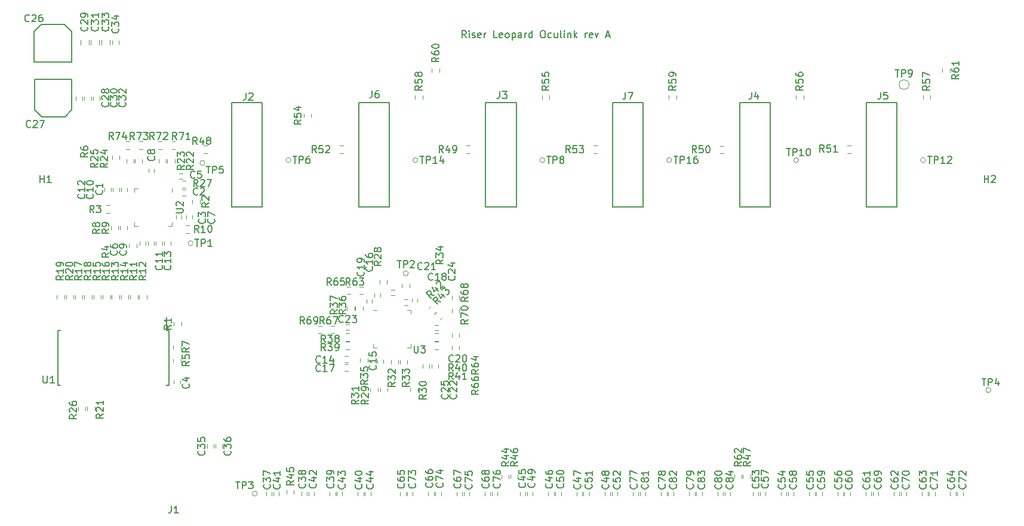
<source format=gbr>
G04 #@! TF.GenerationSoftware,KiCad,Pcbnew,(5.1.5)-3*
G04 #@! TF.CreationDate,2021-10-23T00:21:41+02:00*
G04 #@! TF.ProjectId,riser leopard 2OU Oculink,72697365-7220-46c6-956f-706172642032,rev?*
G04 #@! TF.SameCoordinates,PX4d4b990PY36d6160*
G04 #@! TF.FileFunction,Legend,Top*
G04 #@! TF.FilePolarity,Positive*
%FSLAX46Y46*%
G04 Gerber Fmt 4.6, Leading zero omitted, Abs format (unit mm)*
G04 Created by KiCad (PCBNEW (5.1.5)-3) date 2021-10-23 00:21:41*
%MOMM*%
%LPD*%
G04 APERTURE LIST*
%ADD10C,0.150000*%
%ADD11C,0.120000*%
%ADD12C,0.200000*%
%ADD13C,0.100000*%
G04 APERTURE END LIST*
D10*
X59642857Y24272620D02*
X59309523Y24748810D01*
X59071428Y24272620D02*
X59071428Y25272620D01*
X59452380Y25272620D01*
X59547619Y25225000D01*
X59595238Y25177381D01*
X59642857Y25082143D01*
X59642857Y24939286D01*
X59595238Y24844048D01*
X59547619Y24796429D01*
X59452380Y24748810D01*
X59071428Y24748810D01*
X60071428Y24272620D02*
X60071428Y24939286D01*
X60071428Y25272620D02*
X60023809Y25225000D01*
X60071428Y25177381D01*
X60119047Y25225000D01*
X60071428Y25272620D01*
X60071428Y25177381D01*
X60500000Y24320239D02*
X60595238Y24272620D01*
X60785714Y24272620D01*
X60880952Y24320239D01*
X60928571Y24415477D01*
X60928571Y24463096D01*
X60880952Y24558334D01*
X60785714Y24605953D01*
X60642857Y24605953D01*
X60547619Y24653572D01*
X60500000Y24748810D01*
X60500000Y24796429D01*
X60547619Y24891667D01*
X60642857Y24939286D01*
X60785714Y24939286D01*
X60880952Y24891667D01*
X61738095Y24320239D02*
X61642857Y24272620D01*
X61452380Y24272620D01*
X61357142Y24320239D01*
X61309523Y24415477D01*
X61309523Y24796429D01*
X61357142Y24891667D01*
X61452380Y24939286D01*
X61642857Y24939286D01*
X61738095Y24891667D01*
X61785714Y24796429D01*
X61785714Y24701191D01*
X61309523Y24605953D01*
X62214285Y24272620D02*
X62214285Y24939286D01*
X62214285Y24748810D02*
X62261904Y24844048D01*
X62309523Y24891667D01*
X62404761Y24939286D01*
X62500000Y24939286D01*
X64071428Y24272620D02*
X63595238Y24272620D01*
X63595238Y25272620D01*
X64785714Y24320239D02*
X64690476Y24272620D01*
X64500000Y24272620D01*
X64404761Y24320239D01*
X64357142Y24415477D01*
X64357142Y24796429D01*
X64404761Y24891667D01*
X64500000Y24939286D01*
X64690476Y24939286D01*
X64785714Y24891667D01*
X64833333Y24796429D01*
X64833333Y24701191D01*
X64357142Y24605953D01*
X65404761Y24272620D02*
X65309523Y24320239D01*
X65261904Y24367858D01*
X65214285Y24463096D01*
X65214285Y24748810D01*
X65261904Y24844048D01*
X65309523Y24891667D01*
X65404761Y24939286D01*
X65547619Y24939286D01*
X65642857Y24891667D01*
X65690476Y24844048D01*
X65738095Y24748810D01*
X65738095Y24463096D01*
X65690476Y24367858D01*
X65642857Y24320239D01*
X65547619Y24272620D01*
X65404761Y24272620D01*
X66166666Y24939286D02*
X66166666Y23939286D01*
X66166666Y24891667D02*
X66261904Y24939286D01*
X66452380Y24939286D01*
X66547619Y24891667D01*
X66595238Y24844048D01*
X66642857Y24748810D01*
X66642857Y24463096D01*
X66595238Y24367858D01*
X66547619Y24320239D01*
X66452380Y24272620D01*
X66261904Y24272620D01*
X66166666Y24320239D01*
X67500000Y24272620D02*
X67500000Y24796429D01*
X67452380Y24891667D01*
X67357142Y24939286D01*
X67166666Y24939286D01*
X67071428Y24891667D01*
X67500000Y24320239D02*
X67404761Y24272620D01*
X67166666Y24272620D01*
X67071428Y24320239D01*
X67023809Y24415477D01*
X67023809Y24510715D01*
X67071428Y24605953D01*
X67166666Y24653572D01*
X67404761Y24653572D01*
X67500000Y24701191D01*
X67976190Y24272620D02*
X67976190Y24939286D01*
X67976190Y24748810D02*
X68023809Y24844048D01*
X68071428Y24891667D01*
X68166666Y24939286D01*
X68261904Y24939286D01*
X69023809Y24272620D02*
X69023809Y25272620D01*
X69023809Y24320239D02*
X68928571Y24272620D01*
X68738095Y24272620D01*
X68642857Y24320239D01*
X68595238Y24367858D01*
X68547619Y24463096D01*
X68547619Y24748810D01*
X68595238Y24844048D01*
X68642857Y24891667D01*
X68738095Y24939286D01*
X68928571Y24939286D01*
X69023809Y24891667D01*
X70452380Y25272620D02*
X70642857Y25272620D01*
X70738095Y25225000D01*
X70833333Y25129762D01*
X70880952Y24939286D01*
X70880952Y24605953D01*
X70833333Y24415477D01*
X70738095Y24320239D01*
X70642857Y24272620D01*
X70452380Y24272620D01*
X70357142Y24320239D01*
X70261904Y24415477D01*
X70214285Y24605953D01*
X70214285Y24939286D01*
X70261904Y25129762D01*
X70357142Y25225000D01*
X70452380Y25272620D01*
X71738095Y24320239D02*
X71642857Y24272620D01*
X71452380Y24272620D01*
X71357142Y24320239D01*
X71309523Y24367858D01*
X71261904Y24463096D01*
X71261904Y24748810D01*
X71309523Y24844048D01*
X71357142Y24891667D01*
X71452380Y24939286D01*
X71642857Y24939286D01*
X71738095Y24891667D01*
X72595238Y24939286D02*
X72595238Y24272620D01*
X72166666Y24939286D02*
X72166666Y24415477D01*
X72214285Y24320239D01*
X72309523Y24272620D01*
X72452380Y24272620D01*
X72547619Y24320239D01*
X72595238Y24367858D01*
X73214285Y24272620D02*
X73119047Y24320239D01*
X73071428Y24415477D01*
X73071428Y25272620D01*
X73595238Y24272620D02*
X73595238Y24939286D01*
X73595238Y25272620D02*
X73547619Y25225000D01*
X73595238Y25177381D01*
X73642857Y25225000D01*
X73595238Y25272620D01*
X73595238Y25177381D01*
X74071428Y24939286D02*
X74071428Y24272620D01*
X74071428Y24844048D02*
X74119047Y24891667D01*
X74214285Y24939286D01*
X74357142Y24939286D01*
X74452380Y24891667D01*
X74500000Y24796429D01*
X74500000Y24272620D01*
X74976190Y24272620D02*
X74976190Y25272620D01*
X75071428Y24653572D02*
X75357142Y24272620D01*
X75357142Y24939286D02*
X74976190Y24558334D01*
X76547619Y24272620D02*
X76547619Y24939286D01*
X76547619Y24748810D02*
X76595238Y24844048D01*
X76642857Y24891667D01*
X76738095Y24939286D01*
X76833333Y24939286D01*
X77547619Y24320239D02*
X77452380Y24272620D01*
X77261904Y24272620D01*
X77166666Y24320239D01*
X77119047Y24415477D01*
X77119047Y24796429D01*
X77166666Y24891667D01*
X77261904Y24939286D01*
X77452380Y24939286D01*
X77547619Y24891667D01*
X77595238Y24796429D01*
X77595238Y24701191D01*
X77119047Y24605953D01*
X77928571Y24939286D02*
X78166666Y24272620D01*
X78404761Y24939286D01*
X79500000Y24558334D02*
X79976190Y24558334D01*
X79404761Y24272620D02*
X79738095Y25272620D01*
X80071428Y24272620D01*
D11*
X52780000Y-25950000D02*
X52780000Y-25450000D01*
X51720000Y-25450000D02*
X51720000Y-25950000D01*
X11550000Y2975000D02*
X11550000Y2475000D01*
X10750000Y2475000D02*
X10750000Y2975000D01*
X19900000Y1875000D02*
X19400000Y1875000D01*
X19400000Y2675000D02*
X19900000Y2675000D01*
X18525000Y-1475000D02*
X18525000Y-975000D01*
X19325000Y-975000D02*
X19325000Y-1475000D01*
X19120000Y-24850000D02*
X19120000Y-24350000D01*
X18180000Y-24350000D02*
X18180000Y-24850000D01*
X19425000Y4225000D02*
X18925000Y4225000D01*
X18925000Y5025000D02*
X19425000Y5025000D01*
X13375000Y-5150000D02*
X13375000Y-4650000D01*
X14175000Y-4650000D02*
X14175000Y-5150000D01*
X20000000Y-1475000D02*
X20000000Y-975000D01*
X20800000Y-975000D02*
X20800000Y-1475000D01*
X14600000Y5150000D02*
X14600000Y5650000D01*
X15400000Y5650000D02*
X15400000Y5150000D01*
X15375000Y-4650000D02*
X15375000Y-5150000D01*
X14575000Y-5150000D02*
X14575000Y-4650000D01*
X10470000Y2475000D02*
X10470000Y2975000D01*
X9530000Y2975000D02*
X9530000Y2475000D01*
X16620000Y-5150000D02*
X16620000Y-4650000D01*
X15680000Y-4650000D02*
X15680000Y-5150000D01*
X9320000Y2475000D02*
X9320000Y2975000D01*
X8380000Y2975000D02*
X8380000Y2475000D01*
X16830000Y-4650000D02*
X16830000Y-5150000D01*
X17770000Y-5150000D02*
X17770000Y-4650000D01*
X42875000Y-20905000D02*
X42375000Y-20905000D01*
X42375000Y-21845000D02*
X42875000Y-21845000D01*
X47100000Y-21900000D02*
X47100000Y-21400000D01*
X47900000Y-21400000D02*
X47900000Y-21900000D01*
X47450000Y-12000000D02*
X47450000Y-12500000D01*
X46650000Y-12500000D02*
X46650000Y-12000000D01*
X42375000Y-23045000D02*
X42875000Y-23045000D01*
X42875000Y-22105000D02*
X42375000Y-22105000D01*
X50850000Y-12900000D02*
X51350000Y-12900000D01*
X51350000Y-13700000D02*
X50850000Y-13700000D01*
X46300000Y-12850000D02*
X46300000Y-13350000D01*
X45500000Y-13350000D02*
X45500000Y-12850000D01*
X55700000Y-17300000D02*
X55200000Y-17300000D01*
X55200000Y-16500000D02*
X55700000Y-16500000D01*
X49550000Y-12300000D02*
X49050000Y-12300000D01*
X49050000Y-11500000D02*
X49550000Y-11500000D01*
X54730000Y-22075000D02*
X54730000Y-22575000D01*
X55670000Y-22575000D02*
X55670000Y-22075000D01*
X43100000Y-17200000D02*
X42600000Y-17200000D01*
X42600000Y-16400000D02*
X43100000Y-16400000D01*
X51950000Y-13250000D02*
X51950000Y-12750000D01*
X52750000Y-12750000D02*
X52750000Y-13250000D01*
X54470000Y-22575000D02*
X54470000Y-22075000D01*
X53530000Y-22075000D02*
X53530000Y-22575000D01*
X4330000Y15900000D02*
X4330000Y15400000D01*
X5270000Y15400000D02*
X5270000Y15900000D01*
X6150000Y23950000D02*
X6150000Y23250000D01*
X4950000Y23250000D02*
X4950000Y23950000D01*
X6470000Y15400000D02*
X6470000Y15900000D01*
X5530000Y15900000D02*
X5530000Y15400000D01*
X6450000Y23250000D02*
X6450000Y23950000D01*
X7650000Y23950000D02*
X7650000Y23250000D01*
X6730000Y15900000D02*
X6730000Y15400000D01*
X7670000Y15400000D02*
X7670000Y15900000D01*
X9150000Y23950000D02*
X9150000Y23250000D01*
X7950000Y23250000D02*
X7950000Y23950000D01*
X9430000Y23850000D02*
X9430000Y23350000D01*
X10370000Y23350000D02*
X10370000Y23850000D01*
X22955000Y-33475000D02*
X22955000Y-33975000D01*
X23895000Y-33975000D02*
X23895000Y-33475000D01*
X24105000Y-33475000D02*
X24105000Y-33975000D01*
X25045000Y-33975000D02*
X25045000Y-33475000D01*
X31300000Y-40750000D02*
X31300000Y-40250000D01*
X32100000Y-40250000D02*
X32100000Y-40750000D01*
X36300000Y-40750000D02*
X36300000Y-40250000D01*
X37100000Y-40250000D02*
X37100000Y-40750000D01*
X40300000Y-40750000D02*
X40300000Y-40250000D01*
X41100000Y-40250000D02*
X41100000Y-40750000D01*
X45100000Y-40250000D02*
X45100000Y-40750000D01*
X44300000Y-40750000D02*
X44300000Y-40250000D01*
X33100000Y-40250000D02*
X33100000Y-40750000D01*
X32300000Y-40750000D02*
X32300000Y-40250000D01*
X38100000Y-40250000D02*
X38100000Y-40750000D01*
X37300000Y-40750000D02*
X37300000Y-40250000D01*
X41300000Y-40750000D02*
X41300000Y-40250000D01*
X42100000Y-40250000D02*
X42100000Y-40750000D01*
X45300000Y-40750000D02*
X45300000Y-40250000D01*
X46100000Y-40250000D02*
X46100000Y-40750000D01*
X68100000Y-40250000D02*
X68100000Y-40750000D01*
X67300000Y-40750000D02*
X67300000Y-40250000D01*
X71300000Y-40750000D02*
X71300000Y-40250000D01*
X72100000Y-40250000D02*
X72100000Y-40750000D01*
X75300000Y-40750000D02*
X75300000Y-40250000D01*
X76100000Y-40250000D02*
X76100000Y-40750000D01*
X79300000Y-40750000D02*
X79300000Y-40250000D01*
X80100000Y-40250000D02*
X80100000Y-40750000D01*
X69100000Y-40250000D02*
X69100000Y-40750000D01*
X68300000Y-40750000D02*
X68300000Y-40250000D01*
X73100000Y-40250000D02*
X73100000Y-40750000D01*
X72300000Y-40750000D02*
X72300000Y-40250000D01*
X77100000Y-40250000D02*
X77100000Y-40750000D01*
X76300000Y-40750000D02*
X76300000Y-40250000D01*
X81100000Y-40250000D02*
X81100000Y-40750000D01*
X80300000Y-40750000D02*
X80300000Y-40250000D01*
X100300000Y-40750000D02*
X100300000Y-40250000D01*
X101100000Y-40250000D02*
X101100000Y-40750000D01*
X104300000Y-40750000D02*
X104300000Y-40250000D01*
X105100000Y-40250000D02*
X105100000Y-40750000D01*
X108300000Y-40750000D02*
X108300000Y-40250000D01*
X109100000Y-40250000D02*
X109100000Y-40750000D01*
X112300000Y-40750000D02*
X112300000Y-40250000D01*
X113100000Y-40250000D02*
X113100000Y-40750000D01*
X102100000Y-40250000D02*
X102100000Y-40750000D01*
X101300000Y-40750000D02*
X101300000Y-40250000D01*
X106100000Y-40250000D02*
X106100000Y-40750000D01*
X105300000Y-40750000D02*
X105300000Y-40250000D01*
X110100000Y-40250000D02*
X110100000Y-40750000D01*
X109300000Y-40750000D02*
X109300000Y-40250000D01*
X114100000Y-40250000D02*
X114100000Y-40750000D01*
X113300000Y-40750000D02*
X113300000Y-40250000D01*
X117100000Y-40250000D02*
X117100000Y-40750000D01*
X116300000Y-40750000D02*
X116300000Y-40250000D01*
X121100000Y-40250000D02*
X121100000Y-40750000D01*
X120300000Y-40750000D02*
X120300000Y-40250000D01*
X125100000Y-40250000D02*
X125100000Y-40750000D01*
X124300000Y-40750000D02*
X124300000Y-40250000D01*
X129100000Y-40250000D02*
X129100000Y-40750000D01*
X128300000Y-40750000D02*
X128300000Y-40250000D01*
X50300000Y-40750000D02*
X50300000Y-40250000D01*
X51100000Y-40250000D02*
X51100000Y-40750000D01*
X54300000Y-40750000D02*
X54300000Y-40250000D01*
X55100000Y-40250000D02*
X55100000Y-40750000D01*
X58300000Y-40750000D02*
X58300000Y-40250000D01*
X59100000Y-40250000D02*
X59100000Y-40750000D01*
X62300000Y-40750000D02*
X62300000Y-40250000D01*
X63100000Y-40250000D02*
X63100000Y-40750000D01*
X117300000Y-40750000D02*
X117300000Y-40250000D01*
X118100000Y-40250000D02*
X118100000Y-40750000D01*
X121300000Y-40750000D02*
X121300000Y-40250000D01*
X122100000Y-40250000D02*
X122100000Y-40750000D01*
X125300000Y-40750000D02*
X125300000Y-40250000D01*
X126100000Y-40250000D02*
X126100000Y-40750000D01*
X129300000Y-40750000D02*
X129300000Y-40250000D01*
X130100000Y-40250000D02*
X130100000Y-40750000D01*
X52100000Y-40250000D02*
X52100000Y-40750000D01*
X51300000Y-40750000D02*
X51300000Y-40250000D01*
X56100000Y-40250000D02*
X56100000Y-40750000D01*
X55300000Y-40750000D02*
X55300000Y-40250000D01*
X60100000Y-40250000D02*
X60100000Y-40750000D01*
X59300000Y-40750000D02*
X59300000Y-40250000D01*
X63300000Y-40750000D02*
X63300000Y-40250000D01*
X64100000Y-40250000D02*
X64100000Y-40750000D01*
X84100000Y-40250000D02*
X84100000Y-40750000D01*
X83300000Y-40750000D02*
X83300000Y-40250000D01*
X87300000Y-40750000D02*
X87300000Y-40250000D01*
X88100000Y-40250000D02*
X88100000Y-40750000D01*
X92100000Y-40250000D02*
X92100000Y-40750000D01*
X91300000Y-40750000D02*
X91300000Y-40250000D01*
X96100000Y-40250000D02*
X96100000Y-40750000D01*
X95300000Y-40750000D02*
X95300000Y-40250000D01*
X85100000Y-40250000D02*
X85100000Y-40750000D01*
X84300000Y-40750000D02*
X84300000Y-40250000D01*
X88300000Y-40750000D02*
X88300000Y-40250000D01*
X89100000Y-40250000D02*
X89100000Y-40750000D01*
X92300000Y-40750000D02*
X92300000Y-40250000D01*
X93100000Y-40250000D02*
X93100000Y-40750000D01*
X96300000Y-40750000D02*
X96300000Y-40250000D01*
X97100000Y-40250000D02*
X97100000Y-40750000D01*
X19280000Y-16600000D02*
X19280000Y-16100000D01*
X18220000Y-16100000D02*
X18220000Y-16600000D01*
X20820000Y1250000D02*
X20820000Y750000D01*
X21880000Y750000D02*
X21880000Y1250000D01*
X9150000Y480000D02*
X8650000Y480000D01*
X8650000Y-580000D02*
X9150000Y-580000D01*
X12930000Y-5525000D02*
X12930000Y-5025000D01*
X11870000Y-5025000D02*
X11870000Y-5525000D01*
X18120000Y-21300000D02*
X18120000Y-21800000D01*
X19180000Y-21800000D02*
X19180000Y-21300000D01*
X10505000Y7050000D02*
X10505000Y7550000D01*
X9445000Y7550000D02*
X9445000Y7050000D01*
X19180000Y-19900000D02*
X19180000Y-19400000D01*
X18120000Y-19400000D02*
X18120000Y-19900000D01*
X9292600Y-2500000D02*
X9292600Y-3000000D01*
X10352600Y-3000000D02*
X10352600Y-2500000D01*
X11607400Y-3000000D02*
X11607400Y-2500000D01*
X10547400Y-2500000D02*
X10547400Y-3000000D01*
X20375000Y-2395000D02*
X19875000Y-2395000D01*
X19875000Y-3455000D02*
X20375000Y-3455000D01*
X13080000Y-12800000D02*
X13080000Y-12300000D01*
X12020000Y-12300000D02*
X12020000Y-12800000D01*
X13320000Y-12300000D02*
X13320000Y-12800000D01*
X14380000Y-12800000D02*
X14380000Y-12300000D01*
X9420000Y-12300000D02*
X9420000Y-12800000D01*
X10480000Y-12800000D02*
X10480000Y-12300000D01*
X11780000Y-12800000D02*
X11780000Y-12300000D01*
X10720000Y-12300000D02*
X10720000Y-12800000D01*
X7880000Y-12800000D02*
X7880000Y-12300000D01*
X6820000Y-12300000D02*
X6820000Y-12800000D01*
X8120000Y-12300000D02*
X8120000Y-12800000D01*
X9180000Y-12800000D02*
X9180000Y-12300000D01*
X4220000Y-12300000D02*
X4220000Y-12800000D01*
X5280000Y-12800000D02*
X5280000Y-12300000D01*
X6580000Y-12800000D02*
X6580000Y-12300000D01*
X5520000Y-12300000D02*
X5520000Y-12800000D01*
X2680000Y-12800000D02*
X2680000Y-12300000D01*
X1620000Y-12300000D02*
X1620000Y-12800000D01*
X2920000Y-12300000D02*
X2920000Y-12800000D01*
X3980000Y-12800000D02*
X3980000Y-12300000D01*
X6980000Y-28650000D02*
X6980000Y-28150000D01*
X5920000Y-28150000D02*
X5920000Y-28650000D01*
X17270000Y7000000D02*
X17270000Y6500000D01*
X18330000Y6500000D02*
X18330000Y7000000D01*
X16070000Y7000000D02*
X16070000Y6500000D01*
X17130000Y6500000D02*
X17130000Y7000000D01*
X13730000Y6500000D02*
X13730000Y7000000D01*
X12670000Y7000000D02*
X12670000Y6500000D01*
X12530000Y6500000D02*
X12530000Y7000000D01*
X11470000Y7000000D02*
X11470000Y6500000D01*
X4620000Y-28150000D02*
X4620000Y-28650000D01*
X5680000Y-28650000D02*
X5680000Y-28150000D01*
X19900000Y3980000D02*
X19400000Y3980000D01*
X19400000Y2920000D02*
X19900000Y2920000D01*
X47370000Y-10200000D02*
X47370000Y-10700000D01*
X48430000Y-10700000D02*
X48430000Y-10200000D01*
X47470000Y-25450000D02*
X47470000Y-25950000D01*
X48530000Y-25950000D02*
X48530000Y-25450000D01*
X47130000Y-25950000D02*
X47130000Y-25450000D01*
X46070000Y-25450000D02*
X46070000Y-25950000D01*
X50052600Y-22050000D02*
X50052600Y-21550000D01*
X48992600Y-21550000D02*
X48992600Y-22050000D01*
X50247400Y-21550000D02*
X50247400Y-22050000D01*
X51307400Y-22050000D02*
X51307400Y-21550000D01*
X51630000Y-11150000D02*
X51630000Y-10650000D01*
X50570000Y-10650000D02*
X50570000Y-11150000D01*
X44645000Y-21225000D02*
X44645000Y-21725000D01*
X45705000Y-21725000D02*
X45705000Y-21225000D01*
X43970000Y-13925000D02*
X43970000Y-14425000D01*
X45030000Y-14425000D02*
X45030000Y-13925000D01*
X43830000Y-14425000D02*
X43830000Y-13925000D01*
X42770000Y-13925000D02*
X42770000Y-14425000D01*
X42600000Y-18780000D02*
X43100000Y-18780000D01*
X43100000Y-17720000D02*
X42600000Y-17720000D01*
X43100000Y-18920000D02*
X42600000Y-18920000D01*
X42600000Y-19980000D02*
X43100000Y-19980000D01*
X55700000Y-17720000D02*
X55200000Y-17720000D01*
X55200000Y-18780000D02*
X55700000Y-18780000D01*
X55200000Y-19980000D02*
X55700000Y-19980000D01*
X55700000Y-18920000D02*
X55200000Y-18920000D01*
X54702010Y-13798457D02*
X54348457Y-14152010D01*
X55097990Y-14901543D02*
X55451543Y-14547990D01*
X55947990Y-15751543D02*
X56301543Y-15397990D01*
X55552010Y-14648457D02*
X55198457Y-15002010D01*
X64670000Y-37750000D02*
X64670000Y-38250000D01*
X65730000Y-38250000D02*
X65730000Y-37750000D01*
X35230000Y-40450000D02*
X35230000Y-39950000D01*
X34170000Y-39950000D02*
X34170000Y-40450000D01*
X65920000Y-37750000D02*
X65920000Y-38250000D01*
X66980000Y-38250000D02*
X66980000Y-37750000D01*
X99980000Y-38250000D02*
X99980000Y-37750000D01*
X98920000Y-37750000D02*
X98920000Y-38250000D01*
X22400000Y7870000D02*
X22900000Y7870000D01*
X22900000Y8930000D02*
X22400000Y8930000D01*
X60200000Y8930000D02*
X59700000Y8930000D01*
X59700000Y7870000D02*
X60200000Y7870000D01*
X96200000Y8905000D02*
X95700000Y8905000D01*
X95700000Y7845000D02*
X96200000Y7845000D01*
X113700000Y7870000D02*
X114200000Y7870000D01*
X114200000Y8930000D02*
X113700000Y8930000D01*
X41700000Y7870000D02*
X42200000Y7870000D01*
X42200000Y8930000D02*
X41700000Y8930000D01*
X78200000Y8930000D02*
X77700000Y8930000D01*
X77700000Y7870000D02*
X78200000Y7870000D01*
X37680000Y13000000D02*
X37680000Y13500000D01*
X36620000Y13500000D02*
X36620000Y13000000D01*
X70420000Y16050000D02*
X70420000Y15550000D01*
X71480000Y15550000D02*
X71480000Y16050000D01*
X107480000Y15550000D02*
X107480000Y16050000D01*
X106420000Y16050000D02*
X106420000Y15550000D01*
X124420000Y16050000D02*
X124420000Y15550000D01*
X125480000Y15550000D02*
X125480000Y16050000D01*
X53480000Y15550000D02*
X53480000Y16050000D01*
X52420000Y16050000D02*
X52420000Y15550000D01*
X89480000Y15550000D02*
X89480000Y16050000D01*
X88420000Y16050000D02*
X88420000Y15550000D01*
X55855000Y19425000D02*
X55855000Y19925000D01*
X54795000Y19925000D02*
X54795000Y19425000D01*
X127170000Y19925000D02*
X127170000Y19425000D01*
X128230000Y19425000D02*
X128230000Y19925000D01*
X98730000Y-38250000D02*
X98730000Y-37750000D01*
X97670000Y-37750000D02*
X97670000Y-38250000D01*
X17917000Y2359000D02*
X17917000Y2867000D01*
X12583000Y2359000D02*
X12583000Y2867000D01*
X12583000Y2867000D02*
X13091000Y2867000D01*
X13091000Y-2467000D02*
X12583000Y-2467000D01*
X12583000Y-2467000D02*
X12583000Y-1959000D01*
X17917000Y-1959000D02*
X17917000Y-2467000D01*
X17917000Y-2467000D02*
X17409000Y-2467000D01*
X51817000Y-14433000D02*
X51817000Y-14941000D01*
X51309000Y-14433000D02*
X51817000Y-14433000D01*
X51817000Y-19767000D02*
X51309000Y-19767000D01*
X51817000Y-19259000D02*
X51817000Y-19767000D01*
X46483000Y-19767000D02*
X46483000Y-19259000D01*
X46991000Y-19767000D02*
X46483000Y-19767000D01*
X46991000Y-14433000D02*
X46483000Y-14433000D01*
D10*
X-1600000Y25150000D02*
X-600000Y26150000D01*
X2700000Y26150000D02*
X3700000Y25150000D01*
X3700000Y20850000D02*
X-1600000Y20850000D01*
X3700000Y20850000D02*
X3700000Y25150000D01*
X-600000Y26150000D02*
X2700000Y26150000D01*
X-1600000Y20850000D02*
X-1600000Y25150000D01*
X3750000Y18350000D02*
X3750000Y14050000D01*
X2750000Y13050000D02*
X-550000Y13050000D01*
X-1550000Y18350000D02*
X-1550000Y14050000D01*
X-1550000Y18350000D02*
X3750000Y18350000D01*
X-550000Y13050000D02*
X-1550000Y14050000D01*
X3750000Y14050000D02*
X2750000Y13050000D01*
X17200000Y-17275000D02*
X17200000Y-15450000D01*
X1725000Y-17275000D02*
X1725000Y-25025000D01*
X17475000Y-17275000D02*
X17475000Y-25025000D01*
X1725000Y-17275000D02*
X2090000Y-17275000D01*
X1725000Y-25025000D02*
X2090000Y-25025000D01*
X17475000Y-25025000D02*
X17110000Y-25025000D01*
X17475000Y-17275000D02*
X17200000Y-17275000D01*
D12*
X98430000Y250000D02*
X98430000Y15050000D01*
X98430000Y15050000D02*
X102750000Y15050000D01*
X102750000Y250000D02*
X102750000Y15050000D01*
X98430000Y250000D02*
X102750000Y250000D01*
X62430000Y250000D02*
X66750000Y250000D01*
X66750000Y250000D02*
X66750000Y15050000D01*
X62430000Y15050000D02*
X66750000Y15050000D01*
X62430000Y250000D02*
X62430000Y15050000D01*
X80430000Y250000D02*
X80430000Y15050000D01*
X80430000Y15050000D02*
X84750000Y15050000D01*
X84750000Y250000D02*
X84750000Y15050000D01*
X80430000Y250000D02*
X84750000Y250000D01*
X26430000Y250000D02*
X30750000Y250000D01*
X30750000Y250000D02*
X30750000Y15050000D01*
X26430000Y15050000D02*
X30750000Y15050000D01*
X26430000Y250000D02*
X26430000Y15050000D01*
X44430000Y250000D02*
X44430000Y15050000D01*
X44430000Y15050000D02*
X48750000Y15050000D01*
X48750000Y250000D02*
X48750000Y15050000D01*
X44430000Y250000D02*
X48750000Y250000D01*
D13*
X20925000Y-4900000D02*
G75*
G03X20925000Y-4900000I-350000J0D01*
G01*
X51450000Y-9175000D02*
G75*
G03X51450000Y-9175000I-350000J0D01*
G01*
X30050000Y-40450000D02*
G75*
G03X30050000Y-40450000I-350000J0D01*
G01*
X134050000Y-25750000D02*
G75*
G03X134050000Y-25750000I-350000J0D01*
G01*
X22600000Y6500000D02*
G75*
G03X22600000Y6500000I-350000J0D01*
G01*
X34800000Y6900000D02*
G75*
G03X34800000Y6900000I-350000J0D01*
G01*
X70800000Y6900000D02*
G75*
G03X70800000Y6900000I-350000J0D01*
G01*
X106800000Y6900000D02*
G75*
G03X106800000Y6900000I-350000J0D01*
G01*
X124800000Y6900000D02*
G75*
G03X124800000Y6900000I-350000J0D01*
G01*
X52800000Y6900000D02*
G75*
G03X52800000Y6900000I-350000J0D01*
G01*
X88800000Y6900000D02*
G75*
G03X88800000Y6900000I-350000J0D01*
G01*
D11*
X44550000Y-12130000D02*
X45050000Y-12130000D01*
X45050000Y-11070000D02*
X44550000Y-11070000D01*
X58705000Y-18200000D02*
X58705000Y-17700000D01*
X57645000Y-17700000D02*
X57645000Y-18200000D01*
X42750000Y-12130000D02*
X43250000Y-12130000D01*
X43250000Y-11070000D02*
X42750000Y-11070000D01*
X58705000Y-20000000D02*
X58705000Y-19500000D01*
X57645000Y-19500000D02*
X57645000Y-20000000D01*
X40450000Y-17730000D02*
X40950000Y-17730000D01*
X40950000Y-16670000D02*
X40450000Y-16670000D01*
X57645000Y-12400000D02*
X57645000Y-12900000D01*
X58705000Y-12900000D02*
X58705000Y-12400000D01*
X38650000Y-17730000D02*
X39150000Y-17730000D01*
X39150000Y-16670000D02*
X38650000Y-16670000D01*
X57645000Y-14200000D02*
X57645000Y-14700000D01*
X58705000Y-14700000D02*
X58705000Y-14200000D01*
X17900000Y8470000D02*
X18400000Y8470000D01*
X18400000Y9530000D02*
X17900000Y9530000D01*
X16000000Y8470000D02*
X16500000Y8470000D01*
X16500000Y9530000D02*
X16000000Y9530000D01*
X13800000Y9530000D02*
X13300000Y9530000D01*
X13300000Y8470000D02*
X13800000Y8470000D01*
X11900000Y9530000D02*
X11400000Y9530000D01*
X11400000Y8470000D02*
X11900000Y8470000D01*
D12*
X116430000Y250000D02*
X116430000Y15050000D01*
X116430000Y15050000D02*
X120750000Y15050000D01*
X120750000Y250000D02*
X120750000Y15050000D01*
X116430000Y250000D02*
X120750000Y250000D01*
D11*
X122450000Y17625000D02*
G75*
G03X122450000Y17625000I-700000J0D01*
G01*
D10*
X54002380Y-26442857D02*
X53526190Y-26776190D01*
X54002380Y-27014285D02*
X53002380Y-27014285D01*
X53002380Y-26633333D01*
X53050000Y-26538095D01*
X53097619Y-26490476D01*
X53192857Y-26442857D01*
X53335714Y-26442857D01*
X53430952Y-26490476D01*
X53478571Y-26538095D01*
X53526190Y-26633333D01*
X53526190Y-27014285D01*
X53002380Y-26109523D02*
X53002380Y-25490476D01*
X53383333Y-25823809D01*
X53383333Y-25680952D01*
X53430952Y-25585714D01*
X53478571Y-25538095D01*
X53573809Y-25490476D01*
X53811904Y-25490476D01*
X53907142Y-25538095D01*
X53954761Y-25585714D01*
X54002380Y-25680952D01*
X54002380Y-25966666D01*
X53954761Y-26061904D01*
X53907142Y-26109523D01*
X53002380Y-24871428D02*
X53002380Y-24776190D01*
X53050000Y-24680952D01*
X53097619Y-24633333D01*
X53192857Y-24585714D01*
X53383333Y-24538095D01*
X53621428Y-24538095D01*
X53811904Y-24585714D01*
X53907142Y-24633333D01*
X53954761Y-24680952D01*
X54002380Y-24776190D01*
X54002380Y-24871428D01*
X53954761Y-24966666D01*
X53907142Y-25014285D01*
X53811904Y-25061904D01*
X53621428Y-25109523D01*
X53383333Y-25109523D01*
X53192857Y-25061904D01*
X53097619Y-25014285D01*
X53050000Y-24966666D01*
X53002380Y-24871428D01*
X8007142Y2633334D02*
X8054761Y2585715D01*
X8102380Y2442858D01*
X8102380Y2347620D01*
X8054761Y2204762D01*
X7959523Y2109524D01*
X7864285Y2061905D01*
X7673809Y2014286D01*
X7530952Y2014286D01*
X7340476Y2061905D01*
X7245238Y2109524D01*
X7150000Y2204762D01*
X7102380Y2347620D01*
X7102380Y2442858D01*
X7150000Y2585715D01*
X7197619Y2633334D01*
X8102380Y3585715D02*
X8102380Y3014286D01*
X8102380Y3300000D02*
X7102380Y3300000D01*
X7245238Y3204762D01*
X7340476Y3109524D01*
X7388095Y3014286D01*
X21583333Y2042858D02*
X21535714Y1995239D01*
X21392857Y1947620D01*
X21297619Y1947620D01*
X21154761Y1995239D01*
X21059523Y2090477D01*
X21011904Y2185715D01*
X20964285Y2376191D01*
X20964285Y2519048D01*
X21011904Y2709524D01*
X21059523Y2804762D01*
X21154761Y2900000D01*
X21297619Y2947620D01*
X21392857Y2947620D01*
X21535714Y2900000D01*
X21583333Y2852381D01*
X21964285Y2852381D02*
X22011904Y2900000D01*
X22107142Y2947620D01*
X22345238Y2947620D01*
X22440476Y2900000D01*
X22488095Y2852381D01*
X22535714Y2757143D01*
X22535714Y2661905D01*
X22488095Y2519048D01*
X21916666Y1947620D01*
X22535714Y1947620D01*
X22607142Y-1466666D02*
X22654761Y-1514285D01*
X22702380Y-1657142D01*
X22702380Y-1752380D01*
X22654761Y-1895238D01*
X22559523Y-1990476D01*
X22464285Y-2038095D01*
X22273809Y-2085714D01*
X22130952Y-2085714D01*
X21940476Y-2038095D01*
X21845238Y-1990476D01*
X21750000Y-1895238D01*
X21702380Y-1752380D01*
X21702380Y-1657142D01*
X21750000Y-1514285D01*
X21797619Y-1466666D01*
X21702380Y-1133333D02*
X21702380Y-514285D01*
X22083333Y-847619D01*
X22083333Y-704761D01*
X22130952Y-609523D01*
X22178571Y-561904D01*
X22273809Y-514285D01*
X22511904Y-514285D01*
X22607142Y-561904D01*
X22654761Y-609523D01*
X22702380Y-704761D01*
X22702380Y-990476D01*
X22654761Y-1085714D01*
X22607142Y-1133333D01*
X20307142Y-24866666D02*
X20354761Y-24914285D01*
X20402380Y-25057142D01*
X20402380Y-25152380D01*
X20354761Y-25295238D01*
X20259523Y-25390476D01*
X20164285Y-25438095D01*
X19973809Y-25485714D01*
X19830952Y-25485714D01*
X19640476Y-25438095D01*
X19545238Y-25390476D01*
X19450000Y-25295238D01*
X19402380Y-25152380D01*
X19402380Y-25057142D01*
X19450000Y-24914285D01*
X19497619Y-24866666D01*
X19735714Y-24009523D02*
X20402380Y-24009523D01*
X19354761Y-24247619D02*
X20069047Y-24485714D01*
X20069047Y-23866666D01*
X21183333Y4442858D02*
X21135714Y4395239D01*
X20992857Y4347620D01*
X20897619Y4347620D01*
X20754761Y4395239D01*
X20659523Y4490477D01*
X20611904Y4585715D01*
X20564285Y4776191D01*
X20564285Y4919048D01*
X20611904Y5109524D01*
X20659523Y5204762D01*
X20754761Y5300000D01*
X20897619Y5347620D01*
X20992857Y5347620D01*
X21135714Y5300000D01*
X21183333Y5252381D01*
X22088095Y5347620D02*
X21611904Y5347620D01*
X21564285Y4871429D01*
X21611904Y4919048D01*
X21707142Y4966667D01*
X21945238Y4966667D01*
X22040476Y4919048D01*
X22088095Y4871429D01*
X22135714Y4776191D01*
X22135714Y4538096D01*
X22088095Y4442858D01*
X22040476Y4395239D01*
X21945238Y4347620D01*
X21707142Y4347620D01*
X21611904Y4395239D01*
X21564285Y4442858D01*
X10107142Y-5966666D02*
X10154761Y-6014285D01*
X10202380Y-6157142D01*
X10202380Y-6252380D01*
X10154761Y-6395238D01*
X10059523Y-6490476D01*
X9964285Y-6538095D01*
X9773809Y-6585714D01*
X9630952Y-6585714D01*
X9440476Y-6538095D01*
X9345238Y-6490476D01*
X9250000Y-6395238D01*
X9202380Y-6252380D01*
X9202380Y-6157142D01*
X9250000Y-6014285D01*
X9297619Y-5966666D01*
X9202380Y-5109523D02*
X9202380Y-5300000D01*
X9250000Y-5395238D01*
X9297619Y-5442857D01*
X9440476Y-5538095D01*
X9630952Y-5585714D01*
X10011904Y-5585714D01*
X10107142Y-5538095D01*
X10154761Y-5490476D01*
X10202380Y-5395238D01*
X10202380Y-5204761D01*
X10154761Y-5109523D01*
X10107142Y-5061904D01*
X10011904Y-5014285D01*
X9773809Y-5014285D01*
X9678571Y-5061904D01*
X9630952Y-5109523D01*
X9583333Y-5204761D01*
X9583333Y-5395238D01*
X9630952Y-5490476D01*
X9678571Y-5538095D01*
X9773809Y-5585714D01*
X23907142Y-1466666D02*
X23954761Y-1514285D01*
X24002380Y-1657142D01*
X24002380Y-1752380D01*
X23954761Y-1895238D01*
X23859523Y-1990476D01*
X23764285Y-2038095D01*
X23573809Y-2085714D01*
X23430952Y-2085714D01*
X23240476Y-2038095D01*
X23145238Y-1990476D01*
X23050000Y-1895238D01*
X23002380Y-1752380D01*
X23002380Y-1657142D01*
X23050000Y-1514285D01*
X23097619Y-1466666D01*
X23002380Y-1133333D02*
X23002380Y-466666D01*
X24002380Y-895238D01*
X15407142Y7433334D02*
X15454761Y7385715D01*
X15502380Y7242858D01*
X15502380Y7147620D01*
X15454761Y7004762D01*
X15359523Y6909524D01*
X15264285Y6861905D01*
X15073809Y6814286D01*
X14930952Y6814286D01*
X14740476Y6861905D01*
X14645238Y6909524D01*
X14550000Y7004762D01*
X14502380Y7147620D01*
X14502380Y7242858D01*
X14550000Y7385715D01*
X14597619Y7433334D01*
X14930952Y8004762D02*
X14883333Y7909524D01*
X14835714Y7861905D01*
X14740476Y7814286D01*
X14692857Y7814286D01*
X14597619Y7861905D01*
X14550000Y7909524D01*
X14502380Y8004762D01*
X14502380Y8195239D01*
X14550000Y8290477D01*
X14597619Y8338096D01*
X14692857Y8385715D01*
X14740476Y8385715D01*
X14835714Y8338096D01*
X14883333Y8290477D01*
X14930952Y8195239D01*
X14930952Y8004762D01*
X14978571Y7909524D01*
X15026190Y7861905D01*
X15121428Y7814286D01*
X15311904Y7814286D01*
X15407142Y7861905D01*
X15454761Y7909524D01*
X15502380Y8004762D01*
X15502380Y8195239D01*
X15454761Y8290477D01*
X15407142Y8338096D01*
X15311904Y8385715D01*
X15121428Y8385715D01*
X15026190Y8338096D01*
X14978571Y8290477D01*
X14930952Y8195239D01*
X11407142Y-5966666D02*
X11454761Y-6014285D01*
X11502380Y-6157142D01*
X11502380Y-6252380D01*
X11454761Y-6395238D01*
X11359523Y-6490476D01*
X11264285Y-6538095D01*
X11073809Y-6585714D01*
X10930952Y-6585714D01*
X10740476Y-6538095D01*
X10645238Y-6490476D01*
X10550000Y-6395238D01*
X10502380Y-6252380D01*
X10502380Y-6157142D01*
X10550000Y-6014285D01*
X10597619Y-5966666D01*
X11502380Y-5490476D02*
X11502380Y-5300000D01*
X11454761Y-5204761D01*
X11407142Y-5157142D01*
X11264285Y-5061904D01*
X11073809Y-5014285D01*
X10692857Y-5014285D01*
X10597619Y-5061904D01*
X10550000Y-5109523D01*
X10502380Y-5204761D01*
X10502380Y-5395238D01*
X10550000Y-5490476D01*
X10597619Y-5538095D01*
X10692857Y-5585714D01*
X10930952Y-5585714D01*
X11026190Y-5538095D01*
X11073809Y-5490476D01*
X11121428Y-5395238D01*
X11121428Y-5204761D01*
X11073809Y-5109523D01*
X11026190Y-5061904D01*
X10930952Y-5014285D01*
X6707142Y2057143D02*
X6754761Y2009524D01*
X6802380Y1866667D01*
X6802380Y1771429D01*
X6754761Y1628572D01*
X6659523Y1533334D01*
X6564285Y1485715D01*
X6373809Y1438096D01*
X6230952Y1438096D01*
X6040476Y1485715D01*
X5945238Y1533334D01*
X5850000Y1628572D01*
X5802380Y1771429D01*
X5802380Y1866667D01*
X5850000Y2009524D01*
X5897619Y2057143D01*
X6802380Y3009524D02*
X6802380Y2438096D01*
X6802380Y2723810D02*
X5802380Y2723810D01*
X5945238Y2628572D01*
X6040476Y2533334D01*
X6088095Y2438096D01*
X5802380Y3628572D02*
X5802380Y3723810D01*
X5850000Y3819048D01*
X5897619Y3866667D01*
X5992857Y3914286D01*
X6183333Y3961905D01*
X6421428Y3961905D01*
X6611904Y3914286D01*
X6707142Y3866667D01*
X6754761Y3819048D01*
X6802380Y3723810D01*
X6802380Y3628572D01*
X6754761Y3533334D01*
X6707142Y3485715D01*
X6611904Y3438096D01*
X6421428Y3390477D01*
X6183333Y3390477D01*
X5992857Y3438096D01*
X5897619Y3485715D01*
X5850000Y3533334D01*
X5802380Y3628572D01*
X16507142Y-8042857D02*
X16554761Y-8090476D01*
X16602380Y-8233333D01*
X16602380Y-8328571D01*
X16554761Y-8471428D01*
X16459523Y-8566666D01*
X16364285Y-8614285D01*
X16173809Y-8661904D01*
X16030952Y-8661904D01*
X15840476Y-8614285D01*
X15745238Y-8566666D01*
X15650000Y-8471428D01*
X15602380Y-8328571D01*
X15602380Y-8233333D01*
X15650000Y-8090476D01*
X15697619Y-8042857D01*
X16602380Y-7090476D02*
X16602380Y-7661904D01*
X16602380Y-7376190D02*
X15602380Y-7376190D01*
X15745238Y-7471428D01*
X15840476Y-7566666D01*
X15888095Y-7661904D01*
X16602380Y-6138095D02*
X16602380Y-6709523D01*
X16602380Y-6423809D02*
X15602380Y-6423809D01*
X15745238Y-6519047D01*
X15840476Y-6614285D01*
X15888095Y-6709523D01*
X5507142Y2057143D02*
X5554761Y2009524D01*
X5602380Y1866667D01*
X5602380Y1771429D01*
X5554761Y1628572D01*
X5459523Y1533334D01*
X5364285Y1485715D01*
X5173809Y1438096D01*
X5030952Y1438096D01*
X4840476Y1485715D01*
X4745238Y1533334D01*
X4650000Y1628572D01*
X4602380Y1771429D01*
X4602380Y1866667D01*
X4650000Y2009524D01*
X4697619Y2057143D01*
X5602380Y3009524D02*
X5602380Y2438096D01*
X5602380Y2723810D02*
X4602380Y2723810D01*
X4745238Y2628572D01*
X4840476Y2533334D01*
X4888095Y2438096D01*
X4697619Y3390477D02*
X4650000Y3438096D01*
X4602380Y3533334D01*
X4602380Y3771429D01*
X4650000Y3866667D01*
X4697619Y3914286D01*
X4792857Y3961905D01*
X4888095Y3961905D01*
X5030952Y3914286D01*
X5602380Y3342858D01*
X5602380Y3961905D01*
X17707142Y-8042857D02*
X17754761Y-8090476D01*
X17802380Y-8233333D01*
X17802380Y-8328571D01*
X17754761Y-8471428D01*
X17659523Y-8566666D01*
X17564285Y-8614285D01*
X17373809Y-8661904D01*
X17230952Y-8661904D01*
X17040476Y-8614285D01*
X16945238Y-8566666D01*
X16850000Y-8471428D01*
X16802380Y-8328571D01*
X16802380Y-8233333D01*
X16850000Y-8090476D01*
X16897619Y-8042857D01*
X17802380Y-7090476D02*
X17802380Y-7661904D01*
X17802380Y-7376190D02*
X16802380Y-7376190D01*
X16945238Y-7471428D01*
X17040476Y-7566666D01*
X17088095Y-7661904D01*
X16802380Y-6757142D02*
X16802380Y-6138095D01*
X17183333Y-6471428D01*
X17183333Y-6328571D01*
X17230952Y-6233333D01*
X17278571Y-6185714D01*
X17373809Y-6138095D01*
X17611904Y-6138095D01*
X17707142Y-6185714D01*
X17754761Y-6233333D01*
X17802380Y-6328571D01*
X17802380Y-6614285D01*
X17754761Y-6709523D01*
X17707142Y-6757142D01*
X38982142Y-21802142D02*
X38934523Y-21849761D01*
X38791666Y-21897380D01*
X38696428Y-21897380D01*
X38553571Y-21849761D01*
X38458333Y-21754523D01*
X38410714Y-21659285D01*
X38363095Y-21468809D01*
X38363095Y-21325952D01*
X38410714Y-21135476D01*
X38458333Y-21040238D01*
X38553571Y-20945000D01*
X38696428Y-20897380D01*
X38791666Y-20897380D01*
X38934523Y-20945000D01*
X38982142Y-20992619D01*
X39934523Y-21897380D02*
X39363095Y-21897380D01*
X39648809Y-21897380D02*
X39648809Y-20897380D01*
X39553571Y-21040238D01*
X39458333Y-21135476D01*
X39363095Y-21183095D01*
X40791666Y-21230714D02*
X40791666Y-21897380D01*
X40553571Y-20849761D02*
X40315476Y-21564047D01*
X40934523Y-21564047D01*
X46807142Y-22242857D02*
X46854761Y-22290476D01*
X46902380Y-22433333D01*
X46902380Y-22528571D01*
X46854761Y-22671428D01*
X46759523Y-22766666D01*
X46664285Y-22814285D01*
X46473809Y-22861904D01*
X46330952Y-22861904D01*
X46140476Y-22814285D01*
X46045238Y-22766666D01*
X45950000Y-22671428D01*
X45902380Y-22528571D01*
X45902380Y-22433333D01*
X45950000Y-22290476D01*
X45997619Y-22242857D01*
X46902380Y-21290476D02*
X46902380Y-21861904D01*
X46902380Y-21576190D02*
X45902380Y-21576190D01*
X46045238Y-21671428D01*
X46140476Y-21766666D01*
X46188095Y-21861904D01*
X45902380Y-20385714D02*
X45902380Y-20861904D01*
X46378571Y-20909523D01*
X46330952Y-20861904D01*
X46283333Y-20766666D01*
X46283333Y-20528571D01*
X46330952Y-20433333D01*
X46378571Y-20385714D01*
X46473809Y-20338095D01*
X46711904Y-20338095D01*
X46807142Y-20385714D01*
X46854761Y-20433333D01*
X46902380Y-20528571D01*
X46902380Y-20766666D01*
X46854761Y-20861904D01*
X46807142Y-20909523D01*
X46307142Y-8242857D02*
X46354761Y-8290476D01*
X46402380Y-8433333D01*
X46402380Y-8528571D01*
X46354761Y-8671428D01*
X46259523Y-8766666D01*
X46164285Y-8814285D01*
X45973809Y-8861904D01*
X45830952Y-8861904D01*
X45640476Y-8814285D01*
X45545238Y-8766666D01*
X45450000Y-8671428D01*
X45402380Y-8528571D01*
X45402380Y-8433333D01*
X45450000Y-8290476D01*
X45497619Y-8242857D01*
X46402380Y-7290476D02*
X46402380Y-7861904D01*
X46402380Y-7576190D02*
X45402380Y-7576190D01*
X45545238Y-7671428D01*
X45640476Y-7766666D01*
X45688095Y-7861904D01*
X45402380Y-6433333D02*
X45402380Y-6623809D01*
X45450000Y-6719047D01*
X45497619Y-6766666D01*
X45640476Y-6861904D01*
X45830952Y-6909523D01*
X46211904Y-6909523D01*
X46307142Y-6861904D01*
X46354761Y-6814285D01*
X46402380Y-6719047D01*
X46402380Y-6528571D01*
X46354761Y-6433333D01*
X46307142Y-6385714D01*
X46211904Y-6338095D01*
X45973809Y-6338095D01*
X45878571Y-6385714D01*
X45830952Y-6433333D01*
X45783333Y-6528571D01*
X45783333Y-6719047D01*
X45830952Y-6814285D01*
X45878571Y-6861904D01*
X45973809Y-6909523D01*
X38982142Y-23002142D02*
X38934523Y-23049761D01*
X38791666Y-23097380D01*
X38696428Y-23097380D01*
X38553571Y-23049761D01*
X38458333Y-22954523D01*
X38410714Y-22859285D01*
X38363095Y-22668809D01*
X38363095Y-22525952D01*
X38410714Y-22335476D01*
X38458333Y-22240238D01*
X38553571Y-22145000D01*
X38696428Y-22097380D01*
X38791666Y-22097380D01*
X38934523Y-22145000D01*
X38982142Y-22192619D01*
X39934523Y-23097380D02*
X39363095Y-23097380D01*
X39648809Y-23097380D02*
X39648809Y-22097380D01*
X39553571Y-22240238D01*
X39458333Y-22335476D01*
X39363095Y-22383095D01*
X40267857Y-22097380D02*
X40934523Y-22097380D01*
X40505952Y-23097380D01*
X54907142Y-10057142D02*
X54859523Y-10104761D01*
X54716666Y-10152380D01*
X54621428Y-10152380D01*
X54478571Y-10104761D01*
X54383333Y-10009523D01*
X54335714Y-9914285D01*
X54288095Y-9723809D01*
X54288095Y-9580952D01*
X54335714Y-9390476D01*
X54383333Y-9295238D01*
X54478571Y-9200000D01*
X54621428Y-9152380D01*
X54716666Y-9152380D01*
X54859523Y-9200000D01*
X54907142Y-9247619D01*
X55859523Y-10152380D02*
X55288095Y-10152380D01*
X55573809Y-10152380D02*
X55573809Y-9152380D01*
X55478571Y-9295238D01*
X55383333Y-9390476D01*
X55288095Y-9438095D01*
X56430952Y-9580952D02*
X56335714Y-9533333D01*
X56288095Y-9485714D01*
X56240476Y-9390476D01*
X56240476Y-9342857D01*
X56288095Y-9247619D01*
X56335714Y-9200000D01*
X56430952Y-9152380D01*
X56621428Y-9152380D01*
X56716666Y-9200000D01*
X56764285Y-9247619D01*
X56811904Y-9342857D01*
X56811904Y-9390476D01*
X56764285Y-9485714D01*
X56716666Y-9533333D01*
X56621428Y-9580952D01*
X56430952Y-9580952D01*
X56335714Y-9628571D01*
X56288095Y-9676190D01*
X56240476Y-9771428D01*
X56240476Y-9961904D01*
X56288095Y-10057142D01*
X56335714Y-10104761D01*
X56430952Y-10152380D01*
X56621428Y-10152380D01*
X56716666Y-10104761D01*
X56764285Y-10057142D01*
X56811904Y-9961904D01*
X56811904Y-9771428D01*
X56764285Y-9676190D01*
X56716666Y-9628571D01*
X56621428Y-9580952D01*
X45107142Y-8942857D02*
X45154761Y-8990476D01*
X45202380Y-9133333D01*
X45202380Y-9228571D01*
X45154761Y-9371428D01*
X45059523Y-9466666D01*
X44964285Y-9514285D01*
X44773809Y-9561904D01*
X44630952Y-9561904D01*
X44440476Y-9514285D01*
X44345238Y-9466666D01*
X44250000Y-9371428D01*
X44202380Y-9228571D01*
X44202380Y-9133333D01*
X44250000Y-8990476D01*
X44297619Y-8942857D01*
X45202380Y-7990476D02*
X45202380Y-8561904D01*
X45202380Y-8276190D02*
X44202380Y-8276190D01*
X44345238Y-8371428D01*
X44440476Y-8466666D01*
X44488095Y-8561904D01*
X45202380Y-7514285D02*
X45202380Y-7323809D01*
X45154761Y-7228571D01*
X45107142Y-7180952D01*
X44964285Y-7085714D01*
X44773809Y-7038095D01*
X44392857Y-7038095D01*
X44297619Y-7085714D01*
X44250000Y-7133333D01*
X44202380Y-7228571D01*
X44202380Y-7419047D01*
X44250000Y-7514285D01*
X44297619Y-7561904D01*
X44392857Y-7609523D01*
X44630952Y-7609523D01*
X44726190Y-7561904D01*
X44773809Y-7514285D01*
X44821428Y-7419047D01*
X44821428Y-7228571D01*
X44773809Y-7133333D01*
X44726190Y-7085714D01*
X44630952Y-7038095D01*
X57807142Y-21657142D02*
X57759523Y-21704761D01*
X57616666Y-21752380D01*
X57521428Y-21752380D01*
X57378571Y-21704761D01*
X57283333Y-21609523D01*
X57235714Y-21514285D01*
X57188095Y-21323809D01*
X57188095Y-21180952D01*
X57235714Y-20990476D01*
X57283333Y-20895238D01*
X57378571Y-20800000D01*
X57521428Y-20752380D01*
X57616666Y-20752380D01*
X57759523Y-20800000D01*
X57807142Y-20847619D01*
X58188095Y-20847619D02*
X58235714Y-20800000D01*
X58330952Y-20752380D01*
X58569047Y-20752380D01*
X58664285Y-20800000D01*
X58711904Y-20847619D01*
X58759523Y-20942857D01*
X58759523Y-21038095D01*
X58711904Y-21180952D01*
X58140476Y-21752380D01*
X58759523Y-21752380D01*
X59378571Y-20752380D02*
X59473809Y-20752380D01*
X59569047Y-20800000D01*
X59616666Y-20847619D01*
X59664285Y-20942857D01*
X59711904Y-21133333D01*
X59711904Y-21371428D01*
X59664285Y-21561904D01*
X59616666Y-21657142D01*
X59569047Y-21704761D01*
X59473809Y-21752380D01*
X59378571Y-21752380D01*
X59283333Y-21704761D01*
X59235714Y-21657142D01*
X59188095Y-21561904D01*
X59140476Y-21371428D01*
X59140476Y-21133333D01*
X59188095Y-20942857D01*
X59235714Y-20847619D01*
X59283333Y-20800000D01*
X59378571Y-20752380D01*
X53407142Y-8557142D02*
X53359523Y-8604761D01*
X53216666Y-8652380D01*
X53121428Y-8652380D01*
X52978571Y-8604761D01*
X52883333Y-8509523D01*
X52835714Y-8414285D01*
X52788095Y-8223809D01*
X52788095Y-8080952D01*
X52835714Y-7890476D01*
X52883333Y-7795238D01*
X52978571Y-7700000D01*
X53121428Y-7652380D01*
X53216666Y-7652380D01*
X53359523Y-7700000D01*
X53407142Y-7747619D01*
X53788095Y-7747619D02*
X53835714Y-7700000D01*
X53930952Y-7652380D01*
X54169047Y-7652380D01*
X54264285Y-7700000D01*
X54311904Y-7747619D01*
X54359523Y-7842857D01*
X54359523Y-7938095D01*
X54311904Y-8080952D01*
X53740476Y-8652380D01*
X54359523Y-8652380D01*
X55311904Y-8652380D02*
X54740476Y-8652380D01*
X55026190Y-8652380D02*
X55026190Y-7652380D01*
X54930952Y-7795238D01*
X54835714Y-7890476D01*
X54740476Y-7938095D01*
X58227142Y-26367857D02*
X58274761Y-26415476D01*
X58322380Y-26558333D01*
X58322380Y-26653571D01*
X58274761Y-26796428D01*
X58179523Y-26891666D01*
X58084285Y-26939285D01*
X57893809Y-26986904D01*
X57750952Y-26986904D01*
X57560476Y-26939285D01*
X57465238Y-26891666D01*
X57370000Y-26796428D01*
X57322380Y-26653571D01*
X57322380Y-26558333D01*
X57370000Y-26415476D01*
X57417619Y-26367857D01*
X57417619Y-25986904D02*
X57370000Y-25939285D01*
X57322380Y-25844047D01*
X57322380Y-25605952D01*
X57370000Y-25510714D01*
X57417619Y-25463095D01*
X57512857Y-25415476D01*
X57608095Y-25415476D01*
X57750952Y-25463095D01*
X58322380Y-26034523D01*
X58322380Y-25415476D01*
X57417619Y-25034523D02*
X57370000Y-24986904D01*
X57322380Y-24891666D01*
X57322380Y-24653571D01*
X57370000Y-24558333D01*
X57417619Y-24510714D01*
X57512857Y-24463095D01*
X57608095Y-24463095D01*
X57750952Y-24510714D01*
X58322380Y-25082142D01*
X58322380Y-24463095D01*
X42207142Y-16057142D02*
X42159523Y-16104761D01*
X42016666Y-16152380D01*
X41921428Y-16152380D01*
X41778571Y-16104761D01*
X41683333Y-16009523D01*
X41635714Y-15914285D01*
X41588095Y-15723809D01*
X41588095Y-15580952D01*
X41635714Y-15390476D01*
X41683333Y-15295238D01*
X41778571Y-15200000D01*
X41921428Y-15152380D01*
X42016666Y-15152380D01*
X42159523Y-15200000D01*
X42207142Y-15247619D01*
X42588095Y-15247619D02*
X42635714Y-15200000D01*
X42730952Y-15152380D01*
X42969047Y-15152380D01*
X43064285Y-15200000D01*
X43111904Y-15247619D01*
X43159523Y-15342857D01*
X43159523Y-15438095D01*
X43111904Y-15580952D01*
X42540476Y-16152380D01*
X43159523Y-16152380D01*
X43492857Y-15152380D02*
X44111904Y-15152380D01*
X43778571Y-15533333D01*
X43921428Y-15533333D01*
X44016666Y-15580952D01*
X44064285Y-15628571D01*
X44111904Y-15723809D01*
X44111904Y-15961904D01*
X44064285Y-16057142D01*
X44016666Y-16104761D01*
X43921428Y-16152380D01*
X43635714Y-16152380D01*
X43540476Y-16104761D01*
X43492857Y-16057142D01*
X58007142Y-9542857D02*
X58054761Y-9590476D01*
X58102380Y-9733333D01*
X58102380Y-9828571D01*
X58054761Y-9971428D01*
X57959523Y-10066666D01*
X57864285Y-10114285D01*
X57673809Y-10161904D01*
X57530952Y-10161904D01*
X57340476Y-10114285D01*
X57245238Y-10066666D01*
X57150000Y-9971428D01*
X57102380Y-9828571D01*
X57102380Y-9733333D01*
X57150000Y-9590476D01*
X57197619Y-9542857D01*
X57197619Y-9161904D02*
X57150000Y-9114285D01*
X57102380Y-9019047D01*
X57102380Y-8780952D01*
X57150000Y-8685714D01*
X57197619Y-8638095D01*
X57292857Y-8590476D01*
X57388095Y-8590476D01*
X57530952Y-8638095D01*
X58102380Y-9209523D01*
X58102380Y-8590476D01*
X57435714Y-7733333D02*
X58102380Y-7733333D01*
X57054761Y-7971428D02*
X57769047Y-8209523D01*
X57769047Y-7590476D01*
X57027142Y-26367857D02*
X57074761Y-26415476D01*
X57122380Y-26558333D01*
X57122380Y-26653571D01*
X57074761Y-26796428D01*
X56979523Y-26891666D01*
X56884285Y-26939285D01*
X56693809Y-26986904D01*
X56550952Y-26986904D01*
X56360476Y-26939285D01*
X56265238Y-26891666D01*
X56170000Y-26796428D01*
X56122380Y-26653571D01*
X56122380Y-26558333D01*
X56170000Y-26415476D01*
X56217619Y-26367857D01*
X56217619Y-25986904D02*
X56170000Y-25939285D01*
X56122380Y-25844047D01*
X56122380Y-25605952D01*
X56170000Y-25510714D01*
X56217619Y-25463095D01*
X56312857Y-25415476D01*
X56408095Y-25415476D01*
X56550952Y-25463095D01*
X57122380Y-26034523D01*
X57122380Y-25415476D01*
X56122380Y-24510714D02*
X56122380Y-24986904D01*
X56598571Y-25034523D01*
X56550952Y-24986904D01*
X56503333Y-24891666D01*
X56503333Y-24653571D01*
X56550952Y-24558333D01*
X56598571Y-24510714D01*
X56693809Y-24463095D01*
X56931904Y-24463095D01*
X57027142Y-24510714D01*
X57074761Y-24558333D01*
X57122380Y-24653571D01*
X57122380Y-24891666D01*
X57074761Y-24986904D01*
X57027142Y-25034523D01*
X8887142Y15107143D02*
X8934761Y15059524D01*
X8982380Y14916667D01*
X8982380Y14821429D01*
X8934761Y14678572D01*
X8839523Y14583334D01*
X8744285Y14535715D01*
X8553809Y14488096D01*
X8410952Y14488096D01*
X8220476Y14535715D01*
X8125238Y14583334D01*
X8030000Y14678572D01*
X7982380Y14821429D01*
X7982380Y14916667D01*
X8030000Y15059524D01*
X8077619Y15107143D01*
X8077619Y15488096D02*
X8030000Y15535715D01*
X7982380Y15630953D01*
X7982380Y15869048D01*
X8030000Y15964286D01*
X8077619Y16011905D01*
X8172857Y16059524D01*
X8268095Y16059524D01*
X8410952Y16011905D01*
X8982380Y15440477D01*
X8982380Y16059524D01*
X8410952Y16630953D02*
X8363333Y16535715D01*
X8315714Y16488096D01*
X8220476Y16440477D01*
X8172857Y16440477D01*
X8077619Y16488096D01*
X8030000Y16535715D01*
X7982380Y16630953D01*
X7982380Y16821429D01*
X8030000Y16916667D01*
X8077619Y16964286D01*
X8172857Y17011905D01*
X8220476Y17011905D01*
X8315714Y16964286D01*
X8363333Y16916667D01*
X8410952Y16821429D01*
X8410952Y16630953D01*
X8458571Y16535715D01*
X8506190Y16488096D01*
X8601428Y16440477D01*
X8791904Y16440477D01*
X8887142Y16488096D01*
X8934761Y16535715D01*
X8982380Y16630953D01*
X8982380Y16821429D01*
X8934761Y16916667D01*
X8887142Y16964286D01*
X8791904Y17011905D01*
X8601428Y17011905D01*
X8506190Y16964286D01*
X8458571Y16916667D01*
X8410952Y16821429D01*
X5907142Y25857143D02*
X5954761Y25809524D01*
X6002380Y25666667D01*
X6002380Y25571429D01*
X5954761Y25428572D01*
X5859523Y25333334D01*
X5764285Y25285715D01*
X5573809Y25238096D01*
X5430952Y25238096D01*
X5240476Y25285715D01*
X5145238Y25333334D01*
X5050000Y25428572D01*
X5002380Y25571429D01*
X5002380Y25666667D01*
X5050000Y25809524D01*
X5097619Y25857143D01*
X5097619Y26238096D02*
X5050000Y26285715D01*
X5002380Y26380953D01*
X5002380Y26619048D01*
X5050000Y26714286D01*
X5097619Y26761905D01*
X5192857Y26809524D01*
X5288095Y26809524D01*
X5430952Y26761905D01*
X6002380Y26190477D01*
X6002380Y26809524D01*
X6002380Y27285715D02*
X6002380Y27476191D01*
X5954761Y27571429D01*
X5907142Y27619048D01*
X5764285Y27714286D01*
X5573809Y27761905D01*
X5192857Y27761905D01*
X5097619Y27714286D01*
X5050000Y27666667D01*
X5002380Y27571429D01*
X5002380Y27380953D01*
X5050000Y27285715D01*
X5097619Y27238096D01*
X5192857Y27190477D01*
X5430952Y27190477D01*
X5526190Y27238096D01*
X5573809Y27285715D01*
X5621428Y27380953D01*
X5621428Y27571429D01*
X5573809Y27666667D01*
X5526190Y27714286D01*
X5430952Y27761905D01*
X10087142Y15107143D02*
X10134761Y15059524D01*
X10182380Y14916667D01*
X10182380Y14821429D01*
X10134761Y14678572D01*
X10039523Y14583334D01*
X9944285Y14535715D01*
X9753809Y14488096D01*
X9610952Y14488096D01*
X9420476Y14535715D01*
X9325238Y14583334D01*
X9230000Y14678572D01*
X9182380Y14821429D01*
X9182380Y14916667D01*
X9230000Y15059524D01*
X9277619Y15107143D01*
X9182380Y15440477D02*
X9182380Y16059524D01*
X9563333Y15726191D01*
X9563333Y15869048D01*
X9610952Y15964286D01*
X9658571Y16011905D01*
X9753809Y16059524D01*
X9991904Y16059524D01*
X10087142Y16011905D01*
X10134761Y15964286D01*
X10182380Y15869048D01*
X10182380Y15583334D01*
X10134761Y15488096D01*
X10087142Y15440477D01*
X9182380Y16678572D02*
X9182380Y16773810D01*
X9230000Y16869048D01*
X9277619Y16916667D01*
X9372857Y16964286D01*
X9563333Y17011905D01*
X9801428Y17011905D01*
X9991904Y16964286D01*
X10087142Y16916667D01*
X10134761Y16869048D01*
X10182380Y16773810D01*
X10182380Y16678572D01*
X10134761Y16583334D01*
X10087142Y16535715D01*
X9991904Y16488096D01*
X9801428Y16440477D01*
X9563333Y16440477D01*
X9372857Y16488096D01*
X9277619Y16535715D01*
X9230000Y16583334D01*
X9182380Y16678572D01*
X7407142Y25857143D02*
X7454761Y25809524D01*
X7502380Y25666667D01*
X7502380Y25571429D01*
X7454761Y25428572D01*
X7359523Y25333334D01*
X7264285Y25285715D01*
X7073809Y25238096D01*
X6930952Y25238096D01*
X6740476Y25285715D01*
X6645238Y25333334D01*
X6550000Y25428572D01*
X6502380Y25571429D01*
X6502380Y25666667D01*
X6550000Y25809524D01*
X6597619Y25857143D01*
X6502380Y26190477D02*
X6502380Y26809524D01*
X6883333Y26476191D01*
X6883333Y26619048D01*
X6930952Y26714286D01*
X6978571Y26761905D01*
X7073809Y26809524D01*
X7311904Y26809524D01*
X7407142Y26761905D01*
X7454761Y26714286D01*
X7502380Y26619048D01*
X7502380Y26333334D01*
X7454761Y26238096D01*
X7407142Y26190477D01*
X7502380Y27761905D02*
X7502380Y27190477D01*
X7502380Y27476191D02*
X6502380Y27476191D01*
X6645238Y27380953D01*
X6740476Y27285715D01*
X6788095Y27190477D01*
X11287142Y15107143D02*
X11334761Y15059524D01*
X11382380Y14916667D01*
X11382380Y14821429D01*
X11334761Y14678572D01*
X11239523Y14583334D01*
X11144285Y14535715D01*
X10953809Y14488096D01*
X10810952Y14488096D01*
X10620476Y14535715D01*
X10525238Y14583334D01*
X10430000Y14678572D01*
X10382380Y14821429D01*
X10382380Y14916667D01*
X10430000Y15059524D01*
X10477619Y15107143D01*
X10382380Y15440477D02*
X10382380Y16059524D01*
X10763333Y15726191D01*
X10763333Y15869048D01*
X10810952Y15964286D01*
X10858571Y16011905D01*
X10953809Y16059524D01*
X11191904Y16059524D01*
X11287142Y16011905D01*
X11334761Y15964286D01*
X11382380Y15869048D01*
X11382380Y15583334D01*
X11334761Y15488096D01*
X11287142Y15440477D01*
X10477619Y16440477D02*
X10430000Y16488096D01*
X10382380Y16583334D01*
X10382380Y16821429D01*
X10430000Y16916667D01*
X10477619Y16964286D01*
X10572857Y17011905D01*
X10668095Y17011905D01*
X10810952Y16964286D01*
X11382380Y16392858D01*
X11382380Y17011905D01*
X8907142Y25857143D02*
X8954761Y25809524D01*
X9002380Y25666667D01*
X9002380Y25571429D01*
X8954761Y25428572D01*
X8859523Y25333334D01*
X8764285Y25285715D01*
X8573809Y25238096D01*
X8430952Y25238096D01*
X8240476Y25285715D01*
X8145238Y25333334D01*
X8050000Y25428572D01*
X8002380Y25571429D01*
X8002380Y25666667D01*
X8050000Y25809524D01*
X8097619Y25857143D01*
X8002380Y26190477D02*
X8002380Y26809524D01*
X8383333Y26476191D01*
X8383333Y26619048D01*
X8430952Y26714286D01*
X8478571Y26761905D01*
X8573809Y26809524D01*
X8811904Y26809524D01*
X8907142Y26761905D01*
X8954761Y26714286D01*
X9002380Y26619048D01*
X9002380Y26333334D01*
X8954761Y26238096D01*
X8907142Y26190477D01*
X8002380Y27142858D02*
X8002380Y27761905D01*
X8383333Y27428572D01*
X8383333Y27571429D01*
X8430952Y27666667D01*
X8478571Y27714286D01*
X8573809Y27761905D01*
X8811904Y27761905D01*
X8907142Y27714286D01*
X8954761Y27666667D01*
X9002380Y27571429D01*
X9002380Y27285715D01*
X8954761Y27190477D01*
X8907142Y27142858D01*
X10307142Y25557143D02*
X10354761Y25509524D01*
X10402380Y25366667D01*
X10402380Y25271429D01*
X10354761Y25128572D01*
X10259523Y25033334D01*
X10164285Y24985715D01*
X9973809Y24938096D01*
X9830952Y24938096D01*
X9640476Y24985715D01*
X9545238Y25033334D01*
X9450000Y25128572D01*
X9402380Y25271429D01*
X9402380Y25366667D01*
X9450000Y25509524D01*
X9497619Y25557143D01*
X9402380Y25890477D02*
X9402380Y26509524D01*
X9783333Y26176191D01*
X9783333Y26319048D01*
X9830952Y26414286D01*
X9878571Y26461905D01*
X9973809Y26509524D01*
X10211904Y26509524D01*
X10307142Y26461905D01*
X10354761Y26414286D01*
X10402380Y26319048D01*
X10402380Y26033334D01*
X10354761Y25938096D01*
X10307142Y25890477D01*
X9735714Y27366667D02*
X10402380Y27366667D01*
X9354761Y27128572D02*
X10069047Y26890477D01*
X10069047Y27509524D01*
X22512142Y-34367857D02*
X22559761Y-34415476D01*
X22607380Y-34558333D01*
X22607380Y-34653571D01*
X22559761Y-34796428D01*
X22464523Y-34891666D01*
X22369285Y-34939285D01*
X22178809Y-34986904D01*
X22035952Y-34986904D01*
X21845476Y-34939285D01*
X21750238Y-34891666D01*
X21655000Y-34796428D01*
X21607380Y-34653571D01*
X21607380Y-34558333D01*
X21655000Y-34415476D01*
X21702619Y-34367857D01*
X21607380Y-34034523D02*
X21607380Y-33415476D01*
X21988333Y-33748809D01*
X21988333Y-33605952D01*
X22035952Y-33510714D01*
X22083571Y-33463095D01*
X22178809Y-33415476D01*
X22416904Y-33415476D01*
X22512142Y-33463095D01*
X22559761Y-33510714D01*
X22607380Y-33605952D01*
X22607380Y-33891666D01*
X22559761Y-33986904D01*
X22512142Y-34034523D01*
X21607380Y-32510714D02*
X21607380Y-32986904D01*
X22083571Y-33034523D01*
X22035952Y-32986904D01*
X21988333Y-32891666D01*
X21988333Y-32653571D01*
X22035952Y-32558333D01*
X22083571Y-32510714D01*
X22178809Y-32463095D01*
X22416904Y-32463095D01*
X22512142Y-32510714D01*
X22559761Y-32558333D01*
X22607380Y-32653571D01*
X22607380Y-32891666D01*
X22559761Y-32986904D01*
X22512142Y-33034523D01*
X26207142Y-34367857D02*
X26254761Y-34415476D01*
X26302380Y-34558333D01*
X26302380Y-34653571D01*
X26254761Y-34796428D01*
X26159523Y-34891666D01*
X26064285Y-34939285D01*
X25873809Y-34986904D01*
X25730952Y-34986904D01*
X25540476Y-34939285D01*
X25445238Y-34891666D01*
X25350000Y-34796428D01*
X25302380Y-34653571D01*
X25302380Y-34558333D01*
X25350000Y-34415476D01*
X25397619Y-34367857D01*
X25302380Y-34034523D02*
X25302380Y-33415476D01*
X25683333Y-33748809D01*
X25683333Y-33605952D01*
X25730952Y-33510714D01*
X25778571Y-33463095D01*
X25873809Y-33415476D01*
X26111904Y-33415476D01*
X26207142Y-33463095D01*
X26254761Y-33510714D01*
X26302380Y-33605952D01*
X26302380Y-33891666D01*
X26254761Y-33986904D01*
X26207142Y-34034523D01*
X25302380Y-32558333D02*
X25302380Y-32748809D01*
X25350000Y-32844047D01*
X25397619Y-32891666D01*
X25540476Y-32986904D01*
X25730952Y-33034523D01*
X26111904Y-33034523D01*
X26207142Y-32986904D01*
X26254761Y-32939285D01*
X26302380Y-32844047D01*
X26302380Y-32653571D01*
X26254761Y-32558333D01*
X26207142Y-32510714D01*
X26111904Y-32463095D01*
X25873809Y-32463095D01*
X25778571Y-32510714D01*
X25730952Y-32558333D01*
X25683333Y-32653571D01*
X25683333Y-32844047D01*
X25730952Y-32939285D01*
X25778571Y-32986904D01*
X25873809Y-33034523D01*
X31807142Y-39142857D02*
X31854761Y-39190476D01*
X31902380Y-39333333D01*
X31902380Y-39428571D01*
X31854761Y-39571428D01*
X31759523Y-39666666D01*
X31664285Y-39714285D01*
X31473809Y-39761904D01*
X31330952Y-39761904D01*
X31140476Y-39714285D01*
X31045238Y-39666666D01*
X30950000Y-39571428D01*
X30902380Y-39428571D01*
X30902380Y-39333333D01*
X30950000Y-39190476D01*
X30997619Y-39142857D01*
X30902380Y-38809523D02*
X30902380Y-38190476D01*
X31283333Y-38523809D01*
X31283333Y-38380952D01*
X31330952Y-38285714D01*
X31378571Y-38238095D01*
X31473809Y-38190476D01*
X31711904Y-38190476D01*
X31807142Y-38238095D01*
X31854761Y-38285714D01*
X31902380Y-38380952D01*
X31902380Y-38666666D01*
X31854761Y-38761904D01*
X31807142Y-38809523D01*
X30902380Y-37857142D02*
X30902380Y-37190476D01*
X31902380Y-37619047D01*
X36807142Y-39042857D02*
X36854761Y-39090476D01*
X36902380Y-39233333D01*
X36902380Y-39328571D01*
X36854761Y-39471428D01*
X36759523Y-39566666D01*
X36664285Y-39614285D01*
X36473809Y-39661904D01*
X36330952Y-39661904D01*
X36140476Y-39614285D01*
X36045238Y-39566666D01*
X35950000Y-39471428D01*
X35902380Y-39328571D01*
X35902380Y-39233333D01*
X35950000Y-39090476D01*
X35997619Y-39042857D01*
X35902380Y-38709523D02*
X35902380Y-38090476D01*
X36283333Y-38423809D01*
X36283333Y-38280952D01*
X36330952Y-38185714D01*
X36378571Y-38138095D01*
X36473809Y-38090476D01*
X36711904Y-38090476D01*
X36807142Y-38138095D01*
X36854761Y-38185714D01*
X36902380Y-38280952D01*
X36902380Y-38566666D01*
X36854761Y-38661904D01*
X36807142Y-38709523D01*
X36330952Y-37519047D02*
X36283333Y-37614285D01*
X36235714Y-37661904D01*
X36140476Y-37709523D01*
X36092857Y-37709523D01*
X35997619Y-37661904D01*
X35950000Y-37614285D01*
X35902380Y-37519047D01*
X35902380Y-37328571D01*
X35950000Y-37233333D01*
X35997619Y-37185714D01*
X36092857Y-37138095D01*
X36140476Y-37138095D01*
X36235714Y-37185714D01*
X36283333Y-37233333D01*
X36330952Y-37328571D01*
X36330952Y-37519047D01*
X36378571Y-37614285D01*
X36426190Y-37661904D01*
X36521428Y-37709523D01*
X36711904Y-37709523D01*
X36807142Y-37661904D01*
X36854761Y-37614285D01*
X36902380Y-37519047D01*
X36902380Y-37328571D01*
X36854761Y-37233333D01*
X36807142Y-37185714D01*
X36711904Y-37138095D01*
X36521428Y-37138095D01*
X36426190Y-37185714D01*
X36378571Y-37233333D01*
X36330952Y-37328571D01*
X40807142Y-39042857D02*
X40854761Y-39090476D01*
X40902380Y-39233333D01*
X40902380Y-39328571D01*
X40854761Y-39471428D01*
X40759523Y-39566666D01*
X40664285Y-39614285D01*
X40473809Y-39661904D01*
X40330952Y-39661904D01*
X40140476Y-39614285D01*
X40045238Y-39566666D01*
X39950000Y-39471428D01*
X39902380Y-39328571D01*
X39902380Y-39233333D01*
X39950000Y-39090476D01*
X39997619Y-39042857D01*
X39902380Y-38709523D02*
X39902380Y-38090476D01*
X40283333Y-38423809D01*
X40283333Y-38280952D01*
X40330952Y-38185714D01*
X40378571Y-38138095D01*
X40473809Y-38090476D01*
X40711904Y-38090476D01*
X40807142Y-38138095D01*
X40854761Y-38185714D01*
X40902380Y-38280952D01*
X40902380Y-38566666D01*
X40854761Y-38661904D01*
X40807142Y-38709523D01*
X40902380Y-37614285D02*
X40902380Y-37423809D01*
X40854761Y-37328571D01*
X40807142Y-37280952D01*
X40664285Y-37185714D01*
X40473809Y-37138095D01*
X40092857Y-37138095D01*
X39997619Y-37185714D01*
X39950000Y-37233333D01*
X39902380Y-37328571D01*
X39902380Y-37519047D01*
X39950000Y-37614285D01*
X39997619Y-37661904D01*
X40092857Y-37709523D01*
X40330952Y-37709523D01*
X40426190Y-37661904D01*
X40473809Y-37614285D01*
X40521428Y-37519047D01*
X40521428Y-37328571D01*
X40473809Y-37233333D01*
X40426190Y-37185714D01*
X40330952Y-37138095D01*
X44807142Y-39142857D02*
X44854761Y-39190476D01*
X44902380Y-39333333D01*
X44902380Y-39428571D01*
X44854761Y-39571428D01*
X44759523Y-39666666D01*
X44664285Y-39714285D01*
X44473809Y-39761904D01*
X44330952Y-39761904D01*
X44140476Y-39714285D01*
X44045238Y-39666666D01*
X43950000Y-39571428D01*
X43902380Y-39428571D01*
X43902380Y-39333333D01*
X43950000Y-39190476D01*
X43997619Y-39142857D01*
X44235714Y-38285714D02*
X44902380Y-38285714D01*
X43854761Y-38523809D02*
X44569047Y-38761904D01*
X44569047Y-38142857D01*
X43902380Y-37571428D02*
X43902380Y-37476190D01*
X43950000Y-37380952D01*
X43997619Y-37333333D01*
X44092857Y-37285714D01*
X44283333Y-37238095D01*
X44521428Y-37238095D01*
X44711904Y-37285714D01*
X44807142Y-37333333D01*
X44854761Y-37380952D01*
X44902380Y-37476190D01*
X44902380Y-37571428D01*
X44854761Y-37666666D01*
X44807142Y-37714285D01*
X44711904Y-37761904D01*
X44521428Y-37809523D01*
X44283333Y-37809523D01*
X44092857Y-37761904D01*
X43997619Y-37714285D01*
X43950000Y-37666666D01*
X43902380Y-37571428D01*
X33207142Y-39142857D02*
X33254761Y-39190476D01*
X33302380Y-39333333D01*
X33302380Y-39428571D01*
X33254761Y-39571428D01*
X33159523Y-39666666D01*
X33064285Y-39714285D01*
X32873809Y-39761904D01*
X32730952Y-39761904D01*
X32540476Y-39714285D01*
X32445238Y-39666666D01*
X32350000Y-39571428D01*
X32302380Y-39428571D01*
X32302380Y-39333333D01*
X32350000Y-39190476D01*
X32397619Y-39142857D01*
X32635714Y-38285714D02*
X33302380Y-38285714D01*
X32254761Y-38523809D02*
X32969047Y-38761904D01*
X32969047Y-38142857D01*
X33302380Y-37238095D02*
X33302380Y-37809523D01*
X33302380Y-37523809D02*
X32302380Y-37523809D01*
X32445238Y-37619047D01*
X32540476Y-37714285D01*
X32588095Y-37809523D01*
X38307142Y-39042857D02*
X38354761Y-39090476D01*
X38402380Y-39233333D01*
X38402380Y-39328571D01*
X38354761Y-39471428D01*
X38259523Y-39566666D01*
X38164285Y-39614285D01*
X37973809Y-39661904D01*
X37830952Y-39661904D01*
X37640476Y-39614285D01*
X37545238Y-39566666D01*
X37450000Y-39471428D01*
X37402380Y-39328571D01*
X37402380Y-39233333D01*
X37450000Y-39090476D01*
X37497619Y-39042857D01*
X37735714Y-38185714D02*
X38402380Y-38185714D01*
X37354761Y-38423809D02*
X38069047Y-38661904D01*
X38069047Y-38042857D01*
X37497619Y-37709523D02*
X37450000Y-37661904D01*
X37402380Y-37566666D01*
X37402380Y-37328571D01*
X37450000Y-37233333D01*
X37497619Y-37185714D01*
X37592857Y-37138095D01*
X37688095Y-37138095D01*
X37830952Y-37185714D01*
X38402380Y-37757142D01*
X38402380Y-37138095D01*
X42407142Y-39142857D02*
X42454761Y-39190476D01*
X42502380Y-39333333D01*
X42502380Y-39428571D01*
X42454761Y-39571428D01*
X42359523Y-39666666D01*
X42264285Y-39714285D01*
X42073809Y-39761904D01*
X41930952Y-39761904D01*
X41740476Y-39714285D01*
X41645238Y-39666666D01*
X41550000Y-39571428D01*
X41502380Y-39428571D01*
X41502380Y-39333333D01*
X41550000Y-39190476D01*
X41597619Y-39142857D01*
X41835714Y-38285714D02*
X42502380Y-38285714D01*
X41454761Y-38523809D02*
X42169047Y-38761904D01*
X42169047Y-38142857D01*
X41502380Y-37857142D02*
X41502380Y-37238095D01*
X41883333Y-37571428D01*
X41883333Y-37428571D01*
X41930952Y-37333333D01*
X41978571Y-37285714D01*
X42073809Y-37238095D01*
X42311904Y-37238095D01*
X42407142Y-37285714D01*
X42454761Y-37333333D01*
X42502380Y-37428571D01*
X42502380Y-37714285D01*
X42454761Y-37809523D01*
X42407142Y-37857142D01*
X46407142Y-39142857D02*
X46454761Y-39190476D01*
X46502380Y-39333333D01*
X46502380Y-39428571D01*
X46454761Y-39571428D01*
X46359523Y-39666666D01*
X46264285Y-39714285D01*
X46073809Y-39761904D01*
X45930952Y-39761904D01*
X45740476Y-39714285D01*
X45645238Y-39666666D01*
X45550000Y-39571428D01*
X45502380Y-39428571D01*
X45502380Y-39333333D01*
X45550000Y-39190476D01*
X45597619Y-39142857D01*
X45835714Y-38285714D02*
X46502380Y-38285714D01*
X45454761Y-38523809D02*
X46169047Y-38761904D01*
X46169047Y-38142857D01*
X45835714Y-37333333D02*
X46502380Y-37333333D01*
X45454761Y-37571428D02*
X46169047Y-37809523D01*
X46169047Y-37190476D01*
X68007142Y-38942857D02*
X68054761Y-38990476D01*
X68102380Y-39133333D01*
X68102380Y-39228571D01*
X68054761Y-39371428D01*
X67959523Y-39466666D01*
X67864285Y-39514285D01*
X67673809Y-39561904D01*
X67530952Y-39561904D01*
X67340476Y-39514285D01*
X67245238Y-39466666D01*
X67150000Y-39371428D01*
X67102380Y-39228571D01*
X67102380Y-39133333D01*
X67150000Y-38990476D01*
X67197619Y-38942857D01*
X67435714Y-38085714D02*
X68102380Y-38085714D01*
X67054761Y-38323809D02*
X67769047Y-38561904D01*
X67769047Y-37942857D01*
X67102380Y-37085714D02*
X67102380Y-37561904D01*
X67578571Y-37609523D01*
X67530952Y-37561904D01*
X67483333Y-37466666D01*
X67483333Y-37228571D01*
X67530952Y-37133333D01*
X67578571Y-37085714D01*
X67673809Y-37038095D01*
X67911904Y-37038095D01*
X68007142Y-37085714D01*
X68054761Y-37133333D01*
X68102380Y-37228571D01*
X68102380Y-37466666D01*
X68054761Y-37561904D01*
X68007142Y-37609523D01*
X71807142Y-39042857D02*
X71854761Y-39090476D01*
X71902380Y-39233333D01*
X71902380Y-39328571D01*
X71854761Y-39471428D01*
X71759523Y-39566666D01*
X71664285Y-39614285D01*
X71473809Y-39661904D01*
X71330952Y-39661904D01*
X71140476Y-39614285D01*
X71045238Y-39566666D01*
X70950000Y-39471428D01*
X70902380Y-39328571D01*
X70902380Y-39233333D01*
X70950000Y-39090476D01*
X70997619Y-39042857D01*
X71235714Y-38185714D02*
X71902380Y-38185714D01*
X70854761Y-38423809D02*
X71569047Y-38661904D01*
X71569047Y-38042857D01*
X70902380Y-37233333D02*
X70902380Y-37423809D01*
X70950000Y-37519047D01*
X70997619Y-37566666D01*
X71140476Y-37661904D01*
X71330952Y-37709523D01*
X71711904Y-37709523D01*
X71807142Y-37661904D01*
X71854761Y-37614285D01*
X71902380Y-37519047D01*
X71902380Y-37328571D01*
X71854761Y-37233333D01*
X71807142Y-37185714D01*
X71711904Y-37138095D01*
X71473809Y-37138095D01*
X71378571Y-37185714D01*
X71330952Y-37233333D01*
X71283333Y-37328571D01*
X71283333Y-37519047D01*
X71330952Y-37614285D01*
X71378571Y-37661904D01*
X71473809Y-37709523D01*
X75807142Y-39142857D02*
X75854761Y-39190476D01*
X75902380Y-39333333D01*
X75902380Y-39428571D01*
X75854761Y-39571428D01*
X75759523Y-39666666D01*
X75664285Y-39714285D01*
X75473809Y-39761904D01*
X75330952Y-39761904D01*
X75140476Y-39714285D01*
X75045238Y-39666666D01*
X74950000Y-39571428D01*
X74902380Y-39428571D01*
X74902380Y-39333333D01*
X74950000Y-39190476D01*
X74997619Y-39142857D01*
X75235714Y-38285714D02*
X75902380Y-38285714D01*
X74854761Y-38523809D02*
X75569047Y-38761904D01*
X75569047Y-38142857D01*
X74902380Y-37857142D02*
X74902380Y-37190476D01*
X75902380Y-37619047D01*
X79807142Y-39142857D02*
X79854761Y-39190476D01*
X79902380Y-39333333D01*
X79902380Y-39428571D01*
X79854761Y-39571428D01*
X79759523Y-39666666D01*
X79664285Y-39714285D01*
X79473809Y-39761904D01*
X79330952Y-39761904D01*
X79140476Y-39714285D01*
X79045238Y-39666666D01*
X78950000Y-39571428D01*
X78902380Y-39428571D01*
X78902380Y-39333333D01*
X78950000Y-39190476D01*
X78997619Y-39142857D01*
X79235714Y-38285714D02*
X79902380Y-38285714D01*
X78854761Y-38523809D02*
X79569047Y-38761904D01*
X79569047Y-38142857D01*
X79330952Y-37619047D02*
X79283333Y-37714285D01*
X79235714Y-37761904D01*
X79140476Y-37809523D01*
X79092857Y-37809523D01*
X78997619Y-37761904D01*
X78950000Y-37714285D01*
X78902380Y-37619047D01*
X78902380Y-37428571D01*
X78950000Y-37333333D01*
X78997619Y-37285714D01*
X79092857Y-37238095D01*
X79140476Y-37238095D01*
X79235714Y-37285714D01*
X79283333Y-37333333D01*
X79330952Y-37428571D01*
X79330952Y-37619047D01*
X79378571Y-37714285D01*
X79426190Y-37761904D01*
X79521428Y-37809523D01*
X79711904Y-37809523D01*
X79807142Y-37761904D01*
X79854761Y-37714285D01*
X79902380Y-37619047D01*
X79902380Y-37428571D01*
X79854761Y-37333333D01*
X79807142Y-37285714D01*
X79711904Y-37238095D01*
X79521428Y-37238095D01*
X79426190Y-37285714D01*
X79378571Y-37333333D01*
X79330952Y-37428571D01*
X69307142Y-38942857D02*
X69354761Y-38990476D01*
X69402380Y-39133333D01*
X69402380Y-39228571D01*
X69354761Y-39371428D01*
X69259523Y-39466666D01*
X69164285Y-39514285D01*
X68973809Y-39561904D01*
X68830952Y-39561904D01*
X68640476Y-39514285D01*
X68545238Y-39466666D01*
X68450000Y-39371428D01*
X68402380Y-39228571D01*
X68402380Y-39133333D01*
X68450000Y-38990476D01*
X68497619Y-38942857D01*
X68735714Y-38085714D02*
X69402380Y-38085714D01*
X68354761Y-38323809D02*
X69069047Y-38561904D01*
X69069047Y-37942857D01*
X69402380Y-37514285D02*
X69402380Y-37323809D01*
X69354761Y-37228571D01*
X69307142Y-37180952D01*
X69164285Y-37085714D01*
X68973809Y-37038095D01*
X68592857Y-37038095D01*
X68497619Y-37085714D01*
X68450000Y-37133333D01*
X68402380Y-37228571D01*
X68402380Y-37419047D01*
X68450000Y-37514285D01*
X68497619Y-37561904D01*
X68592857Y-37609523D01*
X68830952Y-37609523D01*
X68926190Y-37561904D01*
X68973809Y-37514285D01*
X69021428Y-37419047D01*
X69021428Y-37228571D01*
X68973809Y-37133333D01*
X68926190Y-37085714D01*
X68830952Y-37038095D01*
X73407142Y-39042857D02*
X73454761Y-39090476D01*
X73502380Y-39233333D01*
X73502380Y-39328571D01*
X73454761Y-39471428D01*
X73359523Y-39566666D01*
X73264285Y-39614285D01*
X73073809Y-39661904D01*
X72930952Y-39661904D01*
X72740476Y-39614285D01*
X72645238Y-39566666D01*
X72550000Y-39471428D01*
X72502380Y-39328571D01*
X72502380Y-39233333D01*
X72550000Y-39090476D01*
X72597619Y-39042857D01*
X72502380Y-38138095D02*
X72502380Y-38614285D01*
X72978571Y-38661904D01*
X72930952Y-38614285D01*
X72883333Y-38519047D01*
X72883333Y-38280952D01*
X72930952Y-38185714D01*
X72978571Y-38138095D01*
X73073809Y-38090476D01*
X73311904Y-38090476D01*
X73407142Y-38138095D01*
X73454761Y-38185714D01*
X73502380Y-38280952D01*
X73502380Y-38519047D01*
X73454761Y-38614285D01*
X73407142Y-38661904D01*
X72502380Y-37471428D02*
X72502380Y-37376190D01*
X72550000Y-37280952D01*
X72597619Y-37233333D01*
X72692857Y-37185714D01*
X72883333Y-37138095D01*
X73121428Y-37138095D01*
X73311904Y-37185714D01*
X73407142Y-37233333D01*
X73454761Y-37280952D01*
X73502380Y-37376190D01*
X73502380Y-37471428D01*
X73454761Y-37566666D01*
X73407142Y-37614285D01*
X73311904Y-37661904D01*
X73121428Y-37709523D01*
X72883333Y-37709523D01*
X72692857Y-37661904D01*
X72597619Y-37614285D01*
X72550000Y-37566666D01*
X72502380Y-37471428D01*
X77407142Y-39142857D02*
X77454761Y-39190476D01*
X77502380Y-39333333D01*
X77502380Y-39428571D01*
X77454761Y-39571428D01*
X77359523Y-39666666D01*
X77264285Y-39714285D01*
X77073809Y-39761904D01*
X76930952Y-39761904D01*
X76740476Y-39714285D01*
X76645238Y-39666666D01*
X76550000Y-39571428D01*
X76502380Y-39428571D01*
X76502380Y-39333333D01*
X76550000Y-39190476D01*
X76597619Y-39142857D01*
X76502380Y-38238095D02*
X76502380Y-38714285D01*
X76978571Y-38761904D01*
X76930952Y-38714285D01*
X76883333Y-38619047D01*
X76883333Y-38380952D01*
X76930952Y-38285714D01*
X76978571Y-38238095D01*
X77073809Y-38190476D01*
X77311904Y-38190476D01*
X77407142Y-38238095D01*
X77454761Y-38285714D01*
X77502380Y-38380952D01*
X77502380Y-38619047D01*
X77454761Y-38714285D01*
X77407142Y-38761904D01*
X77502380Y-37238095D02*
X77502380Y-37809523D01*
X77502380Y-37523809D02*
X76502380Y-37523809D01*
X76645238Y-37619047D01*
X76740476Y-37714285D01*
X76788095Y-37809523D01*
X81407142Y-39142857D02*
X81454761Y-39190476D01*
X81502380Y-39333333D01*
X81502380Y-39428571D01*
X81454761Y-39571428D01*
X81359523Y-39666666D01*
X81264285Y-39714285D01*
X81073809Y-39761904D01*
X80930952Y-39761904D01*
X80740476Y-39714285D01*
X80645238Y-39666666D01*
X80550000Y-39571428D01*
X80502380Y-39428571D01*
X80502380Y-39333333D01*
X80550000Y-39190476D01*
X80597619Y-39142857D01*
X80502380Y-38238095D02*
X80502380Y-38714285D01*
X80978571Y-38761904D01*
X80930952Y-38714285D01*
X80883333Y-38619047D01*
X80883333Y-38380952D01*
X80930952Y-38285714D01*
X80978571Y-38238095D01*
X81073809Y-38190476D01*
X81311904Y-38190476D01*
X81407142Y-38238095D01*
X81454761Y-38285714D01*
X81502380Y-38380952D01*
X81502380Y-38619047D01*
X81454761Y-38714285D01*
X81407142Y-38761904D01*
X80597619Y-37809523D02*
X80550000Y-37761904D01*
X80502380Y-37666666D01*
X80502380Y-37428571D01*
X80550000Y-37333333D01*
X80597619Y-37285714D01*
X80692857Y-37238095D01*
X80788095Y-37238095D01*
X80930952Y-37285714D01*
X81502380Y-37857142D01*
X81502380Y-37238095D01*
X101107142Y-39042857D02*
X101154761Y-39090476D01*
X101202380Y-39233333D01*
X101202380Y-39328571D01*
X101154761Y-39471428D01*
X101059523Y-39566666D01*
X100964285Y-39614285D01*
X100773809Y-39661904D01*
X100630952Y-39661904D01*
X100440476Y-39614285D01*
X100345238Y-39566666D01*
X100250000Y-39471428D01*
X100202380Y-39328571D01*
X100202380Y-39233333D01*
X100250000Y-39090476D01*
X100297619Y-39042857D01*
X100202380Y-38138095D02*
X100202380Y-38614285D01*
X100678571Y-38661904D01*
X100630952Y-38614285D01*
X100583333Y-38519047D01*
X100583333Y-38280952D01*
X100630952Y-38185714D01*
X100678571Y-38138095D01*
X100773809Y-38090476D01*
X101011904Y-38090476D01*
X101107142Y-38138095D01*
X101154761Y-38185714D01*
X101202380Y-38280952D01*
X101202380Y-38519047D01*
X101154761Y-38614285D01*
X101107142Y-38661904D01*
X100202380Y-37757142D02*
X100202380Y-37138095D01*
X100583333Y-37471428D01*
X100583333Y-37328571D01*
X100630952Y-37233333D01*
X100678571Y-37185714D01*
X100773809Y-37138095D01*
X101011904Y-37138095D01*
X101107142Y-37185714D01*
X101154761Y-37233333D01*
X101202380Y-37328571D01*
X101202380Y-37614285D01*
X101154761Y-37709523D01*
X101107142Y-37757142D01*
X104807142Y-39142857D02*
X104854761Y-39190476D01*
X104902380Y-39333333D01*
X104902380Y-39428571D01*
X104854761Y-39571428D01*
X104759523Y-39666666D01*
X104664285Y-39714285D01*
X104473809Y-39761904D01*
X104330952Y-39761904D01*
X104140476Y-39714285D01*
X104045238Y-39666666D01*
X103950000Y-39571428D01*
X103902380Y-39428571D01*
X103902380Y-39333333D01*
X103950000Y-39190476D01*
X103997619Y-39142857D01*
X103902380Y-38238095D02*
X103902380Y-38714285D01*
X104378571Y-38761904D01*
X104330952Y-38714285D01*
X104283333Y-38619047D01*
X104283333Y-38380952D01*
X104330952Y-38285714D01*
X104378571Y-38238095D01*
X104473809Y-38190476D01*
X104711904Y-38190476D01*
X104807142Y-38238095D01*
X104854761Y-38285714D01*
X104902380Y-38380952D01*
X104902380Y-38619047D01*
X104854761Y-38714285D01*
X104807142Y-38761904D01*
X104235714Y-37333333D02*
X104902380Y-37333333D01*
X103854761Y-37571428D02*
X104569047Y-37809523D01*
X104569047Y-37190476D01*
X108807142Y-39142857D02*
X108854761Y-39190476D01*
X108902380Y-39333333D01*
X108902380Y-39428571D01*
X108854761Y-39571428D01*
X108759523Y-39666666D01*
X108664285Y-39714285D01*
X108473809Y-39761904D01*
X108330952Y-39761904D01*
X108140476Y-39714285D01*
X108045238Y-39666666D01*
X107950000Y-39571428D01*
X107902380Y-39428571D01*
X107902380Y-39333333D01*
X107950000Y-39190476D01*
X107997619Y-39142857D01*
X107902380Y-38238095D02*
X107902380Y-38714285D01*
X108378571Y-38761904D01*
X108330952Y-38714285D01*
X108283333Y-38619047D01*
X108283333Y-38380952D01*
X108330952Y-38285714D01*
X108378571Y-38238095D01*
X108473809Y-38190476D01*
X108711904Y-38190476D01*
X108807142Y-38238095D01*
X108854761Y-38285714D01*
X108902380Y-38380952D01*
X108902380Y-38619047D01*
X108854761Y-38714285D01*
X108807142Y-38761904D01*
X107902380Y-37285714D02*
X107902380Y-37761904D01*
X108378571Y-37809523D01*
X108330952Y-37761904D01*
X108283333Y-37666666D01*
X108283333Y-37428571D01*
X108330952Y-37333333D01*
X108378571Y-37285714D01*
X108473809Y-37238095D01*
X108711904Y-37238095D01*
X108807142Y-37285714D01*
X108854761Y-37333333D01*
X108902380Y-37428571D01*
X108902380Y-37666666D01*
X108854761Y-37761904D01*
X108807142Y-37809523D01*
X112807142Y-39142857D02*
X112854761Y-39190476D01*
X112902380Y-39333333D01*
X112902380Y-39428571D01*
X112854761Y-39571428D01*
X112759523Y-39666666D01*
X112664285Y-39714285D01*
X112473809Y-39761904D01*
X112330952Y-39761904D01*
X112140476Y-39714285D01*
X112045238Y-39666666D01*
X111950000Y-39571428D01*
X111902380Y-39428571D01*
X111902380Y-39333333D01*
X111950000Y-39190476D01*
X111997619Y-39142857D01*
X111902380Y-38238095D02*
X111902380Y-38714285D01*
X112378571Y-38761904D01*
X112330952Y-38714285D01*
X112283333Y-38619047D01*
X112283333Y-38380952D01*
X112330952Y-38285714D01*
X112378571Y-38238095D01*
X112473809Y-38190476D01*
X112711904Y-38190476D01*
X112807142Y-38238095D01*
X112854761Y-38285714D01*
X112902380Y-38380952D01*
X112902380Y-38619047D01*
X112854761Y-38714285D01*
X112807142Y-38761904D01*
X111902380Y-37333333D02*
X111902380Y-37523809D01*
X111950000Y-37619047D01*
X111997619Y-37666666D01*
X112140476Y-37761904D01*
X112330952Y-37809523D01*
X112711904Y-37809523D01*
X112807142Y-37761904D01*
X112854761Y-37714285D01*
X112902380Y-37619047D01*
X112902380Y-37428571D01*
X112854761Y-37333333D01*
X112807142Y-37285714D01*
X112711904Y-37238095D01*
X112473809Y-37238095D01*
X112378571Y-37285714D01*
X112330952Y-37333333D01*
X112283333Y-37428571D01*
X112283333Y-37619047D01*
X112330952Y-37714285D01*
X112378571Y-37761904D01*
X112473809Y-37809523D01*
X102407142Y-39042857D02*
X102454761Y-39090476D01*
X102502380Y-39233333D01*
X102502380Y-39328571D01*
X102454761Y-39471428D01*
X102359523Y-39566666D01*
X102264285Y-39614285D01*
X102073809Y-39661904D01*
X101930952Y-39661904D01*
X101740476Y-39614285D01*
X101645238Y-39566666D01*
X101550000Y-39471428D01*
X101502380Y-39328571D01*
X101502380Y-39233333D01*
X101550000Y-39090476D01*
X101597619Y-39042857D01*
X101502380Y-38138095D02*
X101502380Y-38614285D01*
X101978571Y-38661904D01*
X101930952Y-38614285D01*
X101883333Y-38519047D01*
X101883333Y-38280952D01*
X101930952Y-38185714D01*
X101978571Y-38138095D01*
X102073809Y-38090476D01*
X102311904Y-38090476D01*
X102407142Y-38138095D01*
X102454761Y-38185714D01*
X102502380Y-38280952D01*
X102502380Y-38519047D01*
X102454761Y-38614285D01*
X102407142Y-38661904D01*
X101502380Y-37757142D02*
X101502380Y-37090476D01*
X102502380Y-37519047D01*
X106407142Y-39142857D02*
X106454761Y-39190476D01*
X106502380Y-39333333D01*
X106502380Y-39428571D01*
X106454761Y-39571428D01*
X106359523Y-39666666D01*
X106264285Y-39714285D01*
X106073809Y-39761904D01*
X105930952Y-39761904D01*
X105740476Y-39714285D01*
X105645238Y-39666666D01*
X105550000Y-39571428D01*
X105502380Y-39428571D01*
X105502380Y-39333333D01*
X105550000Y-39190476D01*
X105597619Y-39142857D01*
X105502380Y-38238095D02*
X105502380Y-38714285D01*
X105978571Y-38761904D01*
X105930952Y-38714285D01*
X105883333Y-38619047D01*
X105883333Y-38380952D01*
X105930952Y-38285714D01*
X105978571Y-38238095D01*
X106073809Y-38190476D01*
X106311904Y-38190476D01*
X106407142Y-38238095D01*
X106454761Y-38285714D01*
X106502380Y-38380952D01*
X106502380Y-38619047D01*
X106454761Y-38714285D01*
X106407142Y-38761904D01*
X105930952Y-37619047D02*
X105883333Y-37714285D01*
X105835714Y-37761904D01*
X105740476Y-37809523D01*
X105692857Y-37809523D01*
X105597619Y-37761904D01*
X105550000Y-37714285D01*
X105502380Y-37619047D01*
X105502380Y-37428571D01*
X105550000Y-37333333D01*
X105597619Y-37285714D01*
X105692857Y-37238095D01*
X105740476Y-37238095D01*
X105835714Y-37285714D01*
X105883333Y-37333333D01*
X105930952Y-37428571D01*
X105930952Y-37619047D01*
X105978571Y-37714285D01*
X106026190Y-37761904D01*
X106121428Y-37809523D01*
X106311904Y-37809523D01*
X106407142Y-37761904D01*
X106454761Y-37714285D01*
X106502380Y-37619047D01*
X106502380Y-37428571D01*
X106454761Y-37333333D01*
X106407142Y-37285714D01*
X106311904Y-37238095D01*
X106121428Y-37238095D01*
X106026190Y-37285714D01*
X105978571Y-37333333D01*
X105930952Y-37428571D01*
X110407142Y-39142857D02*
X110454761Y-39190476D01*
X110502380Y-39333333D01*
X110502380Y-39428571D01*
X110454761Y-39571428D01*
X110359523Y-39666666D01*
X110264285Y-39714285D01*
X110073809Y-39761904D01*
X109930952Y-39761904D01*
X109740476Y-39714285D01*
X109645238Y-39666666D01*
X109550000Y-39571428D01*
X109502380Y-39428571D01*
X109502380Y-39333333D01*
X109550000Y-39190476D01*
X109597619Y-39142857D01*
X109502380Y-38238095D02*
X109502380Y-38714285D01*
X109978571Y-38761904D01*
X109930952Y-38714285D01*
X109883333Y-38619047D01*
X109883333Y-38380952D01*
X109930952Y-38285714D01*
X109978571Y-38238095D01*
X110073809Y-38190476D01*
X110311904Y-38190476D01*
X110407142Y-38238095D01*
X110454761Y-38285714D01*
X110502380Y-38380952D01*
X110502380Y-38619047D01*
X110454761Y-38714285D01*
X110407142Y-38761904D01*
X110502380Y-37714285D02*
X110502380Y-37523809D01*
X110454761Y-37428571D01*
X110407142Y-37380952D01*
X110264285Y-37285714D01*
X110073809Y-37238095D01*
X109692857Y-37238095D01*
X109597619Y-37285714D01*
X109550000Y-37333333D01*
X109502380Y-37428571D01*
X109502380Y-37619047D01*
X109550000Y-37714285D01*
X109597619Y-37761904D01*
X109692857Y-37809523D01*
X109930952Y-37809523D01*
X110026190Y-37761904D01*
X110073809Y-37714285D01*
X110121428Y-37619047D01*
X110121428Y-37428571D01*
X110073809Y-37333333D01*
X110026190Y-37285714D01*
X109930952Y-37238095D01*
X114307142Y-39142857D02*
X114354761Y-39190476D01*
X114402380Y-39333333D01*
X114402380Y-39428571D01*
X114354761Y-39571428D01*
X114259523Y-39666666D01*
X114164285Y-39714285D01*
X113973809Y-39761904D01*
X113830952Y-39761904D01*
X113640476Y-39714285D01*
X113545238Y-39666666D01*
X113450000Y-39571428D01*
X113402380Y-39428571D01*
X113402380Y-39333333D01*
X113450000Y-39190476D01*
X113497619Y-39142857D01*
X113402380Y-38285714D02*
X113402380Y-38476190D01*
X113450000Y-38571428D01*
X113497619Y-38619047D01*
X113640476Y-38714285D01*
X113830952Y-38761904D01*
X114211904Y-38761904D01*
X114307142Y-38714285D01*
X114354761Y-38666666D01*
X114402380Y-38571428D01*
X114402380Y-38380952D01*
X114354761Y-38285714D01*
X114307142Y-38238095D01*
X114211904Y-38190476D01*
X113973809Y-38190476D01*
X113878571Y-38238095D01*
X113830952Y-38285714D01*
X113783333Y-38380952D01*
X113783333Y-38571428D01*
X113830952Y-38666666D01*
X113878571Y-38714285D01*
X113973809Y-38761904D01*
X113402380Y-37571428D02*
X113402380Y-37476190D01*
X113450000Y-37380952D01*
X113497619Y-37333333D01*
X113592857Y-37285714D01*
X113783333Y-37238095D01*
X114021428Y-37238095D01*
X114211904Y-37285714D01*
X114307142Y-37333333D01*
X114354761Y-37380952D01*
X114402380Y-37476190D01*
X114402380Y-37571428D01*
X114354761Y-37666666D01*
X114307142Y-37714285D01*
X114211904Y-37761904D01*
X114021428Y-37809523D01*
X113783333Y-37809523D01*
X113592857Y-37761904D01*
X113497619Y-37714285D01*
X113450000Y-37666666D01*
X113402380Y-37571428D01*
X116807142Y-39142857D02*
X116854761Y-39190476D01*
X116902380Y-39333333D01*
X116902380Y-39428571D01*
X116854761Y-39571428D01*
X116759523Y-39666666D01*
X116664285Y-39714285D01*
X116473809Y-39761904D01*
X116330952Y-39761904D01*
X116140476Y-39714285D01*
X116045238Y-39666666D01*
X115950000Y-39571428D01*
X115902380Y-39428571D01*
X115902380Y-39333333D01*
X115950000Y-39190476D01*
X115997619Y-39142857D01*
X115902380Y-38285714D02*
X115902380Y-38476190D01*
X115950000Y-38571428D01*
X115997619Y-38619047D01*
X116140476Y-38714285D01*
X116330952Y-38761904D01*
X116711904Y-38761904D01*
X116807142Y-38714285D01*
X116854761Y-38666666D01*
X116902380Y-38571428D01*
X116902380Y-38380952D01*
X116854761Y-38285714D01*
X116807142Y-38238095D01*
X116711904Y-38190476D01*
X116473809Y-38190476D01*
X116378571Y-38238095D01*
X116330952Y-38285714D01*
X116283333Y-38380952D01*
X116283333Y-38571428D01*
X116330952Y-38666666D01*
X116378571Y-38714285D01*
X116473809Y-38761904D01*
X116902380Y-37238095D02*
X116902380Y-37809523D01*
X116902380Y-37523809D02*
X115902380Y-37523809D01*
X116045238Y-37619047D01*
X116140476Y-37714285D01*
X116188095Y-37809523D01*
X120807142Y-39142857D02*
X120854761Y-39190476D01*
X120902380Y-39333333D01*
X120902380Y-39428571D01*
X120854761Y-39571428D01*
X120759523Y-39666666D01*
X120664285Y-39714285D01*
X120473809Y-39761904D01*
X120330952Y-39761904D01*
X120140476Y-39714285D01*
X120045238Y-39666666D01*
X119950000Y-39571428D01*
X119902380Y-39428571D01*
X119902380Y-39333333D01*
X119950000Y-39190476D01*
X119997619Y-39142857D01*
X119902380Y-38285714D02*
X119902380Y-38476190D01*
X119950000Y-38571428D01*
X119997619Y-38619047D01*
X120140476Y-38714285D01*
X120330952Y-38761904D01*
X120711904Y-38761904D01*
X120807142Y-38714285D01*
X120854761Y-38666666D01*
X120902380Y-38571428D01*
X120902380Y-38380952D01*
X120854761Y-38285714D01*
X120807142Y-38238095D01*
X120711904Y-38190476D01*
X120473809Y-38190476D01*
X120378571Y-38238095D01*
X120330952Y-38285714D01*
X120283333Y-38380952D01*
X120283333Y-38571428D01*
X120330952Y-38666666D01*
X120378571Y-38714285D01*
X120473809Y-38761904D01*
X119997619Y-37809523D02*
X119950000Y-37761904D01*
X119902380Y-37666666D01*
X119902380Y-37428571D01*
X119950000Y-37333333D01*
X119997619Y-37285714D01*
X120092857Y-37238095D01*
X120188095Y-37238095D01*
X120330952Y-37285714D01*
X120902380Y-37857142D01*
X120902380Y-37238095D01*
X124807142Y-39142857D02*
X124854761Y-39190476D01*
X124902380Y-39333333D01*
X124902380Y-39428571D01*
X124854761Y-39571428D01*
X124759523Y-39666666D01*
X124664285Y-39714285D01*
X124473809Y-39761904D01*
X124330952Y-39761904D01*
X124140476Y-39714285D01*
X124045238Y-39666666D01*
X123950000Y-39571428D01*
X123902380Y-39428571D01*
X123902380Y-39333333D01*
X123950000Y-39190476D01*
X123997619Y-39142857D01*
X123902380Y-38285714D02*
X123902380Y-38476190D01*
X123950000Y-38571428D01*
X123997619Y-38619047D01*
X124140476Y-38714285D01*
X124330952Y-38761904D01*
X124711904Y-38761904D01*
X124807142Y-38714285D01*
X124854761Y-38666666D01*
X124902380Y-38571428D01*
X124902380Y-38380952D01*
X124854761Y-38285714D01*
X124807142Y-38238095D01*
X124711904Y-38190476D01*
X124473809Y-38190476D01*
X124378571Y-38238095D01*
X124330952Y-38285714D01*
X124283333Y-38380952D01*
X124283333Y-38571428D01*
X124330952Y-38666666D01*
X124378571Y-38714285D01*
X124473809Y-38761904D01*
X123902380Y-37857142D02*
X123902380Y-37238095D01*
X124283333Y-37571428D01*
X124283333Y-37428571D01*
X124330952Y-37333333D01*
X124378571Y-37285714D01*
X124473809Y-37238095D01*
X124711904Y-37238095D01*
X124807142Y-37285714D01*
X124854761Y-37333333D01*
X124902380Y-37428571D01*
X124902380Y-37714285D01*
X124854761Y-37809523D01*
X124807142Y-37857142D01*
X128807142Y-39142857D02*
X128854761Y-39190476D01*
X128902380Y-39333333D01*
X128902380Y-39428571D01*
X128854761Y-39571428D01*
X128759523Y-39666666D01*
X128664285Y-39714285D01*
X128473809Y-39761904D01*
X128330952Y-39761904D01*
X128140476Y-39714285D01*
X128045238Y-39666666D01*
X127950000Y-39571428D01*
X127902380Y-39428571D01*
X127902380Y-39333333D01*
X127950000Y-39190476D01*
X127997619Y-39142857D01*
X127902380Y-38285714D02*
X127902380Y-38476190D01*
X127950000Y-38571428D01*
X127997619Y-38619047D01*
X128140476Y-38714285D01*
X128330952Y-38761904D01*
X128711904Y-38761904D01*
X128807142Y-38714285D01*
X128854761Y-38666666D01*
X128902380Y-38571428D01*
X128902380Y-38380952D01*
X128854761Y-38285714D01*
X128807142Y-38238095D01*
X128711904Y-38190476D01*
X128473809Y-38190476D01*
X128378571Y-38238095D01*
X128330952Y-38285714D01*
X128283333Y-38380952D01*
X128283333Y-38571428D01*
X128330952Y-38666666D01*
X128378571Y-38714285D01*
X128473809Y-38761904D01*
X128235714Y-37333333D02*
X128902380Y-37333333D01*
X127854761Y-37571428D02*
X128569047Y-37809523D01*
X128569047Y-37190476D01*
X50807142Y-39042857D02*
X50854761Y-39090476D01*
X50902380Y-39233333D01*
X50902380Y-39328571D01*
X50854761Y-39471428D01*
X50759523Y-39566666D01*
X50664285Y-39614285D01*
X50473809Y-39661904D01*
X50330952Y-39661904D01*
X50140476Y-39614285D01*
X50045238Y-39566666D01*
X49950000Y-39471428D01*
X49902380Y-39328571D01*
X49902380Y-39233333D01*
X49950000Y-39090476D01*
X49997619Y-39042857D01*
X49902380Y-38185714D02*
X49902380Y-38376190D01*
X49950000Y-38471428D01*
X49997619Y-38519047D01*
X50140476Y-38614285D01*
X50330952Y-38661904D01*
X50711904Y-38661904D01*
X50807142Y-38614285D01*
X50854761Y-38566666D01*
X50902380Y-38471428D01*
X50902380Y-38280952D01*
X50854761Y-38185714D01*
X50807142Y-38138095D01*
X50711904Y-38090476D01*
X50473809Y-38090476D01*
X50378571Y-38138095D01*
X50330952Y-38185714D01*
X50283333Y-38280952D01*
X50283333Y-38471428D01*
X50330952Y-38566666D01*
X50378571Y-38614285D01*
X50473809Y-38661904D01*
X49902380Y-37185714D02*
X49902380Y-37661904D01*
X50378571Y-37709523D01*
X50330952Y-37661904D01*
X50283333Y-37566666D01*
X50283333Y-37328571D01*
X50330952Y-37233333D01*
X50378571Y-37185714D01*
X50473809Y-37138095D01*
X50711904Y-37138095D01*
X50807142Y-37185714D01*
X50854761Y-37233333D01*
X50902380Y-37328571D01*
X50902380Y-37566666D01*
X50854761Y-37661904D01*
X50807142Y-37709523D01*
X54807142Y-38942857D02*
X54854761Y-38990476D01*
X54902380Y-39133333D01*
X54902380Y-39228571D01*
X54854761Y-39371428D01*
X54759523Y-39466666D01*
X54664285Y-39514285D01*
X54473809Y-39561904D01*
X54330952Y-39561904D01*
X54140476Y-39514285D01*
X54045238Y-39466666D01*
X53950000Y-39371428D01*
X53902380Y-39228571D01*
X53902380Y-39133333D01*
X53950000Y-38990476D01*
X53997619Y-38942857D01*
X53902380Y-38085714D02*
X53902380Y-38276190D01*
X53950000Y-38371428D01*
X53997619Y-38419047D01*
X54140476Y-38514285D01*
X54330952Y-38561904D01*
X54711904Y-38561904D01*
X54807142Y-38514285D01*
X54854761Y-38466666D01*
X54902380Y-38371428D01*
X54902380Y-38180952D01*
X54854761Y-38085714D01*
X54807142Y-38038095D01*
X54711904Y-37990476D01*
X54473809Y-37990476D01*
X54378571Y-38038095D01*
X54330952Y-38085714D01*
X54283333Y-38180952D01*
X54283333Y-38371428D01*
X54330952Y-38466666D01*
X54378571Y-38514285D01*
X54473809Y-38561904D01*
X53902380Y-37133333D02*
X53902380Y-37323809D01*
X53950000Y-37419047D01*
X53997619Y-37466666D01*
X54140476Y-37561904D01*
X54330952Y-37609523D01*
X54711904Y-37609523D01*
X54807142Y-37561904D01*
X54854761Y-37514285D01*
X54902380Y-37419047D01*
X54902380Y-37228571D01*
X54854761Y-37133333D01*
X54807142Y-37085714D01*
X54711904Y-37038095D01*
X54473809Y-37038095D01*
X54378571Y-37085714D01*
X54330952Y-37133333D01*
X54283333Y-37228571D01*
X54283333Y-37419047D01*
X54330952Y-37514285D01*
X54378571Y-37561904D01*
X54473809Y-37609523D01*
X58807142Y-39042857D02*
X58854761Y-39090476D01*
X58902380Y-39233333D01*
X58902380Y-39328571D01*
X58854761Y-39471428D01*
X58759523Y-39566666D01*
X58664285Y-39614285D01*
X58473809Y-39661904D01*
X58330952Y-39661904D01*
X58140476Y-39614285D01*
X58045238Y-39566666D01*
X57950000Y-39471428D01*
X57902380Y-39328571D01*
X57902380Y-39233333D01*
X57950000Y-39090476D01*
X57997619Y-39042857D01*
X57902380Y-38185714D02*
X57902380Y-38376190D01*
X57950000Y-38471428D01*
X57997619Y-38519047D01*
X58140476Y-38614285D01*
X58330952Y-38661904D01*
X58711904Y-38661904D01*
X58807142Y-38614285D01*
X58854761Y-38566666D01*
X58902380Y-38471428D01*
X58902380Y-38280952D01*
X58854761Y-38185714D01*
X58807142Y-38138095D01*
X58711904Y-38090476D01*
X58473809Y-38090476D01*
X58378571Y-38138095D01*
X58330952Y-38185714D01*
X58283333Y-38280952D01*
X58283333Y-38471428D01*
X58330952Y-38566666D01*
X58378571Y-38614285D01*
X58473809Y-38661904D01*
X57902380Y-37757142D02*
X57902380Y-37090476D01*
X58902380Y-37519047D01*
X62807142Y-39042857D02*
X62854761Y-39090476D01*
X62902380Y-39233333D01*
X62902380Y-39328571D01*
X62854761Y-39471428D01*
X62759523Y-39566666D01*
X62664285Y-39614285D01*
X62473809Y-39661904D01*
X62330952Y-39661904D01*
X62140476Y-39614285D01*
X62045238Y-39566666D01*
X61950000Y-39471428D01*
X61902380Y-39328571D01*
X61902380Y-39233333D01*
X61950000Y-39090476D01*
X61997619Y-39042857D01*
X61902380Y-38185714D02*
X61902380Y-38376190D01*
X61950000Y-38471428D01*
X61997619Y-38519047D01*
X62140476Y-38614285D01*
X62330952Y-38661904D01*
X62711904Y-38661904D01*
X62807142Y-38614285D01*
X62854761Y-38566666D01*
X62902380Y-38471428D01*
X62902380Y-38280952D01*
X62854761Y-38185714D01*
X62807142Y-38138095D01*
X62711904Y-38090476D01*
X62473809Y-38090476D01*
X62378571Y-38138095D01*
X62330952Y-38185714D01*
X62283333Y-38280952D01*
X62283333Y-38471428D01*
X62330952Y-38566666D01*
X62378571Y-38614285D01*
X62473809Y-38661904D01*
X62330952Y-37519047D02*
X62283333Y-37614285D01*
X62235714Y-37661904D01*
X62140476Y-37709523D01*
X62092857Y-37709523D01*
X61997619Y-37661904D01*
X61950000Y-37614285D01*
X61902380Y-37519047D01*
X61902380Y-37328571D01*
X61950000Y-37233333D01*
X61997619Y-37185714D01*
X62092857Y-37138095D01*
X62140476Y-37138095D01*
X62235714Y-37185714D01*
X62283333Y-37233333D01*
X62330952Y-37328571D01*
X62330952Y-37519047D01*
X62378571Y-37614285D01*
X62426190Y-37661904D01*
X62521428Y-37709523D01*
X62711904Y-37709523D01*
X62807142Y-37661904D01*
X62854761Y-37614285D01*
X62902380Y-37519047D01*
X62902380Y-37328571D01*
X62854761Y-37233333D01*
X62807142Y-37185714D01*
X62711904Y-37138095D01*
X62521428Y-37138095D01*
X62426190Y-37185714D01*
X62378571Y-37233333D01*
X62330952Y-37328571D01*
X118407142Y-39142857D02*
X118454761Y-39190476D01*
X118502380Y-39333333D01*
X118502380Y-39428571D01*
X118454761Y-39571428D01*
X118359523Y-39666666D01*
X118264285Y-39714285D01*
X118073809Y-39761904D01*
X117930952Y-39761904D01*
X117740476Y-39714285D01*
X117645238Y-39666666D01*
X117550000Y-39571428D01*
X117502380Y-39428571D01*
X117502380Y-39333333D01*
X117550000Y-39190476D01*
X117597619Y-39142857D01*
X117502380Y-38285714D02*
X117502380Y-38476190D01*
X117550000Y-38571428D01*
X117597619Y-38619047D01*
X117740476Y-38714285D01*
X117930952Y-38761904D01*
X118311904Y-38761904D01*
X118407142Y-38714285D01*
X118454761Y-38666666D01*
X118502380Y-38571428D01*
X118502380Y-38380952D01*
X118454761Y-38285714D01*
X118407142Y-38238095D01*
X118311904Y-38190476D01*
X118073809Y-38190476D01*
X117978571Y-38238095D01*
X117930952Y-38285714D01*
X117883333Y-38380952D01*
X117883333Y-38571428D01*
X117930952Y-38666666D01*
X117978571Y-38714285D01*
X118073809Y-38761904D01*
X118502380Y-37714285D02*
X118502380Y-37523809D01*
X118454761Y-37428571D01*
X118407142Y-37380952D01*
X118264285Y-37285714D01*
X118073809Y-37238095D01*
X117692857Y-37238095D01*
X117597619Y-37285714D01*
X117550000Y-37333333D01*
X117502380Y-37428571D01*
X117502380Y-37619047D01*
X117550000Y-37714285D01*
X117597619Y-37761904D01*
X117692857Y-37809523D01*
X117930952Y-37809523D01*
X118026190Y-37761904D01*
X118073809Y-37714285D01*
X118121428Y-37619047D01*
X118121428Y-37428571D01*
X118073809Y-37333333D01*
X118026190Y-37285714D01*
X117930952Y-37238095D01*
X122407142Y-39142857D02*
X122454761Y-39190476D01*
X122502380Y-39333333D01*
X122502380Y-39428571D01*
X122454761Y-39571428D01*
X122359523Y-39666666D01*
X122264285Y-39714285D01*
X122073809Y-39761904D01*
X121930952Y-39761904D01*
X121740476Y-39714285D01*
X121645238Y-39666666D01*
X121550000Y-39571428D01*
X121502380Y-39428571D01*
X121502380Y-39333333D01*
X121550000Y-39190476D01*
X121597619Y-39142857D01*
X121502380Y-38809523D02*
X121502380Y-38142857D01*
X122502380Y-38571428D01*
X121502380Y-37571428D02*
X121502380Y-37476190D01*
X121550000Y-37380952D01*
X121597619Y-37333333D01*
X121692857Y-37285714D01*
X121883333Y-37238095D01*
X122121428Y-37238095D01*
X122311904Y-37285714D01*
X122407142Y-37333333D01*
X122454761Y-37380952D01*
X122502380Y-37476190D01*
X122502380Y-37571428D01*
X122454761Y-37666666D01*
X122407142Y-37714285D01*
X122311904Y-37761904D01*
X122121428Y-37809523D01*
X121883333Y-37809523D01*
X121692857Y-37761904D01*
X121597619Y-37714285D01*
X121550000Y-37666666D01*
X121502380Y-37571428D01*
X126407142Y-39142857D02*
X126454761Y-39190476D01*
X126502380Y-39333333D01*
X126502380Y-39428571D01*
X126454761Y-39571428D01*
X126359523Y-39666666D01*
X126264285Y-39714285D01*
X126073809Y-39761904D01*
X125930952Y-39761904D01*
X125740476Y-39714285D01*
X125645238Y-39666666D01*
X125550000Y-39571428D01*
X125502380Y-39428571D01*
X125502380Y-39333333D01*
X125550000Y-39190476D01*
X125597619Y-39142857D01*
X125502380Y-38809523D02*
X125502380Y-38142857D01*
X126502380Y-38571428D01*
X126502380Y-37238095D02*
X126502380Y-37809523D01*
X126502380Y-37523809D02*
X125502380Y-37523809D01*
X125645238Y-37619047D01*
X125740476Y-37714285D01*
X125788095Y-37809523D01*
X130407142Y-39142857D02*
X130454761Y-39190476D01*
X130502380Y-39333333D01*
X130502380Y-39428571D01*
X130454761Y-39571428D01*
X130359523Y-39666666D01*
X130264285Y-39714285D01*
X130073809Y-39761904D01*
X129930952Y-39761904D01*
X129740476Y-39714285D01*
X129645238Y-39666666D01*
X129550000Y-39571428D01*
X129502380Y-39428571D01*
X129502380Y-39333333D01*
X129550000Y-39190476D01*
X129597619Y-39142857D01*
X129502380Y-38809523D02*
X129502380Y-38142857D01*
X130502380Y-38571428D01*
X129597619Y-37809523D02*
X129550000Y-37761904D01*
X129502380Y-37666666D01*
X129502380Y-37428571D01*
X129550000Y-37333333D01*
X129597619Y-37285714D01*
X129692857Y-37238095D01*
X129788095Y-37238095D01*
X129930952Y-37285714D01*
X130502380Y-37857142D01*
X130502380Y-37238095D01*
X52407142Y-39042857D02*
X52454761Y-39090476D01*
X52502380Y-39233333D01*
X52502380Y-39328571D01*
X52454761Y-39471428D01*
X52359523Y-39566666D01*
X52264285Y-39614285D01*
X52073809Y-39661904D01*
X51930952Y-39661904D01*
X51740476Y-39614285D01*
X51645238Y-39566666D01*
X51550000Y-39471428D01*
X51502380Y-39328571D01*
X51502380Y-39233333D01*
X51550000Y-39090476D01*
X51597619Y-39042857D01*
X51502380Y-38709523D02*
X51502380Y-38042857D01*
X52502380Y-38471428D01*
X51502380Y-37757142D02*
X51502380Y-37138095D01*
X51883333Y-37471428D01*
X51883333Y-37328571D01*
X51930952Y-37233333D01*
X51978571Y-37185714D01*
X52073809Y-37138095D01*
X52311904Y-37138095D01*
X52407142Y-37185714D01*
X52454761Y-37233333D01*
X52502380Y-37328571D01*
X52502380Y-37614285D01*
X52454761Y-37709523D01*
X52407142Y-37757142D01*
X56307142Y-38942857D02*
X56354761Y-38990476D01*
X56402380Y-39133333D01*
X56402380Y-39228571D01*
X56354761Y-39371428D01*
X56259523Y-39466666D01*
X56164285Y-39514285D01*
X55973809Y-39561904D01*
X55830952Y-39561904D01*
X55640476Y-39514285D01*
X55545238Y-39466666D01*
X55450000Y-39371428D01*
X55402380Y-39228571D01*
X55402380Y-39133333D01*
X55450000Y-38990476D01*
X55497619Y-38942857D01*
X55402380Y-38609523D02*
X55402380Y-37942857D01*
X56402380Y-38371428D01*
X55735714Y-37133333D02*
X56402380Y-37133333D01*
X55354761Y-37371428D02*
X56069047Y-37609523D01*
X56069047Y-36990476D01*
X60407142Y-39142857D02*
X60454761Y-39190476D01*
X60502380Y-39333333D01*
X60502380Y-39428571D01*
X60454761Y-39571428D01*
X60359523Y-39666666D01*
X60264285Y-39714285D01*
X60073809Y-39761904D01*
X59930952Y-39761904D01*
X59740476Y-39714285D01*
X59645238Y-39666666D01*
X59550000Y-39571428D01*
X59502380Y-39428571D01*
X59502380Y-39333333D01*
X59550000Y-39190476D01*
X59597619Y-39142857D01*
X59502380Y-38809523D02*
X59502380Y-38142857D01*
X60502380Y-38571428D01*
X59502380Y-37285714D02*
X59502380Y-37761904D01*
X59978571Y-37809523D01*
X59930952Y-37761904D01*
X59883333Y-37666666D01*
X59883333Y-37428571D01*
X59930952Y-37333333D01*
X59978571Y-37285714D01*
X60073809Y-37238095D01*
X60311904Y-37238095D01*
X60407142Y-37285714D01*
X60454761Y-37333333D01*
X60502380Y-37428571D01*
X60502380Y-37666666D01*
X60454761Y-37761904D01*
X60407142Y-37809523D01*
X64407142Y-39042857D02*
X64454761Y-39090476D01*
X64502380Y-39233333D01*
X64502380Y-39328571D01*
X64454761Y-39471428D01*
X64359523Y-39566666D01*
X64264285Y-39614285D01*
X64073809Y-39661904D01*
X63930952Y-39661904D01*
X63740476Y-39614285D01*
X63645238Y-39566666D01*
X63550000Y-39471428D01*
X63502380Y-39328571D01*
X63502380Y-39233333D01*
X63550000Y-39090476D01*
X63597619Y-39042857D01*
X63502380Y-38709523D02*
X63502380Y-38042857D01*
X64502380Y-38471428D01*
X63502380Y-37233333D02*
X63502380Y-37423809D01*
X63550000Y-37519047D01*
X63597619Y-37566666D01*
X63740476Y-37661904D01*
X63930952Y-37709523D01*
X64311904Y-37709523D01*
X64407142Y-37661904D01*
X64454761Y-37614285D01*
X64502380Y-37519047D01*
X64502380Y-37328571D01*
X64454761Y-37233333D01*
X64407142Y-37185714D01*
X64311904Y-37138095D01*
X64073809Y-37138095D01*
X63978571Y-37185714D01*
X63930952Y-37233333D01*
X63883333Y-37328571D01*
X63883333Y-37519047D01*
X63930952Y-37614285D01*
X63978571Y-37661904D01*
X64073809Y-37709523D01*
X83807142Y-39142857D02*
X83854761Y-39190476D01*
X83902380Y-39333333D01*
X83902380Y-39428571D01*
X83854761Y-39571428D01*
X83759523Y-39666666D01*
X83664285Y-39714285D01*
X83473809Y-39761904D01*
X83330952Y-39761904D01*
X83140476Y-39714285D01*
X83045238Y-39666666D01*
X82950000Y-39571428D01*
X82902380Y-39428571D01*
X82902380Y-39333333D01*
X82950000Y-39190476D01*
X82997619Y-39142857D01*
X82902380Y-38809523D02*
X82902380Y-38142857D01*
X83902380Y-38571428D01*
X82902380Y-37857142D02*
X82902380Y-37190476D01*
X83902380Y-37619047D01*
X87807142Y-39142857D02*
X87854761Y-39190476D01*
X87902380Y-39333333D01*
X87902380Y-39428571D01*
X87854761Y-39571428D01*
X87759523Y-39666666D01*
X87664285Y-39714285D01*
X87473809Y-39761904D01*
X87330952Y-39761904D01*
X87140476Y-39714285D01*
X87045238Y-39666666D01*
X86950000Y-39571428D01*
X86902380Y-39428571D01*
X86902380Y-39333333D01*
X86950000Y-39190476D01*
X86997619Y-39142857D01*
X86902380Y-38809523D02*
X86902380Y-38142857D01*
X87902380Y-38571428D01*
X87330952Y-37619047D02*
X87283333Y-37714285D01*
X87235714Y-37761904D01*
X87140476Y-37809523D01*
X87092857Y-37809523D01*
X86997619Y-37761904D01*
X86950000Y-37714285D01*
X86902380Y-37619047D01*
X86902380Y-37428571D01*
X86950000Y-37333333D01*
X86997619Y-37285714D01*
X87092857Y-37238095D01*
X87140476Y-37238095D01*
X87235714Y-37285714D01*
X87283333Y-37333333D01*
X87330952Y-37428571D01*
X87330952Y-37619047D01*
X87378571Y-37714285D01*
X87426190Y-37761904D01*
X87521428Y-37809523D01*
X87711904Y-37809523D01*
X87807142Y-37761904D01*
X87854761Y-37714285D01*
X87902380Y-37619047D01*
X87902380Y-37428571D01*
X87854761Y-37333333D01*
X87807142Y-37285714D01*
X87711904Y-37238095D01*
X87521428Y-37238095D01*
X87426190Y-37285714D01*
X87378571Y-37333333D01*
X87330952Y-37428571D01*
X91807142Y-39142857D02*
X91854761Y-39190476D01*
X91902380Y-39333333D01*
X91902380Y-39428571D01*
X91854761Y-39571428D01*
X91759523Y-39666666D01*
X91664285Y-39714285D01*
X91473809Y-39761904D01*
X91330952Y-39761904D01*
X91140476Y-39714285D01*
X91045238Y-39666666D01*
X90950000Y-39571428D01*
X90902380Y-39428571D01*
X90902380Y-39333333D01*
X90950000Y-39190476D01*
X90997619Y-39142857D01*
X90902380Y-38809523D02*
X90902380Y-38142857D01*
X91902380Y-38571428D01*
X91902380Y-37714285D02*
X91902380Y-37523809D01*
X91854761Y-37428571D01*
X91807142Y-37380952D01*
X91664285Y-37285714D01*
X91473809Y-37238095D01*
X91092857Y-37238095D01*
X90997619Y-37285714D01*
X90950000Y-37333333D01*
X90902380Y-37428571D01*
X90902380Y-37619047D01*
X90950000Y-37714285D01*
X90997619Y-37761904D01*
X91092857Y-37809523D01*
X91330952Y-37809523D01*
X91426190Y-37761904D01*
X91473809Y-37714285D01*
X91521428Y-37619047D01*
X91521428Y-37428571D01*
X91473809Y-37333333D01*
X91426190Y-37285714D01*
X91330952Y-37238095D01*
X95807142Y-39142857D02*
X95854761Y-39190476D01*
X95902380Y-39333333D01*
X95902380Y-39428571D01*
X95854761Y-39571428D01*
X95759523Y-39666666D01*
X95664285Y-39714285D01*
X95473809Y-39761904D01*
X95330952Y-39761904D01*
X95140476Y-39714285D01*
X95045238Y-39666666D01*
X94950000Y-39571428D01*
X94902380Y-39428571D01*
X94902380Y-39333333D01*
X94950000Y-39190476D01*
X94997619Y-39142857D01*
X95330952Y-38571428D02*
X95283333Y-38666666D01*
X95235714Y-38714285D01*
X95140476Y-38761904D01*
X95092857Y-38761904D01*
X94997619Y-38714285D01*
X94950000Y-38666666D01*
X94902380Y-38571428D01*
X94902380Y-38380952D01*
X94950000Y-38285714D01*
X94997619Y-38238095D01*
X95092857Y-38190476D01*
X95140476Y-38190476D01*
X95235714Y-38238095D01*
X95283333Y-38285714D01*
X95330952Y-38380952D01*
X95330952Y-38571428D01*
X95378571Y-38666666D01*
X95426190Y-38714285D01*
X95521428Y-38761904D01*
X95711904Y-38761904D01*
X95807142Y-38714285D01*
X95854761Y-38666666D01*
X95902380Y-38571428D01*
X95902380Y-38380952D01*
X95854761Y-38285714D01*
X95807142Y-38238095D01*
X95711904Y-38190476D01*
X95521428Y-38190476D01*
X95426190Y-38238095D01*
X95378571Y-38285714D01*
X95330952Y-38380952D01*
X94902380Y-37571428D02*
X94902380Y-37476190D01*
X94950000Y-37380952D01*
X94997619Y-37333333D01*
X95092857Y-37285714D01*
X95283333Y-37238095D01*
X95521428Y-37238095D01*
X95711904Y-37285714D01*
X95807142Y-37333333D01*
X95854761Y-37380952D01*
X95902380Y-37476190D01*
X95902380Y-37571428D01*
X95854761Y-37666666D01*
X95807142Y-37714285D01*
X95711904Y-37761904D01*
X95521428Y-37809523D01*
X95283333Y-37809523D01*
X95092857Y-37761904D01*
X94997619Y-37714285D01*
X94950000Y-37666666D01*
X94902380Y-37571428D01*
X85407142Y-39142857D02*
X85454761Y-39190476D01*
X85502380Y-39333333D01*
X85502380Y-39428571D01*
X85454761Y-39571428D01*
X85359523Y-39666666D01*
X85264285Y-39714285D01*
X85073809Y-39761904D01*
X84930952Y-39761904D01*
X84740476Y-39714285D01*
X84645238Y-39666666D01*
X84550000Y-39571428D01*
X84502380Y-39428571D01*
X84502380Y-39333333D01*
X84550000Y-39190476D01*
X84597619Y-39142857D01*
X84930952Y-38571428D02*
X84883333Y-38666666D01*
X84835714Y-38714285D01*
X84740476Y-38761904D01*
X84692857Y-38761904D01*
X84597619Y-38714285D01*
X84550000Y-38666666D01*
X84502380Y-38571428D01*
X84502380Y-38380952D01*
X84550000Y-38285714D01*
X84597619Y-38238095D01*
X84692857Y-38190476D01*
X84740476Y-38190476D01*
X84835714Y-38238095D01*
X84883333Y-38285714D01*
X84930952Y-38380952D01*
X84930952Y-38571428D01*
X84978571Y-38666666D01*
X85026190Y-38714285D01*
X85121428Y-38761904D01*
X85311904Y-38761904D01*
X85407142Y-38714285D01*
X85454761Y-38666666D01*
X85502380Y-38571428D01*
X85502380Y-38380952D01*
X85454761Y-38285714D01*
X85407142Y-38238095D01*
X85311904Y-38190476D01*
X85121428Y-38190476D01*
X85026190Y-38238095D01*
X84978571Y-38285714D01*
X84930952Y-38380952D01*
X85502380Y-37238095D02*
X85502380Y-37809523D01*
X85502380Y-37523809D02*
X84502380Y-37523809D01*
X84645238Y-37619047D01*
X84740476Y-37714285D01*
X84788095Y-37809523D01*
X89407142Y-39142857D02*
X89454761Y-39190476D01*
X89502380Y-39333333D01*
X89502380Y-39428571D01*
X89454761Y-39571428D01*
X89359523Y-39666666D01*
X89264285Y-39714285D01*
X89073809Y-39761904D01*
X88930952Y-39761904D01*
X88740476Y-39714285D01*
X88645238Y-39666666D01*
X88550000Y-39571428D01*
X88502380Y-39428571D01*
X88502380Y-39333333D01*
X88550000Y-39190476D01*
X88597619Y-39142857D01*
X88930952Y-38571428D02*
X88883333Y-38666666D01*
X88835714Y-38714285D01*
X88740476Y-38761904D01*
X88692857Y-38761904D01*
X88597619Y-38714285D01*
X88550000Y-38666666D01*
X88502380Y-38571428D01*
X88502380Y-38380952D01*
X88550000Y-38285714D01*
X88597619Y-38238095D01*
X88692857Y-38190476D01*
X88740476Y-38190476D01*
X88835714Y-38238095D01*
X88883333Y-38285714D01*
X88930952Y-38380952D01*
X88930952Y-38571428D01*
X88978571Y-38666666D01*
X89026190Y-38714285D01*
X89121428Y-38761904D01*
X89311904Y-38761904D01*
X89407142Y-38714285D01*
X89454761Y-38666666D01*
X89502380Y-38571428D01*
X89502380Y-38380952D01*
X89454761Y-38285714D01*
X89407142Y-38238095D01*
X89311904Y-38190476D01*
X89121428Y-38190476D01*
X89026190Y-38238095D01*
X88978571Y-38285714D01*
X88930952Y-38380952D01*
X88597619Y-37809523D02*
X88550000Y-37761904D01*
X88502380Y-37666666D01*
X88502380Y-37428571D01*
X88550000Y-37333333D01*
X88597619Y-37285714D01*
X88692857Y-37238095D01*
X88788095Y-37238095D01*
X88930952Y-37285714D01*
X89502380Y-37857142D01*
X89502380Y-37238095D01*
X93407142Y-39142857D02*
X93454761Y-39190476D01*
X93502380Y-39333333D01*
X93502380Y-39428571D01*
X93454761Y-39571428D01*
X93359523Y-39666666D01*
X93264285Y-39714285D01*
X93073809Y-39761904D01*
X92930952Y-39761904D01*
X92740476Y-39714285D01*
X92645238Y-39666666D01*
X92550000Y-39571428D01*
X92502380Y-39428571D01*
X92502380Y-39333333D01*
X92550000Y-39190476D01*
X92597619Y-39142857D01*
X92930952Y-38571428D02*
X92883333Y-38666666D01*
X92835714Y-38714285D01*
X92740476Y-38761904D01*
X92692857Y-38761904D01*
X92597619Y-38714285D01*
X92550000Y-38666666D01*
X92502380Y-38571428D01*
X92502380Y-38380952D01*
X92550000Y-38285714D01*
X92597619Y-38238095D01*
X92692857Y-38190476D01*
X92740476Y-38190476D01*
X92835714Y-38238095D01*
X92883333Y-38285714D01*
X92930952Y-38380952D01*
X92930952Y-38571428D01*
X92978571Y-38666666D01*
X93026190Y-38714285D01*
X93121428Y-38761904D01*
X93311904Y-38761904D01*
X93407142Y-38714285D01*
X93454761Y-38666666D01*
X93502380Y-38571428D01*
X93502380Y-38380952D01*
X93454761Y-38285714D01*
X93407142Y-38238095D01*
X93311904Y-38190476D01*
X93121428Y-38190476D01*
X93026190Y-38238095D01*
X92978571Y-38285714D01*
X92930952Y-38380952D01*
X92502380Y-37857142D02*
X92502380Y-37238095D01*
X92883333Y-37571428D01*
X92883333Y-37428571D01*
X92930952Y-37333333D01*
X92978571Y-37285714D01*
X93073809Y-37238095D01*
X93311904Y-37238095D01*
X93407142Y-37285714D01*
X93454761Y-37333333D01*
X93502380Y-37428571D01*
X93502380Y-37714285D01*
X93454761Y-37809523D01*
X93407142Y-37857142D01*
X97407142Y-39142857D02*
X97454761Y-39190476D01*
X97502380Y-39333333D01*
X97502380Y-39428571D01*
X97454761Y-39571428D01*
X97359523Y-39666666D01*
X97264285Y-39714285D01*
X97073809Y-39761904D01*
X96930952Y-39761904D01*
X96740476Y-39714285D01*
X96645238Y-39666666D01*
X96550000Y-39571428D01*
X96502380Y-39428571D01*
X96502380Y-39333333D01*
X96550000Y-39190476D01*
X96597619Y-39142857D01*
X96930952Y-38571428D02*
X96883333Y-38666666D01*
X96835714Y-38714285D01*
X96740476Y-38761904D01*
X96692857Y-38761904D01*
X96597619Y-38714285D01*
X96550000Y-38666666D01*
X96502380Y-38571428D01*
X96502380Y-38380952D01*
X96550000Y-38285714D01*
X96597619Y-38238095D01*
X96692857Y-38190476D01*
X96740476Y-38190476D01*
X96835714Y-38238095D01*
X96883333Y-38285714D01*
X96930952Y-38380952D01*
X96930952Y-38571428D01*
X96978571Y-38666666D01*
X97026190Y-38714285D01*
X97121428Y-38761904D01*
X97311904Y-38761904D01*
X97407142Y-38714285D01*
X97454761Y-38666666D01*
X97502380Y-38571428D01*
X97502380Y-38380952D01*
X97454761Y-38285714D01*
X97407142Y-38238095D01*
X97311904Y-38190476D01*
X97121428Y-38190476D01*
X97026190Y-38238095D01*
X96978571Y-38285714D01*
X96930952Y-38380952D01*
X96835714Y-37333333D02*
X97502380Y-37333333D01*
X96454761Y-37571428D02*
X97169047Y-37809523D01*
X97169047Y-37190476D01*
X-761905Y3747620D02*
X-761905Y4747620D01*
X-761905Y4271429D02*
X-190477Y4271429D01*
X-190477Y3747620D02*
X-190477Y4747620D01*
X809523Y3747620D02*
X238095Y3747620D01*
X523809Y3747620D02*
X523809Y4747620D01*
X428571Y4604762D01*
X333333Y4509524D01*
X238095Y4461905D01*
X133138095Y3737620D02*
X133138095Y4737620D01*
X133138095Y4261429D02*
X133709523Y4261429D01*
X133709523Y3737620D02*
X133709523Y4737620D01*
X134138095Y4642381D02*
X134185714Y4690000D01*
X134280952Y4737620D01*
X134519047Y4737620D01*
X134614285Y4690000D01*
X134661904Y4642381D01*
X134709523Y4547143D01*
X134709523Y4451905D01*
X134661904Y4309048D01*
X134090476Y3737620D01*
X134709523Y3737620D01*
X17828766Y-42193080D02*
X17828766Y-42907366D01*
X17781147Y-43050223D01*
X17685909Y-43145461D01*
X17543052Y-43193080D01*
X17447814Y-43193080D01*
X18828766Y-43193080D02*
X18257338Y-43193080D01*
X18543052Y-43193080D02*
X18543052Y-42193080D01*
X18447814Y-42335938D01*
X18352576Y-42431176D01*
X18257338Y-42478795D01*
X17852380Y-16516666D02*
X17376190Y-16850000D01*
X17852380Y-17088095D02*
X16852380Y-17088095D01*
X16852380Y-16707142D01*
X16900000Y-16611904D01*
X16947619Y-16564285D01*
X17042857Y-16516666D01*
X17185714Y-16516666D01*
X17280952Y-16564285D01*
X17328571Y-16611904D01*
X17376190Y-16707142D01*
X17376190Y-17088095D01*
X17852380Y-15564285D02*
X17852380Y-16135714D01*
X17852380Y-15850000D02*
X16852380Y-15850000D01*
X16995238Y-15945238D01*
X17090476Y-16040476D01*
X17138095Y-16135714D01*
X23152380Y833334D02*
X22676190Y500000D01*
X23152380Y261905D02*
X22152380Y261905D01*
X22152380Y642858D01*
X22200000Y738096D01*
X22247619Y785715D01*
X22342857Y833334D01*
X22485714Y833334D01*
X22580952Y785715D01*
X22628571Y738096D01*
X22676190Y642858D01*
X22676190Y261905D01*
X22247619Y1214286D02*
X22200000Y1261905D01*
X22152380Y1357143D01*
X22152380Y1595239D01*
X22200000Y1690477D01*
X22247619Y1738096D01*
X22342857Y1785715D01*
X22438095Y1785715D01*
X22580952Y1738096D01*
X23152380Y1166667D01*
X23152380Y1785715D01*
X6883333Y-552380D02*
X6550000Y-76190D01*
X6311904Y-552380D02*
X6311904Y447620D01*
X6692857Y447620D01*
X6788095Y400000D01*
X6835714Y352381D01*
X6883333Y257143D01*
X6883333Y114286D01*
X6835714Y19048D01*
X6788095Y-28571D01*
X6692857Y-76190D01*
X6311904Y-76190D01*
X7216666Y447620D02*
X7835714Y447620D01*
X7502380Y66667D01*
X7645238Y66667D01*
X7740476Y19048D01*
X7788095Y-28571D01*
X7835714Y-123809D01*
X7835714Y-361904D01*
X7788095Y-457142D01*
X7740476Y-504761D01*
X7645238Y-552380D01*
X7359523Y-552380D01*
X7264285Y-504761D01*
X7216666Y-457142D01*
X9002380Y-6266666D02*
X8526190Y-6600000D01*
X9002380Y-6838095D02*
X8002380Y-6838095D01*
X8002380Y-6457142D01*
X8050000Y-6361904D01*
X8097619Y-6314285D01*
X8192857Y-6266666D01*
X8335714Y-6266666D01*
X8430952Y-6314285D01*
X8478571Y-6361904D01*
X8526190Y-6457142D01*
X8526190Y-6838095D01*
X8335714Y-5409523D02*
X9002380Y-5409523D01*
X7954761Y-5647619D02*
X8669047Y-5885714D01*
X8669047Y-5266666D01*
X20402380Y-21666666D02*
X19926190Y-22000000D01*
X20402380Y-22238095D02*
X19402380Y-22238095D01*
X19402380Y-21857142D01*
X19450000Y-21761904D01*
X19497619Y-21714285D01*
X19592857Y-21666666D01*
X19735714Y-21666666D01*
X19830952Y-21714285D01*
X19878571Y-21761904D01*
X19926190Y-21857142D01*
X19926190Y-22238095D01*
X19402380Y-20761904D02*
X19402380Y-21238095D01*
X19878571Y-21285714D01*
X19830952Y-21238095D01*
X19783333Y-21142857D01*
X19783333Y-20904761D01*
X19830952Y-20809523D01*
X19878571Y-20761904D01*
X19973809Y-20714285D01*
X20211904Y-20714285D01*
X20307142Y-20761904D01*
X20354761Y-20809523D01*
X20402380Y-20904761D01*
X20402380Y-21142857D01*
X20354761Y-21238095D01*
X20307142Y-21285714D01*
X6002380Y7933334D02*
X5526190Y7600000D01*
X6002380Y7361905D02*
X5002380Y7361905D01*
X5002380Y7742858D01*
X5050000Y7838096D01*
X5097619Y7885715D01*
X5192857Y7933334D01*
X5335714Y7933334D01*
X5430952Y7885715D01*
X5478571Y7838096D01*
X5526190Y7742858D01*
X5526190Y7361905D01*
X5002380Y8790477D02*
X5002380Y8600000D01*
X5050000Y8504762D01*
X5097619Y8457143D01*
X5240476Y8361905D01*
X5430952Y8314286D01*
X5811904Y8314286D01*
X5907142Y8361905D01*
X5954761Y8409524D01*
X6002380Y8504762D01*
X6002380Y8695239D01*
X5954761Y8790477D01*
X5907142Y8838096D01*
X5811904Y8885715D01*
X5573809Y8885715D01*
X5478571Y8838096D01*
X5430952Y8790477D01*
X5383333Y8695239D01*
X5383333Y8504762D01*
X5430952Y8409524D01*
X5478571Y8361905D01*
X5573809Y8314286D01*
X20402380Y-19766666D02*
X19926190Y-20100000D01*
X20402380Y-20338095D02*
X19402380Y-20338095D01*
X19402380Y-19957142D01*
X19450000Y-19861904D01*
X19497619Y-19814285D01*
X19592857Y-19766666D01*
X19735714Y-19766666D01*
X19830952Y-19814285D01*
X19878571Y-19861904D01*
X19926190Y-19957142D01*
X19926190Y-20338095D01*
X19402380Y-19433333D02*
X19402380Y-18766666D01*
X20402380Y-19195238D01*
X7702380Y-2916666D02*
X7226190Y-3250000D01*
X7702380Y-3488095D02*
X6702380Y-3488095D01*
X6702380Y-3107142D01*
X6750000Y-3011904D01*
X6797619Y-2964285D01*
X6892857Y-2916666D01*
X7035714Y-2916666D01*
X7130952Y-2964285D01*
X7178571Y-3011904D01*
X7226190Y-3107142D01*
X7226190Y-3488095D01*
X7130952Y-2345238D02*
X7083333Y-2440476D01*
X7035714Y-2488095D01*
X6940476Y-2535714D01*
X6892857Y-2535714D01*
X6797619Y-2488095D01*
X6750000Y-2440476D01*
X6702380Y-2345238D01*
X6702380Y-2154761D01*
X6750000Y-2059523D01*
X6797619Y-2011904D01*
X6892857Y-1964285D01*
X6940476Y-1964285D01*
X7035714Y-2011904D01*
X7083333Y-2059523D01*
X7130952Y-2154761D01*
X7130952Y-2345238D01*
X7178571Y-2440476D01*
X7226190Y-2488095D01*
X7321428Y-2535714D01*
X7511904Y-2535714D01*
X7607142Y-2488095D01*
X7654761Y-2440476D01*
X7702380Y-2345238D01*
X7702380Y-2154761D01*
X7654761Y-2059523D01*
X7607142Y-2011904D01*
X7511904Y-1964285D01*
X7321428Y-1964285D01*
X7226190Y-2011904D01*
X7178571Y-2059523D01*
X7130952Y-2154761D01*
X9002380Y-2916666D02*
X8526190Y-3250000D01*
X9002380Y-3488095D02*
X8002380Y-3488095D01*
X8002380Y-3107142D01*
X8050000Y-3011904D01*
X8097619Y-2964285D01*
X8192857Y-2916666D01*
X8335714Y-2916666D01*
X8430952Y-2964285D01*
X8478571Y-3011904D01*
X8526190Y-3107142D01*
X8526190Y-3488095D01*
X9002380Y-2440476D02*
X9002380Y-2250000D01*
X8954761Y-2154761D01*
X8907142Y-2107142D01*
X8764285Y-2011904D01*
X8573809Y-1964285D01*
X8192857Y-1964285D01*
X8097619Y-2011904D01*
X8050000Y-2059523D01*
X8002380Y-2154761D01*
X8002380Y-2345238D01*
X8050000Y-2440476D01*
X8097619Y-2488095D01*
X8192857Y-2535714D01*
X8430952Y-2535714D01*
X8526190Y-2488095D01*
X8573809Y-2440476D01*
X8621428Y-2345238D01*
X8621428Y-2154761D01*
X8573809Y-2059523D01*
X8526190Y-2011904D01*
X8430952Y-1964285D01*
X21707142Y-3352380D02*
X21373809Y-2876190D01*
X21135714Y-3352380D02*
X21135714Y-2352380D01*
X21516666Y-2352380D01*
X21611904Y-2400000D01*
X21659523Y-2447619D01*
X21707142Y-2542857D01*
X21707142Y-2685714D01*
X21659523Y-2780952D01*
X21611904Y-2828571D01*
X21516666Y-2876190D01*
X21135714Y-2876190D01*
X22659523Y-3352380D02*
X22088095Y-3352380D01*
X22373809Y-3352380D02*
X22373809Y-2352380D01*
X22278571Y-2495238D01*
X22183333Y-2590476D01*
X22088095Y-2638095D01*
X23278571Y-2352380D02*
X23373809Y-2352380D01*
X23469047Y-2400000D01*
X23516666Y-2447619D01*
X23564285Y-2542857D01*
X23611904Y-2733333D01*
X23611904Y-2971428D01*
X23564285Y-3161904D01*
X23516666Y-3257142D01*
X23469047Y-3304761D01*
X23373809Y-3352380D01*
X23278571Y-3352380D01*
X23183333Y-3304761D01*
X23135714Y-3257142D01*
X23088095Y-3161904D01*
X23040476Y-2971428D01*
X23040476Y-2733333D01*
X23088095Y-2542857D01*
X23135714Y-2447619D01*
X23183333Y-2400000D01*
X23278571Y-2352380D01*
X12952380Y-9492857D02*
X12476190Y-9826190D01*
X12952380Y-10064285D02*
X11952380Y-10064285D01*
X11952380Y-9683333D01*
X12000000Y-9588095D01*
X12047619Y-9540476D01*
X12142857Y-9492857D01*
X12285714Y-9492857D01*
X12380952Y-9540476D01*
X12428571Y-9588095D01*
X12476190Y-9683333D01*
X12476190Y-10064285D01*
X12952380Y-8540476D02*
X12952380Y-9111904D01*
X12952380Y-8826190D02*
X11952380Y-8826190D01*
X12095238Y-8921428D01*
X12190476Y-9016666D01*
X12238095Y-9111904D01*
X12952380Y-7588095D02*
X12952380Y-8159523D01*
X12952380Y-7873809D02*
X11952380Y-7873809D01*
X12095238Y-7969047D01*
X12190476Y-8064285D01*
X12238095Y-8159523D01*
X14252380Y-9492857D02*
X13776190Y-9826190D01*
X14252380Y-10064285D02*
X13252380Y-10064285D01*
X13252380Y-9683333D01*
X13300000Y-9588095D01*
X13347619Y-9540476D01*
X13442857Y-9492857D01*
X13585714Y-9492857D01*
X13680952Y-9540476D01*
X13728571Y-9588095D01*
X13776190Y-9683333D01*
X13776190Y-10064285D01*
X14252380Y-8540476D02*
X14252380Y-9111904D01*
X14252380Y-8826190D02*
X13252380Y-8826190D01*
X13395238Y-8921428D01*
X13490476Y-9016666D01*
X13538095Y-9111904D01*
X13347619Y-8159523D02*
X13300000Y-8111904D01*
X13252380Y-8016666D01*
X13252380Y-7778571D01*
X13300000Y-7683333D01*
X13347619Y-7635714D01*
X13442857Y-7588095D01*
X13538095Y-7588095D01*
X13680952Y-7635714D01*
X14252380Y-8207142D01*
X14252380Y-7588095D01*
X10352380Y-9492857D02*
X9876190Y-9826190D01*
X10352380Y-10064285D02*
X9352380Y-10064285D01*
X9352380Y-9683333D01*
X9400000Y-9588095D01*
X9447619Y-9540476D01*
X9542857Y-9492857D01*
X9685714Y-9492857D01*
X9780952Y-9540476D01*
X9828571Y-9588095D01*
X9876190Y-9683333D01*
X9876190Y-10064285D01*
X10352380Y-8540476D02*
X10352380Y-9111904D01*
X10352380Y-8826190D02*
X9352380Y-8826190D01*
X9495238Y-8921428D01*
X9590476Y-9016666D01*
X9638095Y-9111904D01*
X9352380Y-8207142D02*
X9352380Y-7588095D01*
X9733333Y-7921428D01*
X9733333Y-7778571D01*
X9780952Y-7683333D01*
X9828571Y-7635714D01*
X9923809Y-7588095D01*
X10161904Y-7588095D01*
X10257142Y-7635714D01*
X10304761Y-7683333D01*
X10352380Y-7778571D01*
X10352380Y-8064285D01*
X10304761Y-8159523D01*
X10257142Y-8207142D01*
X11652380Y-9492857D02*
X11176190Y-9826190D01*
X11652380Y-10064285D02*
X10652380Y-10064285D01*
X10652380Y-9683333D01*
X10700000Y-9588095D01*
X10747619Y-9540476D01*
X10842857Y-9492857D01*
X10985714Y-9492857D01*
X11080952Y-9540476D01*
X11128571Y-9588095D01*
X11176190Y-9683333D01*
X11176190Y-10064285D01*
X11652380Y-8540476D02*
X11652380Y-9111904D01*
X11652380Y-8826190D02*
X10652380Y-8826190D01*
X10795238Y-8921428D01*
X10890476Y-9016666D01*
X10938095Y-9111904D01*
X10985714Y-7683333D02*
X11652380Y-7683333D01*
X10604761Y-7921428D02*
X11319047Y-8159523D01*
X11319047Y-7540476D01*
X7752380Y-9492857D02*
X7276190Y-9826190D01*
X7752380Y-10064285D02*
X6752380Y-10064285D01*
X6752380Y-9683333D01*
X6800000Y-9588095D01*
X6847619Y-9540476D01*
X6942857Y-9492857D01*
X7085714Y-9492857D01*
X7180952Y-9540476D01*
X7228571Y-9588095D01*
X7276190Y-9683333D01*
X7276190Y-10064285D01*
X7752380Y-8540476D02*
X7752380Y-9111904D01*
X7752380Y-8826190D02*
X6752380Y-8826190D01*
X6895238Y-8921428D01*
X6990476Y-9016666D01*
X7038095Y-9111904D01*
X6752380Y-7635714D02*
X6752380Y-8111904D01*
X7228571Y-8159523D01*
X7180952Y-8111904D01*
X7133333Y-8016666D01*
X7133333Y-7778571D01*
X7180952Y-7683333D01*
X7228571Y-7635714D01*
X7323809Y-7588095D01*
X7561904Y-7588095D01*
X7657142Y-7635714D01*
X7704761Y-7683333D01*
X7752380Y-7778571D01*
X7752380Y-8016666D01*
X7704761Y-8111904D01*
X7657142Y-8159523D01*
X9052380Y-9492857D02*
X8576190Y-9826190D01*
X9052380Y-10064285D02*
X8052380Y-10064285D01*
X8052380Y-9683333D01*
X8100000Y-9588095D01*
X8147619Y-9540476D01*
X8242857Y-9492857D01*
X8385714Y-9492857D01*
X8480952Y-9540476D01*
X8528571Y-9588095D01*
X8576190Y-9683333D01*
X8576190Y-10064285D01*
X9052380Y-8540476D02*
X9052380Y-9111904D01*
X9052380Y-8826190D02*
X8052380Y-8826190D01*
X8195238Y-8921428D01*
X8290476Y-9016666D01*
X8338095Y-9111904D01*
X8052380Y-7683333D02*
X8052380Y-7873809D01*
X8100000Y-7969047D01*
X8147619Y-8016666D01*
X8290476Y-8111904D01*
X8480952Y-8159523D01*
X8861904Y-8159523D01*
X8957142Y-8111904D01*
X9004761Y-8064285D01*
X9052380Y-7969047D01*
X9052380Y-7778571D01*
X9004761Y-7683333D01*
X8957142Y-7635714D01*
X8861904Y-7588095D01*
X8623809Y-7588095D01*
X8528571Y-7635714D01*
X8480952Y-7683333D01*
X8433333Y-7778571D01*
X8433333Y-7969047D01*
X8480952Y-8064285D01*
X8528571Y-8111904D01*
X8623809Y-8159523D01*
X5152380Y-9492857D02*
X4676190Y-9826190D01*
X5152380Y-10064285D02*
X4152380Y-10064285D01*
X4152380Y-9683333D01*
X4200000Y-9588095D01*
X4247619Y-9540476D01*
X4342857Y-9492857D01*
X4485714Y-9492857D01*
X4580952Y-9540476D01*
X4628571Y-9588095D01*
X4676190Y-9683333D01*
X4676190Y-10064285D01*
X5152380Y-8540476D02*
X5152380Y-9111904D01*
X5152380Y-8826190D02*
X4152380Y-8826190D01*
X4295238Y-8921428D01*
X4390476Y-9016666D01*
X4438095Y-9111904D01*
X4152380Y-8207142D02*
X4152380Y-7540476D01*
X5152380Y-7969047D01*
X6452380Y-9492857D02*
X5976190Y-9826190D01*
X6452380Y-10064285D02*
X5452380Y-10064285D01*
X5452380Y-9683333D01*
X5500000Y-9588095D01*
X5547619Y-9540476D01*
X5642857Y-9492857D01*
X5785714Y-9492857D01*
X5880952Y-9540476D01*
X5928571Y-9588095D01*
X5976190Y-9683333D01*
X5976190Y-10064285D01*
X6452380Y-8540476D02*
X6452380Y-9111904D01*
X6452380Y-8826190D02*
X5452380Y-8826190D01*
X5595238Y-8921428D01*
X5690476Y-9016666D01*
X5738095Y-9111904D01*
X5880952Y-7969047D02*
X5833333Y-8064285D01*
X5785714Y-8111904D01*
X5690476Y-8159523D01*
X5642857Y-8159523D01*
X5547619Y-8111904D01*
X5500000Y-8064285D01*
X5452380Y-7969047D01*
X5452380Y-7778571D01*
X5500000Y-7683333D01*
X5547619Y-7635714D01*
X5642857Y-7588095D01*
X5690476Y-7588095D01*
X5785714Y-7635714D01*
X5833333Y-7683333D01*
X5880952Y-7778571D01*
X5880952Y-7969047D01*
X5928571Y-8064285D01*
X5976190Y-8111904D01*
X6071428Y-8159523D01*
X6261904Y-8159523D01*
X6357142Y-8111904D01*
X6404761Y-8064285D01*
X6452380Y-7969047D01*
X6452380Y-7778571D01*
X6404761Y-7683333D01*
X6357142Y-7635714D01*
X6261904Y-7588095D01*
X6071428Y-7588095D01*
X5976190Y-7635714D01*
X5928571Y-7683333D01*
X5880952Y-7778571D01*
X2552380Y-9492857D02*
X2076190Y-9826190D01*
X2552380Y-10064285D02*
X1552380Y-10064285D01*
X1552380Y-9683333D01*
X1600000Y-9588095D01*
X1647619Y-9540476D01*
X1742857Y-9492857D01*
X1885714Y-9492857D01*
X1980952Y-9540476D01*
X2028571Y-9588095D01*
X2076190Y-9683333D01*
X2076190Y-10064285D01*
X2552380Y-8540476D02*
X2552380Y-9111904D01*
X2552380Y-8826190D02*
X1552380Y-8826190D01*
X1695238Y-8921428D01*
X1790476Y-9016666D01*
X1838095Y-9111904D01*
X2552380Y-8064285D02*
X2552380Y-7873809D01*
X2504761Y-7778571D01*
X2457142Y-7730952D01*
X2314285Y-7635714D01*
X2123809Y-7588095D01*
X1742857Y-7588095D01*
X1647619Y-7635714D01*
X1600000Y-7683333D01*
X1552380Y-7778571D01*
X1552380Y-7969047D01*
X1600000Y-8064285D01*
X1647619Y-8111904D01*
X1742857Y-8159523D01*
X1980952Y-8159523D01*
X2076190Y-8111904D01*
X2123809Y-8064285D01*
X2171428Y-7969047D01*
X2171428Y-7778571D01*
X2123809Y-7683333D01*
X2076190Y-7635714D01*
X1980952Y-7588095D01*
X3852380Y-9492857D02*
X3376190Y-9826190D01*
X3852380Y-10064285D02*
X2852380Y-10064285D01*
X2852380Y-9683333D01*
X2900000Y-9588095D01*
X2947619Y-9540476D01*
X3042857Y-9492857D01*
X3185714Y-9492857D01*
X3280952Y-9540476D01*
X3328571Y-9588095D01*
X3376190Y-9683333D01*
X3376190Y-10064285D01*
X2947619Y-9111904D02*
X2900000Y-9064285D01*
X2852380Y-8969047D01*
X2852380Y-8730952D01*
X2900000Y-8635714D01*
X2947619Y-8588095D01*
X3042857Y-8540476D01*
X3138095Y-8540476D01*
X3280952Y-8588095D01*
X3852380Y-9159523D01*
X3852380Y-8540476D01*
X2852380Y-7921428D02*
X2852380Y-7826190D01*
X2900000Y-7730952D01*
X2947619Y-7683333D01*
X3042857Y-7635714D01*
X3233333Y-7588095D01*
X3471428Y-7588095D01*
X3661904Y-7635714D01*
X3757142Y-7683333D01*
X3804761Y-7730952D01*
X3852380Y-7826190D01*
X3852380Y-7921428D01*
X3804761Y-8016666D01*
X3757142Y-8064285D01*
X3661904Y-8111904D01*
X3471428Y-8159523D01*
X3233333Y-8159523D01*
X3042857Y-8111904D01*
X2947619Y-8064285D01*
X2900000Y-8016666D01*
X2852380Y-7921428D01*
X8202380Y-29142857D02*
X7726190Y-29476190D01*
X8202380Y-29714285D02*
X7202380Y-29714285D01*
X7202380Y-29333333D01*
X7250000Y-29238095D01*
X7297619Y-29190476D01*
X7392857Y-29142857D01*
X7535714Y-29142857D01*
X7630952Y-29190476D01*
X7678571Y-29238095D01*
X7726190Y-29333333D01*
X7726190Y-29714285D01*
X7297619Y-28761904D02*
X7250000Y-28714285D01*
X7202380Y-28619047D01*
X7202380Y-28380952D01*
X7250000Y-28285714D01*
X7297619Y-28238095D01*
X7392857Y-28190476D01*
X7488095Y-28190476D01*
X7630952Y-28238095D01*
X8202380Y-28809523D01*
X8202380Y-28190476D01*
X8202380Y-27238095D02*
X8202380Y-27809523D01*
X8202380Y-27523809D02*
X7202380Y-27523809D01*
X7345238Y-27619047D01*
X7440476Y-27714285D01*
X7488095Y-27809523D01*
X21002380Y6157143D02*
X20526190Y5823810D01*
X21002380Y5585715D02*
X20002380Y5585715D01*
X20002380Y5966667D01*
X20050000Y6061905D01*
X20097619Y6109524D01*
X20192857Y6157143D01*
X20335714Y6157143D01*
X20430952Y6109524D01*
X20478571Y6061905D01*
X20526190Y5966667D01*
X20526190Y5585715D01*
X20097619Y6538096D02*
X20050000Y6585715D01*
X20002380Y6680953D01*
X20002380Y6919048D01*
X20050000Y7014286D01*
X20097619Y7061905D01*
X20192857Y7109524D01*
X20288095Y7109524D01*
X20430952Y7061905D01*
X21002380Y6490477D01*
X21002380Y7109524D01*
X20097619Y7490477D02*
X20050000Y7538096D01*
X20002380Y7633334D01*
X20002380Y7871429D01*
X20050000Y7966667D01*
X20097619Y8014286D01*
X20192857Y8061905D01*
X20288095Y8061905D01*
X20430952Y8014286D01*
X21002380Y7442858D01*
X21002380Y8061905D01*
X19702380Y6157143D02*
X19226190Y5823810D01*
X19702380Y5585715D02*
X18702380Y5585715D01*
X18702380Y5966667D01*
X18750000Y6061905D01*
X18797619Y6109524D01*
X18892857Y6157143D01*
X19035714Y6157143D01*
X19130952Y6109524D01*
X19178571Y6061905D01*
X19226190Y5966667D01*
X19226190Y5585715D01*
X18797619Y6538096D02*
X18750000Y6585715D01*
X18702380Y6680953D01*
X18702380Y6919048D01*
X18750000Y7014286D01*
X18797619Y7061905D01*
X18892857Y7109524D01*
X18988095Y7109524D01*
X19130952Y7061905D01*
X19702380Y6490477D01*
X19702380Y7109524D01*
X18702380Y7442858D02*
X18702380Y8061905D01*
X19083333Y7728572D01*
X19083333Y7871429D01*
X19130952Y7966667D01*
X19178571Y8014286D01*
X19273809Y8061905D01*
X19511904Y8061905D01*
X19607142Y8014286D01*
X19654761Y7966667D01*
X19702380Y7871429D01*
X19702380Y7585715D01*
X19654761Y7490477D01*
X19607142Y7442858D01*
X8802380Y6457143D02*
X8326190Y6123810D01*
X8802380Y5885715D02*
X7802380Y5885715D01*
X7802380Y6266667D01*
X7850000Y6361905D01*
X7897619Y6409524D01*
X7992857Y6457143D01*
X8135714Y6457143D01*
X8230952Y6409524D01*
X8278571Y6361905D01*
X8326190Y6266667D01*
X8326190Y5885715D01*
X7897619Y6838096D02*
X7850000Y6885715D01*
X7802380Y6980953D01*
X7802380Y7219048D01*
X7850000Y7314286D01*
X7897619Y7361905D01*
X7992857Y7409524D01*
X8088095Y7409524D01*
X8230952Y7361905D01*
X8802380Y6790477D01*
X8802380Y7409524D01*
X8135714Y8266667D02*
X8802380Y8266667D01*
X7754761Y8028572D02*
X8469047Y7790477D01*
X8469047Y8409524D01*
X7402380Y6457143D02*
X6926190Y6123810D01*
X7402380Y5885715D02*
X6402380Y5885715D01*
X6402380Y6266667D01*
X6450000Y6361905D01*
X6497619Y6409524D01*
X6592857Y6457143D01*
X6735714Y6457143D01*
X6830952Y6409524D01*
X6878571Y6361905D01*
X6926190Y6266667D01*
X6926190Y5885715D01*
X6497619Y6838096D02*
X6450000Y6885715D01*
X6402380Y6980953D01*
X6402380Y7219048D01*
X6450000Y7314286D01*
X6497619Y7361905D01*
X6592857Y7409524D01*
X6688095Y7409524D01*
X6830952Y7361905D01*
X7402380Y6790477D01*
X7402380Y7409524D01*
X6402380Y8314286D02*
X6402380Y7838096D01*
X6878571Y7790477D01*
X6830952Y7838096D01*
X6783333Y7933334D01*
X6783333Y8171429D01*
X6830952Y8266667D01*
X6878571Y8314286D01*
X6973809Y8361905D01*
X7211904Y8361905D01*
X7307142Y8314286D01*
X7354761Y8266667D01*
X7402380Y8171429D01*
X7402380Y7933334D01*
X7354761Y7838096D01*
X7307142Y7790477D01*
X4402380Y-29242857D02*
X3926190Y-29576190D01*
X4402380Y-29814285D02*
X3402380Y-29814285D01*
X3402380Y-29433333D01*
X3450000Y-29338095D01*
X3497619Y-29290476D01*
X3592857Y-29242857D01*
X3735714Y-29242857D01*
X3830952Y-29290476D01*
X3878571Y-29338095D01*
X3926190Y-29433333D01*
X3926190Y-29814285D01*
X3497619Y-28861904D02*
X3450000Y-28814285D01*
X3402380Y-28719047D01*
X3402380Y-28480952D01*
X3450000Y-28385714D01*
X3497619Y-28338095D01*
X3592857Y-28290476D01*
X3688095Y-28290476D01*
X3830952Y-28338095D01*
X4402380Y-28909523D01*
X4402380Y-28290476D01*
X3402380Y-27433333D02*
X3402380Y-27623809D01*
X3450000Y-27719047D01*
X3497619Y-27766666D01*
X3640476Y-27861904D01*
X3830952Y-27909523D01*
X4211904Y-27909523D01*
X4307142Y-27861904D01*
X4354761Y-27814285D01*
X4402380Y-27719047D01*
X4402380Y-27528571D01*
X4354761Y-27433333D01*
X4307142Y-27385714D01*
X4211904Y-27338095D01*
X3973809Y-27338095D01*
X3878571Y-27385714D01*
X3830952Y-27433333D01*
X3783333Y-27528571D01*
X3783333Y-27719047D01*
X3830952Y-27814285D01*
X3878571Y-27861904D01*
X3973809Y-27909523D01*
X21607142Y3147620D02*
X21273809Y3623810D01*
X21035714Y3147620D02*
X21035714Y4147620D01*
X21416666Y4147620D01*
X21511904Y4100000D01*
X21559523Y4052381D01*
X21607142Y3957143D01*
X21607142Y3814286D01*
X21559523Y3719048D01*
X21511904Y3671429D01*
X21416666Y3623810D01*
X21035714Y3623810D01*
X21988095Y4052381D02*
X22035714Y4100000D01*
X22130952Y4147620D01*
X22369047Y4147620D01*
X22464285Y4100000D01*
X22511904Y4052381D01*
X22559523Y3957143D01*
X22559523Y3861905D01*
X22511904Y3719048D01*
X21940476Y3147620D01*
X22559523Y3147620D01*
X22892857Y4147620D02*
X23559523Y4147620D01*
X23130952Y3147620D01*
X47602380Y-7442857D02*
X47126190Y-7776190D01*
X47602380Y-8014285D02*
X46602380Y-8014285D01*
X46602380Y-7633333D01*
X46650000Y-7538095D01*
X46697619Y-7490476D01*
X46792857Y-7442857D01*
X46935714Y-7442857D01*
X47030952Y-7490476D01*
X47078571Y-7538095D01*
X47126190Y-7633333D01*
X47126190Y-8014285D01*
X46697619Y-7061904D02*
X46650000Y-7014285D01*
X46602380Y-6919047D01*
X46602380Y-6680952D01*
X46650000Y-6585714D01*
X46697619Y-6538095D01*
X46792857Y-6490476D01*
X46888095Y-6490476D01*
X47030952Y-6538095D01*
X47602380Y-7109523D01*
X47602380Y-6490476D01*
X47030952Y-5919047D02*
X46983333Y-6014285D01*
X46935714Y-6061904D01*
X46840476Y-6109523D01*
X46792857Y-6109523D01*
X46697619Y-6061904D01*
X46650000Y-6014285D01*
X46602380Y-5919047D01*
X46602380Y-5728571D01*
X46650000Y-5633333D01*
X46697619Y-5585714D01*
X46792857Y-5538095D01*
X46840476Y-5538095D01*
X46935714Y-5585714D01*
X46983333Y-5633333D01*
X47030952Y-5728571D01*
X47030952Y-5919047D01*
X47078571Y-6014285D01*
X47126190Y-6061904D01*
X47221428Y-6109523D01*
X47411904Y-6109523D01*
X47507142Y-6061904D01*
X47554761Y-6014285D01*
X47602380Y-5919047D01*
X47602380Y-5728571D01*
X47554761Y-5633333D01*
X47507142Y-5585714D01*
X47411904Y-5538095D01*
X47221428Y-5538095D01*
X47126190Y-5585714D01*
X47078571Y-5633333D01*
X47030952Y-5728571D01*
X45802380Y-27142857D02*
X45326190Y-27476190D01*
X45802380Y-27714285D02*
X44802380Y-27714285D01*
X44802380Y-27333333D01*
X44850000Y-27238095D01*
X44897619Y-27190476D01*
X44992857Y-27142857D01*
X45135714Y-27142857D01*
X45230952Y-27190476D01*
X45278571Y-27238095D01*
X45326190Y-27333333D01*
X45326190Y-27714285D01*
X44897619Y-26761904D02*
X44850000Y-26714285D01*
X44802380Y-26619047D01*
X44802380Y-26380952D01*
X44850000Y-26285714D01*
X44897619Y-26238095D01*
X44992857Y-26190476D01*
X45088095Y-26190476D01*
X45230952Y-26238095D01*
X45802380Y-26809523D01*
X45802380Y-26190476D01*
X45802380Y-25714285D02*
X45802380Y-25523809D01*
X45754761Y-25428571D01*
X45707142Y-25380952D01*
X45564285Y-25285714D01*
X45373809Y-25238095D01*
X44992857Y-25238095D01*
X44897619Y-25285714D01*
X44850000Y-25333333D01*
X44802380Y-25428571D01*
X44802380Y-25619047D01*
X44850000Y-25714285D01*
X44897619Y-25761904D01*
X44992857Y-25809523D01*
X45230952Y-25809523D01*
X45326190Y-25761904D01*
X45373809Y-25714285D01*
X45421428Y-25619047D01*
X45421428Y-25428571D01*
X45373809Y-25333333D01*
X45326190Y-25285714D01*
X45230952Y-25238095D01*
X44402380Y-27142857D02*
X43926190Y-27476190D01*
X44402380Y-27714285D02*
X43402380Y-27714285D01*
X43402380Y-27333333D01*
X43450000Y-27238095D01*
X43497619Y-27190476D01*
X43592857Y-27142857D01*
X43735714Y-27142857D01*
X43830952Y-27190476D01*
X43878571Y-27238095D01*
X43926190Y-27333333D01*
X43926190Y-27714285D01*
X43402380Y-26809523D02*
X43402380Y-26190476D01*
X43783333Y-26523809D01*
X43783333Y-26380952D01*
X43830952Y-26285714D01*
X43878571Y-26238095D01*
X43973809Y-26190476D01*
X44211904Y-26190476D01*
X44307142Y-26238095D01*
X44354761Y-26285714D01*
X44402380Y-26380952D01*
X44402380Y-26666666D01*
X44354761Y-26761904D01*
X44307142Y-26809523D01*
X44402380Y-25238095D02*
X44402380Y-25809523D01*
X44402380Y-25523809D02*
X43402380Y-25523809D01*
X43545238Y-25619047D01*
X43640476Y-25714285D01*
X43688095Y-25809523D01*
X49602380Y-24642857D02*
X49126190Y-24976190D01*
X49602380Y-25214285D02*
X48602380Y-25214285D01*
X48602380Y-24833333D01*
X48650000Y-24738095D01*
X48697619Y-24690476D01*
X48792857Y-24642857D01*
X48935714Y-24642857D01*
X49030952Y-24690476D01*
X49078571Y-24738095D01*
X49126190Y-24833333D01*
X49126190Y-25214285D01*
X48602380Y-24309523D02*
X48602380Y-23690476D01*
X48983333Y-24023809D01*
X48983333Y-23880952D01*
X49030952Y-23785714D01*
X49078571Y-23738095D01*
X49173809Y-23690476D01*
X49411904Y-23690476D01*
X49507142Y-23738095D01*
X49554761Y-23785714D01*
X49602380Y-23880952D01*
X49602380Y-24166666D01*
X49554761Y-24261904D01*
X49507142Y-24309523D01*
X48697619Y-23309523D02*
X48650000Y-23261904D01*
X48602380Y-23166666D01*
X48602380Y-22928571D01*
X48650000Y-22833333D01*
X48697619Y-22785714D01*
X48792857Y-22738095D01*
X48888095Y-22738095D01*
X49030952Y-22785714D01*
X49602380Y-23357142D01*
X49602380Y-22738095D01*
X51602380Y-24642857D02*
X51126190Y-24976190D01*
X51602380Y-25214285D02*
X50602380Y-25214285D01*
X50602380Y-24833333D01*
X50650000Y-24738095D01*
X50697619Y-24690476D01*
X50792857Y-24642857D01*
X50935714Y-24642857D01*
X51030952Y-24690476D01*
X51078571Y-24738095D01*
X51126190Y-24833333D01*
X51126190Y-25214285D01*
X50602380Y-24309523D02*
X50602380Y-23690476D01*
X50983333Y-24023809D01*
X50983333Y-23880952D01*
X51030952Y-23785714D01*
X51078571Y-23738095D01*
X51173809Y-23690476D01*
X51411904Y-23690476D01*
X51507142Y-23738095D01*
X51554761Y-23785714D01*
X51602380Y-23880952D01*
X51602380Y-24166666D01*
X51554761Y-24261904D01*
X51507142Y-24309523D01*
X50602380Y-23357142D02*
X50602380Y-22738095D01*
X50983333Y-23071428D01*
X50983333Y-22928571D01*
X51030952Y-22833333D01*
X51078571Y-22785714D01*
X51173809Y-22738095D01*
X51411904Y-22738095D01*
X51507142Y-22785714D01*
X51554761Y-22833333D01*
X51602380Y-22928571D01*
X51602380Y-23214285D01*
X51554761Y-23309523D01*
X51507142Y-23357142D01*
X56402380Y-7242857D02*
X55926190Y-7576190D01*
X56402380Y-7814285D02*
X55402380Y-7814285D01*
X55402380Y-7433333D01*
X55450000Y-7338095D01*
X55497619Y-7290476D01*
X55592857Y-7242857D01*
X55735714Y-7242857D01*
X55830952Y-7290476D01*
X55878571Y-7338095D01*
X55926190Y-7433333D01*
X55926190Y-7814285D01*
X55402380Y-6909523D02*
X55402380Y-6290476D01*
X55783333Y-6623809D01*
X55783333Y-6480952D01*
X55830952Y-6385714D01*
X55878571Y-6338095D01*
X55973809Y-6290476D01*
X56211904Y-6290476D01*
X56307142Y-6338095D01*
X56354761Y-6385714D01*
X56402380Y-6480952D01*
X56402380Y-6766666D01*
X56354761Y-6861904D01*
X56307142Y-6909523D01*
X55735714Y-5433333D02*
X56402380Y-5433333D01*
X55354761Y-5671428D02*
X56069047Y-5909523D01*
X56069047Y-5290476D01*
X45702380Y-24342857D02*
X45226190Y-24676190D01*
X45702380Y-24914285D02*
X44702380Y-24914285D01*
X44702380Y-24533333D01*
X44750000Y-24438095D01*
X44797619Y-24390476D01*
X44892857Y-24342857D01*
X45035714Y-24342857D01*
X45130952Y-24390476D01*
X45178571Y-24438095D01*
X45226190Y-24533333D01*
X45226190Y-24914285D01*
X44702380Y-24009523D02*
X44702380Y-23390476D01*
X45083333Y-23723809D01*
X45083333Y-23580952D01*
X45130952Y-23485714D01*
X45178571Y-23438095D01*
X45273809Y-23390476D01*
X45511904Y-23390476D01*
X45607142Y-23438095D01*
X45654761Y-23485714D01*
X45702380Y-23580952D01*
X45702380Y-23866666D01*
X45654761Y-23961904D01*
X45607142Y-24009523D01*
X44702380Y-22485714D02*
X44702380Y-22961904D01*
X45178571Y-23009523D01*
X45130952Y-22961904D01*
X45083333Y-22866666D01*
X45083333Y-22628571D01*
X45130952Y-22533333D01*
X45178571Y-22485714D01*
X45273809Y-22438095D01*
X45511904Y-22438095D01*
X45607142Y-22485714D01*
X45654761Y-22533333D01*
X45702380Y-22628571D01*
X45702380Y-22866666D01*
X45654761Y-22961904D01*
X45607142Y-23009523D01*
X42602380Y-14342857D02*
X42126190Y-14676190D01*
X42602380Y-14914285D02*
X41602380Y-14914285D01*
X41602380Y-14533333D01*
X41650000Y-14438095D01*
X41697619Y-14390476D01*
X41792857Y-14342857D01*
X41935714Y-14342857D01*
X42030952Y-14390476D01*
X42078571Y-14438095D01*
X42126190Y-14533333D01*
X42126190Y-14914285D01*
X41602380Y-14009523D02*
X41602380Y-13390476D01*
X41983333Y-13723809D01*
X41983333Y-13580952D01*
X42030952Y-13485714D01*
X42078571Y-13438095D01*
X42173809Y-13390476D01*
X42411904Y-13390476D01*
X42507142Y-13438095D01*
X42554761Y-13485714D01*
X42602380Y-13580952D01*
X42602380Y-13866666D01*
X42554761Y-13961904D01*
X42507142Y-14009523D01*
X41602380Y-12533333D02*
X41602380Y-12723809D01*
X41650000Y-12819047D01*
X41697619Y-12866666D01*
X41840476Y-12961904D01*
X42030952Y-13009523D01*
X42411904Y-13009523D01*
X42507142Y-12961904D01*
X42554761Y-12914285D01*
X42602380Y-12819047D01*
X42602380Y-12628571D01*
X42554761Y-12533333D01*
X42507142Y-12485714D01*
X42411904Y-12438095D01*
X42173809Y-12438095D01*
X42078571Y-12485714D01*
X42030952Y-12533333D01*
X41983333Y-12628571D01*
X41983333Y-12819047D01*
X42030952Y-12914285D01*
X42078571Y-12961904D01*
X42173809Y-13009523D01*
X41402380Y-14342857D02*
X40926190Y-14676190D01*
X41402380Y-14914285D02*
X40402380Y-14914285D01*
X40402380Y-14533333D01*
X40450000Y-14438095D01*
X40497619Y-14390476D01*
X40592857Y-14342857D01*
X40735714Y-14342857D01*
X40830952Y-14390476D01*
X40878571Y-14438095D01*
X40926190Y-14533333D01*
X40926190Y-14914285D01*
X40402380Y-14009523D02*
X40402380Y-13390476D01*
X40783333Y-13723809D01*
X40783333Y-13580952D01*
X40830952Y-13485714D01*
X40878571Y-13438095D01*
X40973809Y-13390476D01*
X41211904Y-13390476D01*
X41307142Y-13438095D01*
X41354761Y-13485714D01*
X41402380Y-13580952D01*
X41402380Y-13866666D01*
X41354761Y-13961904D01*
X41307142Y-14009523D01*
X40402380Y-13057142D02*
X40402380Y-12390476D01*
X41402380Y-12819047D01*
X39707142Y-18952380D02*
X39373809Y-18476190D01*
X39135714Y-18952380D02*
X39135714Y-17952380D01*
X39516666Y-17952380D01*
X39611904Y-18000000D01*
X39659523Y-18047619D01*
X39707142Y-18142857D01*
X39707142Y-18285714D01*
X39659523Y-18380952D01*
X39611904Y-18428571D01*
X39516666Y-18476190D01*
X39135714Y-18476190D01*
X40040476Y-17952380D02*
X40659523Y-17952380D01*
X40326190Y-18333333D01*
X40469047Y-18333333D01*
X40564285Y-18380952D01*
X40611904Y-18428571D01*
X40659523Y-18523809D01*
X40659523Y-18761904D01*
X40611904Y-18857142D01*
X40564285Y-18904761D01*
X40469047Y-18952380D01*
X40183333Y-18952380D01*
X40088095Y-18904761D01*
X40040476Y-18857142D01*
X41230952Y-18380952D02*
X41135714Y-18333333D01*
X41088095Y-18285714D01*
X41040476Y-18190476D01*
X41040476Y-18142857D01*
X41088095Y-18047619D01*
X41135714Y-18000000D01*
X41230952Y-17952380D01*
X41421428Y-17952380D01*
X41516666Y-18000000D01*
X41564285Y-18047619D01*
X41611904Y-18142857D01*
X41611904Y-18190476D01*
X41564285Y-18285714D01*
X41516666Y-18333333D01*
X41421428Y-18380952D01*
X41230952Y-18380952D01*
X41135714Y-18428571D01*
X41088095Y-18476190D01*
X41040476Y-18571428D01*
X41040476Y-18761904D01*
X41088095Y-18857142D01*
X41135714Y-18904761D01*
X41230952Y-18952380D01*
X41421428Y-18952380D01*
X41516666Y-18904761D01*
X41564285Y-18857142D01*
X41611904Y-18761904D01*
X41611904Y-18571428D01*
X41564285Y-18476190D01*
X41516666Y-18428571D01*
X41421428Y-18380952D01*
X39707142Y-20152380D02*
X39373809Y-19676190D01*
X39135714Y-20152380D02*
X39135714Y-19152380D01*
X39516666Y-19152380D01*
X39611904Y-19200000D01*
X39659523Y-19247619D01*
X39707142Y-19342857D01*
X39707142Y-19485714D01*
X39659523Y-19580952D01*
X39611904Y-19628571D01*
X39516666Y-19676190D01*
X39135714Y-19676190D01*
X40040476Y-19152380D02*
X40659523Y-19152380D01*
X40326190Y-19533333D01*
X40469047Y-19533333D01*
X40564285Y-19580952D01*
X40611904Y-19628571D01*
X40659523Y-19723809D01*
X40659523Y-19961904D01*
X40611904Y-20057142D01*
X40564285Y-20104761D01*
X40469047Y-20152380D01*
X40183333Y-20152380D01*
X40088095Y-20104761D01*
X40040476Y-20057142D01*
X41135714Y-20152380D02*
X41326190Y-20152380D01*
X41421428Y-20104761D01*
X41469047Y-20057142D01*
X41564285Y-19914285D01*
X41611904Y-19723809D01*
X41611904Y-19342857D01*
X41564285Y-19247619D01*
X41516666Y-19200000D01*
X41421428Y-19152380D01*
X41230952Y-19152380D01*
X41135714Y-19200000D01*
X41088095Y-19247619D01*
X41040476Y-19342857D01*
X41040476Y-19580952D01*
X41088095Y-19676190D01*
X41135714Y-19723809D01*
X41230952Y-19771428D01*
X41421428Y-19771428D01*
X41516666Y-19723809D01*
X41564285Y-19676190D01*
X41611904Y-19580952D01*
X57807142Y-23052380D02*
X57473809Y-22576190D01*
X57235714Y-23052380D02*
X57235714Y-22052380D01*
X57616666Y-22052380D01*
X57711904Y-22100000D01*
X57759523Y-22147619D01*
X57807142Y-22242857D01*
X57807142Y-22385714D01*
X57759523Y-22480952D01*
X57711904Y-22528571D01*
X57616666Y-22576190D01*
X57235714Y-22576190D01*
X58664285Y-22385714D02*
X58664285Y-23052380D01*
X58426190Y-22004761D02*
X58188095Y-22719047D01*
X58807142Y-22719047D01*
X59378571Y-22052380D02*
X59473809Y-22052380D01*
X59569047Y-22100000D01*
X59616666Y-22147619D01*
X59664285Y-22242857D01*
X59711904Y-22433333D01*
X59711904Y-22671428D01*
X59664285Y-22861904D01*
X59616666Y-22957142D01*
X59569047Y-23004761D01*
X59473809Y-23052380D01*
X59378571Y-23052380D01*
X59283333Y-23004761D01*
X59235714Y-22957142D01*
X59188095Y-22861904D01*
X59140476Y-22671428D01*
X59140476Y-22433333D01*
X59188095Y-22242857D01*
X59235714Y-22147619D01*
X59283333Y-22100000D01*
X59378571Y-22052380D01*
X57807142Y-24252380D02*
X57473809Y-23776190D01*
X57235714Y-24252380D02*
X57235714Y-23252380D01*
X57616666Y-23252380D01*
X57711904Y-23300000D01*
X57759523Y-23347619D01*
X57807142Y-23442857D01*
X57807142Y-23585714D01*
X57759523Y-23680952D01*
X57711904Y-23728571D01*
X57616666Y-23776190D01*
X57235714Y-23776190D01*
X58664285Y-23585714D02*
X58664285Y-24252380D01*
X58426190Y-23204761D02*
X58188095Y-23919047D01*
X58807142Y-23919047D01*
X59711904Y-24252380D02*
X59140476Y-24252380D01*
X59426190Y-24252380D02*
X59426190Y-23252380D01*
X59330952Y-23395238D01*
X59235714Y-23490476D01*
X59140476Y-23538095D01*
X55115312Y-12274450D02*
X54542893Y-12173435D01*
X54711251Y-12678511D02*
X54004145Y-11971404D01*
X54273519Y-11702030D01*
X54374534Y-11668358D01*
X54441877Y-11668358D01*
X54542893Y-11702030D01*
X54643908Y-11803045D01*
X54677580Y-11904061D01*
X54677580Y-11971404D01*
X54643908Y-12072419D01*
X54374534Y-12341793D01*
X55250000Y-11196954D02*
X55721404Y-11668358D01*
X54812267Y-11095938D02*
X55148984Y-11769374D01*
X55586717Y-11331641D01*
X55418358Y-10691877D02*
X55418358Y-10624534D01*
X55452030Y-10523519D01*
X55620389Y-10355160D01*
X55721404Y-10321488D01*
X55788748Y-10321488D01*
X55889763Y-10355160D01*
X55957106Y-10422503D01*
X56024450Y-10557190D01*
X56024450Y-11365312D01*
X56462183Y-10927580D01*
X56015312Y-13174450D02*
X55442893Y-13073435D01*
X55611251Y-13578511D02*
X54904145Y-12871404D01*
X55173519Y-12602030D01*
X55274534Y-12568358D01*
X55341877Y-12568358D01*
X55442893Y-12602030D01*
X55543908Y-12703045D01*
X55577580Y-12804061D01*
X55577580Y-12871404D01*
X55543908Y-12972419D01*
X55274534Y-13241793D01*
X56150000Y-12096954D02*
X56621404Y-12568358D01*
X55712267Y-11995938D02*
X56048984Y-12669374D01*
X56486717Y-12231641D01*
X56217343Y-11558206D02*
X56655076Y-11120473D01*
X56688748Y-11625549D01*
X56789763Y-11524534D01*
X56890778Y-11490862D01*
X56958122Y-11490862D01*
X57059137Y-11524534D01*
X57227496Y-11692893D01*
X57261167Y-11793908D01*
X57261167Y-11861251D01*
X57227496Y-11962267D01*
X57025465Y-12164297D01*
X56924450Y-12197969D01*
X56857106Y-12197969D01*
X65702380Y-35942857D02*
X65226190Y-36276190D01*
X65702380Y-36514285D02*
X64702380Y-36514285D01*
X64702380Y-36133333D01*
X64750000Y-36038095D01*
X64797619Y-35990476D01*
X64892857Y-35942857D01*
X65035714Y-35942857D01*
X65130952Y-35990476D01*
X65178571Y-36038095D01*
X65226190Y-36133333D01*
X65226190Y-36514285D01*
X65035714Y-35085714D02*
X65702380Y-35085714D01*
X64654761Y-35323809D02*
X65369047Y-35561904D01*
X65369047Y-34942857D01*
X65035714Y-34133333D02*
X65702380Y-34133333D01*
X64654761Y-34371428D02*
X65369047Y-34609523D01*
X65369047Y-33990476D01*
X35202380Y-38642857D02*
X34726190Y-38976190D01*
X35202380Y-39214285D02*
X34202380Y-39214285D01*
X34202380Y-38833333D01*
X34250000Y-38738095D01*
X34297619Y-38690476D01*
X34392857Y-38642857D01*
X34535714Y-38642857D01*
X34630952Y-38690476D01*
X34678571Y-38738095D01*
X34726190Y-38833333D01*
X34726190Y-39214285D01*
X34535714Y-37785714D02*
X35202380Y-37785714D01*
X34154761Y-38023809D02*
X34869047Y-38261904D01*
X34869047Y-37642857D01*
X34202380Y-36785714D02*
X34202380Y-37261904D01*
X34678571Y-37309523D01*
X34630952Y-37261904D01*
X34583333Y-37166666D01*
X34583333Y-36928571D01*
X34630952Y-36833333D01*
X34678571Y-36785714D01*
X34773809Y-36738095D01*
X35011904Y-36738095D01*
X35107142Y-36785714D01*
X35154761Y-36833333D01*
X35202380Y-36928571D01*
X35202380Y-37166666D01*
X35154761Y-37261904D01*
X35107142Y-37309523D01*
X66952380Y-35942857D02*
X66476190Y-36276190D01*
X66952380Y-36514285D02*
X65952380Y-36514285D01*
X65952380Y-36133333D01*
X66000000Y-36038095D01*
X66047619Y-35990476D01*
X66142857Y-35942857D01*
X66285714Y-35942857D01*
X66380952Y-35990476D01*
X66428571Y-36038095D01*
X66476190Y-36133333D01*
X66476190Y-36514285D01*
X66285714Y-35085714D02*
X66952380Y-35085714D01*
X65904761Y-35323809D02*
X66619047Y-35561904D01*
X66619047Y-34942857D01*
X65952380Y-34133333D02*
X65952380Y-34323809D01*
X66000000Y-34419047D01*
X66047619Y-34466666D01*
X66190476Y-34561904D01*
X66380952Y-34609523D01*
X66761904Y-34609523D01*
X66857142Y-34561904D01*
X66904761Y-34514285D01*
X66952380Y-34419047D01*
X66952380Y-34228571D01*
X66904761Y-34133333D01*
X66857142Y-34085714D01*
X66761904Y-34038095D01*
X66523809Y-34038095D01*
X66428571Y-34085714D01*
X66380952Y-34133333D01*
X66333333Y-34228571D01*
X66333333Y-34419047D01*
X66380952Y-34514285D01*
X66428571Y-34561904D01*
X66523809Y-34609523D01*
X99952380Y-35942857D02*
X99476190Y-36276190D01*
X99952380Y-36514285D02*
X98952380Y-36514285D01*
X98952380Y-36133333D01*
X99000000Y-36038095D01*
X99047619Y-35990476D01*
X99142857Y-35942857D01*
X99285714Y-35942857D01*
X99380952Y-35990476D01*
X99428571Y-36038095D01*
X99476190Y-36133333D01*
X99476190Y-36514285D01*
X99285714Y-35085714D02*
X99952380Y-35085714D01*
X98904761Y-35323809D02*
X99619047Y-35561904D01*
X99619047Y-34942857D01*
X98952380Y-34657142D02*
X98952380Y-33990476D01*
X99952380Y-34419047D01*
X21507142Y9147620D02*
X21173809Y9623810D01*
X20935714Y9147620D02*
X20935714Y10147620D01*
X21316666Y10147620D01*
X21411904Y10100000D01*
X21459523Y10052381D01*
X21507142Y9957143D01*
X21507142Y9814286D01*
X21459523Y9719048D01*
X21411904Y9671429D01*
X21316666Y9623810D01*
X20935714Y9623810D01*
X22364285Y9814286D02*
X22364285Y9147620D01*
X22126190Y10195239D02*
X21888095Y9480953D01*
X22507142Y9480953D01*
X23030952Y9719048D02*
X22935714Y9766667D01*
X22888095Y9814286D01*
X22840476Y9909524D01*
X22840476Y9957143D01*
X22888095Y10052381D01*
X22935714Y10100000D01*
X23030952Y10147620D01*
X23221428Y10147620D01*
X23316666Y10100000D01*
X23364285Y10052381D01*
X23411904Y9957143D01*
X23411904Y9909524D01*
X23364285Y9814286D01*
X23316666Y9766667D01*
X23221428Y9719048D01*
X23030952Y9719048D01*
X22935714Y9671429D01*
X22888095Y9623810D01*
X22840476Y9528572D01*
X22840476Y9338096D01*
X22888095Y9242858D01*
X22935714Y9195239D01*
X23030952Y9147620D01*
X23221428Y9147620D01*
X23316666Y9195239D01*
X23364285Y9242858D01*
X23411904Y9338096D01*
X23411904Y9528572D01*
X23364285Y9623810D01*
X23316666Y9671429D01*
X23221428Y9719048D01*
X56407142Y7947620D02*
X56073809Y8423810D01*
X55835714Y7947620D02*
X55835714Y8947620D01*
X56216666Y8947620D01*
X56311904Y8900000D01*
X56359523Y8852381D01*
X56407142Y8757143D01*
X56407142Y8614286D01*
X56359523Y8519048D01*
X56311904Y8471429D01*
X56216666Y8423810D01*
X55835714Y8423810D01*
X57264285Y8614286D02*
X57264285Y7947620D01*
X57026190Y8995239D02*
X56788095Y8280953D01*
X57407142Y8280953D01*
X57835714Y7947620D02*
X58026190Y7947620D01*
X58121428Y7995239D01*
X58169047Y8042858D01*
X58264285Y8185715D01*
X58311904Y8376191D01*
X58311904Y8757143D01*
X58264285Y8852381D01*
X58216666Y8900000D01*
X58121428Y8947620D01*
X57930952Y8947620D01*
X57835714Y8900000D01*
X57788095Y8852381D01*
X57740476Y8757143D01*
X57740476Y8519048D01*
X57788095Y8423810D01*
X57835714Y8376191D01*
X57930952Y8328572D01*
X58121428Y8328572D01*
X58216666Y8376191D01*
X58264285Y8423810D01*
X58311904Y8519048D01*
X92307142Y7947620D02*
X91973809Y8423810D01*
X91735714Y7947620D02*
X91735714Y8947620D01*
X92116666Y8947620D01*
X92211904Y8900000D01*
X92259523Y8852381D01*
X92307142Y8757143D01*
X92307142Y8614286D01*
X92259523Y8519048D01*
X92211904Y8471429D01*
X92116666Y8423810D01*
X91735714Y8423810D01*
X93211904Y8947620D02*
X92735714Y8947620D01*
X92688095Y8471429D01*
X92735714Y8519048D01*
X92830952Y8566667D01*
X93069047Y8566667D01*
X93164285Y8519048D01*
X93211904Y8471429D01*
X93259523Y8376191D01*
X93259523Y8138096D01*
X93211904Y8042858D01*
X93164285Y7995239D01*
X93069047Y7947620D01*
X92830952Y7947620D01*
X92735714Y7995239D01*
X92688095Y8042858D01*
X93878571Y8947620D02*
X93973809Y8947620D01*
X94069047Y8900000D01*
X94116666Y8852381D01*
X94164285Y8757143D01*
X94211904Y8566667D01*
X94211904Y8328572D01*
X94164285Y8138096D01*
X94116666Y8042858D01*
X94069047Y7995239D01*
X93973809Y7947620D01*
X93878571Y7947620D01*
X93783333Y7995239D01*
X93735714Y8042858D01*
X93688095Y8138096D01*
X93640476Y8328572D01*
X93640476Y8566667D01*
X93688095Y8757143D01*
X93735714Y8852381D01*
X93783333Y8900000D01*
X93878571Y8947620D01*
X110407142Y8047620D02*
X110073809Y8523810D01*
X109835714Y8047620D02*
X109835714Y9047620D01*
X110216666Y9047620D01*
X110311904Y9000000D01*
X110359523Y8952381D01*
X110407142Y8857143D01*
X110407142Y8714286D01*
X110359523Y8619048D01*
X110311904Y8571429D01*
X110216666Y8523810D01*
X109835714Y8523810D01*
X111311904Y9047620D02*
X110835714Y9047620D01*
X110788095Y8571429D01*
X110835714Y8619048D01*
X110930952Y8666667D01*
X111169047Y8666667D01*
X111264285Y8619048D01*
X111311904Y8571429D01*
X111359523Y8476191D01*
X111359523Y8238096D01*
X111311904Y8142858D01*
X111264285Y8095239D01*
X111169047Y8047620D01*
X110930952Y8047620D01*
X110835714Y8095239D01*
X110788095Y8142858D01*
X112311904Y8047620D02*
X111740476Y8047620D01*
X112026190Y8047620D02*
X112026190Y9047620D01*
X111930952Y8904762D01*
X111835714Y8809524D01*
X111740476Y8761905D01*
X38407142Y7947620D02*
X38073809Y8423810D01*
X37835714Y7947620D02*
X37835714Y8947620D01*
X38216666Y8947620D01*
X38311904Y8900000D01*
X38359523Y8852381D01*
X38407142Y8757143D01*
X38407142Y8614286D01*
X38359523Y8519048D01*
X38311904Y8471429D01*
X38216666Y8423810D01*
X37835714Y8423810D01*
X39311904Y8947620D02*
X38835714Y8947620D01*
X38788095Y8471429D01*
X38835714Y8519048D01*
X38930952Y8566667D01*
X39169047Y8566667D01*
X39264285Y8519048D01*
X39311904Y8471429D01*
X39359523Y8376191D01*
X39359523Y8138096D01*
X39311904Y8042858D01*
X39264285Y7995239D01*
X39169047Y7947620D01*
X38930952Y7947620D01*
X38835714Y7995239D01*
X38788095Y8042858D01*
X39740476Y8852381D02*
X39788095Y8900000D01*
X39883333Y8947620D01*
X40121428Y8947620D01*
X40216666Y8900000D01*
X40264285Y8852381D01*
X40311904Y8757143D01*
X40311904Y8661905D01*
X40264285Y8519048D01*
X39692857Y7947620D01*
X40311904Y7947620D01*
X74407142Y7947620D02*
X74073809Y8423810D01*
X73835714Y7947620D02*
X73835714Y8947620D01*
X74216666Y8947620D01*
X74311904Y8900000D01*
X74359523Y8852381D01*
X74407142Y8757143D01*
X74407142Y8614286D01*
X74359523Y8519048D01*
X74311904Y8471429D01*
X74216666Y8423810D01*
X73835714Y8423810D01*
X75311904Y8947620D02*
X74835714Y8947620D01*
X74788095Y8471429D01*
X74835714Y8519048D01*
X74930952Y8566667D01*
X75169047Y8566667D01*
X75264285Y8519048D01*
X75311904Y8471429D01*
X75359523Y8376191D01*
X75359523Y8138096D01*
X75311904Y8042858D01*
X75264285Y7995239D01*
X75169047Y7947620D01*
X74930952Y7947620D01*
X74835714Y7995239D01*
X74788095Y8042858D01*
X75692857Y8947620D02*
X76311904Y8947620D01*
X75978571Y8566667D01*
X76121428Y8566667D01*
X76216666Y8519048D01*
X76264285Y8471429D01*
X76311904Y8376191D01*
X76311904Y8138096D01*
X76264285Y8042858D01*
X76216666Y7995239D01*
X76121428Y7947620D01*
X75835714Y7947620D01*
X75740476Y7995239D01*
X75692857Y8042858D01*
X36252380Y12607143D02*
X35776190Y12273810D01*
X36252380Y12035715D02*
X35252380Y12035715D01*
X35252380Y12416667D01*
X35300000Y12511905D01*
X35347619Y12559524D01*
X35442857Y12607143D01*
X35585714Y12607143D01*
X35680952Y12559524D01*
X35728571Y12511905D01*
X35776190Y12416667D01*
X35776190Y12035715D01*
X35252380Y13511905D02*
X35252380Y13035715D01*
X35728571Y12988096D01*
X35680952Y13035715D01*
X35633333Y13130953D01*
X35633333Y13369048D01*
X35680952Y13464286D01*
X35728571Y13511905D01*
X35823809Y13559524D01*
X36061904Y13559524D01*
X36157142Y13511905D01*
X36204761Y13464286D01*
X36252380Y13369048D01*
X36252380Y13130953D01*
X36204761Y13035715D01*
X36157142Y12988096D01*
X35585714Y14416667D02*
X36252380Y14416667D01*
X35204761Y14178572D02*
X35919047Y13940477D01*
X35919047Y14559524D01*
X71402380Y17457143D02*
X70926190Y17123810D01*
X71402380Y16885715D02*
X70402380Y16885715D01*
X70402380Y17266667D01*
X70450000Y17361905D01*
X70497619Y17409524D01*
X70592857Y17457143D01*
X70735714Y17457143D01*
X70830952Y17409524D01*
X70878571Y17361905D01*
X70926190Y17266667D01*
X70926190Y16885715D01*
X70402380Y18361905D02*
X70402380Y17885715D01*
X70878571Y17838096D01*
X70830952Y17885715D01*
X70783333Y17980953D01*
X70783333Y18219048D01*
X70830952Y18314286D01*
X70878571Y18361905D01*
X70973809Y18409524D01*
X71211904Y18409524D01*
X71307142Y18361905D01*
X71354761Y18314286D01*
X71402380Y18219048D01*
X71402380Y17980953D01*
X71354761Y17885715D01*
X71307142Y17838096D01*
X70402380Y19314286D02*
X70402380Y18838096D01*
X70878571Y18790477D01*
X70830952Y18838096D01*
X70783333Y18933334D01*
X70783333Y19171429D01*
X70830952Y19266667D01*
X70878571Y19314286D01*
X70973809Y19361905D01*
X71211904Y19361905D01*
X71307142Y19314286D01*
X71354761Y19266667D01*
X71402380Y19171429D01*
X71402380Y18933334D01*
X71354761Y18838096D01*
X71307142Y18790477D01*
X107402380Y17457143D02*
X106926190Y17123810D01*
X107402380Y16885715D02*
X106402380Y16885715D01*
X106402380Y17266667D01*
X106450000Y17361905D01*
X106497619Y17409524D01*
X106592857Y17457143D01*
X106735714Y17457143D01*
X106830952Y17409524D01*
X106878571Y17361905D01*
X106926190Y17266667D01*
X106926190Y16885715D01*
X106402380Y18361905D02*
X106402380Y17885715D01*
X106878571Y17838096D01*
X106830952Y17885715D01*
X106783333Y17980953D01*
X106783333Y18219048D01*
X106830952Y18314286D01*
X106878571Y18361905D01*
X106973809Y18409524D01*
X107211904Y18409524D01*
X107307142Y18361905D01*
X107354761Y18314286D01*
X107402380Y18219048D01*
X107402380Y17980953D01*
X107354761Y17885715D01*
X107307142Y17838096D01*
X106402380Y19266667D02*
X106402380Y19076191D01*
X106450000Y18980953D01*
X106497619Y18933334D01*
X106640476Y18838096D01*
X106830952Y18790477D01*
X107211904Y18790477D01*
X107307142Y18838096D01*
X107354761Y18885715D01*
X107402380Y18980953D01*
X107402380Y19171429D01*
X107354761Y19266667D01*
X107307142Y19314286D01*
X107211904Y19361905D01*
X106973809Y19361905D01*
X106878571Y19314286D01*
X106830952Y19266667D01*
X106783333Y19171429D01*
X106783333Y18980953D01*
X106830952Y18885715D01*
X106878571Y18838096D01*
X106973809Y18790477D01*
X125402380Y17457143D02*
X124926190Y17123810D01*
X125402380Y16885715D02*
X124402380Y16885715D01*
X124402380Y17266667D01*
X124450000Y17361905D01*
X124497619Y17409524D01*
X124592857Y17457143D01*
X124735714Y17457143D01*
X124830952Y17409524D01*
X124878571Y17361905D01*
X124926190Y17266667D01*
X124926190Y16885715D01*
X124402380Y18361905D02*
X124402380Y17885715D01*
X124878571Y17838096D01*
X124830952Y17885715D01*
X124783333Y17980953D01*
X124783333Y18219048D01*
X124830952Y18314286D01*
X124878571Y18361905D01*
X124973809Y18409524D01*
X125211904Y18409524D01*
X125307142Y18361905D01*
X125354761Y18314286D01*
X125402380Y18219048D01*
X125402380Y17980953D01*
X125354761Y17885715D01*
X125307142Y17838096D01*
X124402380Y18742858D02*
X124402380Y19409524D01*
X125402380Y18980953D01*
X53402380Y17457143D02*
X52926190Y17123810D01*
X53402380Y16885715D02*
X52402380Y16885715D01*
X52402380Y17266667D01*
X52450000Y17361905D01*
X52497619Y17409524D01*
X52592857Y17457143D01*
X52735714Y17457143D01*
X52830952Y17409524D01*
X52878571Y17361905D01*
X52926190Y17266667D01*
X52926190Y16885715D01*
X52402380Y18361905D02*
X52402380Y17885715D01*
X52878571Y17838096D01*
X52830952Y17885715D01*
X52783333Y17980953D01*
X52783333Y18219048D01*
X52830952Y18314286D01*
X52878571Y18361905D01*
X52973809Y18409524D01*
X53211904Y18409524D01*
X53307142Y18361905D01*
X53354761Y18314286D01*
X53402380Y18219048D01*
X53402380Y17980953D01*
X53354761Y17885715D01*
X53307142Y17838096D01*
X52830952Y18980953D02*
X52783333Y18885715D01*
X52735714Y18838096D01*
X52640476Y18790477D01*
X52592857Y18790477D01*
X52497619Y18838096D01*
X52450000Y18885715D01*
X52402380Y18980953D01*
X52402380Y19171429D01*
X52450000Y19266667D01*
X52497619Y19314286D01*
X52592857Y19361905D01*
X52640476Y19361905D01*
X52735714Y19314286D01*
X52783333Y19266667D01*
X52830952Y19171429D01*
X52830952Y18980953D01*
X52878571Y18885715D01*
X52926190Y18838096D01*
X53021428Y18790477D01*
X53211904Y18790477D01*
X53307142Y18838096D01*
X53354761Y18885715D01*
X53402380Y18980953D01*
X53402380Y19171429D01*
X53354761Y19266667D01*
X53307142Y19314286D01*
X53211904Y19361905D01*
X53021428Y19361905D01*
X52926190Y19314286D01*
X52878571Y19266667D01*
X52830952Y19171429D01*
X89402380Y17457143D02*
X88926190Y17123810D01*
X89402380Y16885715D02*
X88402380Y16885715D01*
X88402380Y17266667D01*
X88450000Y17361905D01*
X88497619Y17409524D01*
X88592857Y17457143D01*
X88735714Y17457143D01*
X88830952Y17409524D01*
X88878571Y17361905D01*
X88926190Y17266667D01*
X88926190Y16885715D01*
X88402380Y18361905D02*
X88402380Y17885715D01*
X88878571Y17838096D01*
X88830952Y17885715D01*
X88783333Y17980953D01*
X88783333Y18219048D01*
X88830952Y18314286D01*
X88878571Y18361905D01*
X88973809Y18409524D01*
X89211904Y18409524D01*
X89307142Y18361905D01*
X89354761Y18314286D01*
X89402380Y18219048D01*
X89402380Y17980953D01*
X89354761Y17885715D01*
X89307142Y17838096D01*
X89402380Y18885715D02*
X89402380Y19076191D01*
X89354761Y19171429D01*
X89307142Y19219048D01*
X89164285Y19314286D01*
X88973809Y19361905D01*
X88592857Y19361905D01*
X88497619Y19314286D01*
X88450000Y19266667D01*
X88402380Y19171429D01*
X88402380Y18980953D01*
X88450000Y18885715D01*
X88497619Y18838096D01*
X88592857Y18790477D01*
X88830952Y18790477D01*
X88926190Y18838096D01*
X88973809Y18885715D01*
X89021428Y18980953D01*
X89021428Y19171429D01*
X88973809Y19266667D01*
X88926190Y19314286D01*
X88830952Y19361905D01*
X55802380Y21457143D02*
X55326190Y21123810D01*
X55802380Y20885715D02*
X54802380Y20885715D01*
X54802380Y21266667D01*
X54850000Y21361905D01*
X54897619Y21409524D01*
X54992857Y21457143D01*
X55135714Y21457143D01*
X55230952Y21409524D01*
X55278571Y21361905D01*
X55326190Y21266667D01*
X55326190Y20885715D01*
X54802380Y22314286D02*
X54802380Y22123810D01*
X54850000Y22028572D01*
X54897619Y21980953D01*
X55040476Y21885715D01*
X55230952Y21838096D01*
X55611904Y21838096D01*
X55707142Y21885715D01*
X55754761Y21933334D01*
X55802380Y22028572D01*
X55802380Y22219048D01*
X55754761Y22314286D01*
X55707142Y22361905D01*
X55611904Y22409524D01*
X55373809Y22409524D01*
X55278571Y22361905D01*
X55230952Y22314286D01*
X55183333Y22219048D01*
X55183333Y22028572D01*
X55230952Y21933334D01*
X55278571Y21885715D01*
X55373809Y21838096D01*
X54802380Y23028572D02*
X54802380Y23123810D01*
X54850000Y23219048D01*
X54897619Y23266667D01*
X54992857Y23314286D01*
X55183333Y23361905D01*
X55421428Y23361905D01*
X55611904Y23314286D01*
X55707142Y23266667D01*
X55754761Y23219048D01*
X55802380Y23123810D01*
X55802380Y23028572D01*
X55754761Y22933334D01*
X55707142Y22885715D01*
X55611904Y22838096D01*
X55421428Y22790477D01*
X55183333Y22790477D01*
X54992857Y22838096D01*
X54897619Y22885715D01*
X54850000Y22933334D01*
X54802380Y23028572D01*
X129502380Y19032143D02*
X129026190Y18698810D01*
X129502380Y18460715D02*
X128502380Y18460715D01*
X128502380Y18841667D01*
X128550000Y18936905D01*
X128597619Y18984524D01*
X128692857Y19032143D01*
X128835714Y19032143D01*
X128930952Y18984524D01*
X128978571Y18936905D01*
X129026190Y18841667D01*
X129026190Y18460715D01*
X128502380Y19889286D02*
X128502380Y19698810D01*
X128550000Y19603572D01*
X128597619Y19555953D01*
X128740476Y19460715D01*
X128930952Y19413096D01*
X129311904Y19413096D01*
X129407142Y19460715D01*
X129454761Y19508334D01*
X129502380Y19603572D01*
X129502380Y19794048D01*
X129454761Y19889286D01*
X129407142Y19936905D01*
X129311904Y19984524D01*
X129073809Y19984524D01*
X128978571Y19936905D01*
X128930952Y19889286D01*
X128883333Y19794048D01*
X128883333Y19603572D01*
X128930952Y19508334D01*
X128978571Y19460715D01*
X129073809Y19413096D01*
X129502380Y20936905D02*
X129502380Y20365477D01*
X129502380Y20651191D02*
X128502380Y20651191D01*
X128645238Y20555953D01*
X128740476Y20460715D01*
X128788095Y20365477D01*
X98702380Y-35942857D02*
X98226190Y-36276190D01*
X98702380Y-36514285D02*
X97702380Y-36514285D01*
X97702380Y-36133333D01*
X97750000Y-36038095D01*
X97797619Y-35990476D01*
X97892857Y-35942857D01*
X98035714Y-35942857D01*
X98130952Y-35990476D01*
X98178571Y-36038095D01*
X98226190Y-36133333D01*
X98226190Y-36514285D01*
X97702380Y-35085714D02*
X97702380Y-35276190D01*
X97750000Y-35371428D01*
X97797619Y-35419047D01*
X97940476Y-35514285D01*
X98130952Y-35561904D01*
X98511904Y-35561904D01*
X98607142Y-35514285D01*
X98654761Y-35466666D01*
X98702380Y-35371428D01*
X98702380Y-35180952D01*
X98654761Y-35085714D01*
X98607142Y-35038095D01*
X98511904Y-34990476D01*
X98273809Y-34990476D01*
X98178571Y-35038095D01*
X98130952Y-35085714D01*
X98083333Y-35180952D01*
X98083333Y-35371428D01*
X98130952Y-35466666D01*
X98178571Y-35514285D01*
X98273809Y-35561904D01*
X97797619Y-34609523D02*
X97750000Y-34561904D01*
X97702380Y-34466666D01*
X97702380Y-34228571D01*
X97750000Y-34133333D01*
X97797619Y-34085714D01*
X97892857Y-34038095D01*
X97988095Y-34038095D01*
X98130952Y-34085714D01*
X98702380Y-34657142D01*
X98702380Y-34038095D01*
X18512380Y-561904D02*
X19321904Y-561904D01*
X19417142Y-514285D01*
X19464761Y-466666D01*
X19512380Y-371428D01*
X19512380Y-180952D01*
X19464761Y-85714D01*
X19417142Y-38095D01*
X19321904Y9524D01*
X18512380Y9524D01*
X18607619Y438096D02*
X18560000Y485715D01*
X18512380Y580953D01*
X18512380Y819048D01*
X18560000Y914286D01*
X18607619Y961905D01*
X18702857Y1009524D01*
X18798095Y1009524D01*
X18940952Y961905D01*
X19512380Y390477D01*
X19512380Y1009524D01*
X52288095Y-19452380D02*
X52288095Y-20261904D01*
X52335714Y-20357142D01*
X52383333Y-20404761D01*
X52478571Y-20452380D01*
X52669047Y-20452380D01*
X52764285Y-20404761D01*
X52811904Y-20357142D01*
X52859523Y-20261904D01*
X52859523Y-19452380D01*
X53240476Y-19452380D02*
X53859523Y-19452380D01*
X53526190Y-19833333D01*
X53669047Y-19833333D01*
X53764285Y-19880952D01*
X53811904Y-19928571D01*
X53859523Y-20023809D01*
X53859523Y-20261904D01*
X53811904Y-20357142D01*
X53764285Y-20404761D01*
X53669047Y-20452380D01*
X53383333Y-20452380D01*
X53288095Y-20404761D01*
X53240476Y-20357142D01*
X-2292858Y26642858D02*
X-2340477Y26595239D01*
X-2483334Y26547620D01*
X-2578572Y26547620D01*
X-2721429Y26595239D01*
X-2816667Y26690477D01*
X-2864286Y26785715D01*
X-2911905Y26976191D01*
X-2911905Y27119048D01*
X-2864286Y27309524D01*
X-2816667Y27404762D01*
X-2721429Y27500000D01*
X-2578572Y27547620D01*
X-2483334Y27547620D01*
X-2340477Y27500000D01*
X-2292858Y27452381D01*
X-1911905Y27452381D02*
X-1864286Y27500000D01*
X-1769048Y27547620D01*
X-1530953Y27547620D01*
X-1435715Y27500000D01*
X-1388096Y27452381D01*
X-1340477Y27357143D01*
X-1340477Y27261905D01*
X-1388096Y27119048D01*
X-1959524Y26547620D01*
X-1340477Y26547620D01*
X-483334Y27547620D02*
X-673810Y27547620D01*
X-769048Y27500000D01*
X-816667Y27452381D01*
X-911905Y27309524D01*
X-959524Y27119048D01*
X-959524Y26738096D01*
X-911905Y26642858D01*
X-864286Y26595239D01*
X-769048Y26547620D01*
X-578572Y26547620D01*
X-483334Y26595239D01*
X-435715Y26642858D01*
X-388096Y26738096D01*
X-388096Y26976191D01*
X-435715Y27071429D01*
X-483334Y27119048D01*
X-578572Y27166667D01*
X-769048Y27166667D01*
X-864286Y27119048D01*
X-911905Y27071429D01*
X-959524Y26976191D01*
X-2092858Y11642858D02*
X-2140477Y11595239D01*
X-2283334Y11547620D01*
X-2378572Y11547620D01*
X-2521429Y11595239D01*
X-2616667Y11690477D01*
X-2664286Y11785715D01*
X-2711905Y11976191D01*
X-2711905Y12119048D01*
X-2664286Y12309524D01*
X-2616667Y12404762D01*
X-2521429Y12500000D01*
X-2378572Y12547620D01*
X-2283334Y12547620D01*
X-2140477Y12500000D01*
X-2092858Y12452381D01*
X-1711905Y12452381D02*
X-1664286Y12500000D01*
X-1569048Y12547620D01*
X-1330953Y12547620D01*
X-1235715Y12500000D01*
X-1188096Y12452381D01*
X-1140477Y12357143D01*
X-1140477Y12261905D01*
X-1188096Y12119048D01*
X-1759524Y11547620D01*
X-1140477Y11547620D01*
X-807143Y12547620D02*
X-140477Y12547620D01*
X-569048Y11547620D01*
X-311905Y-23752380D02*
X-311905Y-24561904D01*
X-264286Y-24657142D01*
X-216667Y-24704761D01*
X-121429Y-24752380D01*
X69047Y-24752380D01*
X164285Y-24704761D01*
X211904Y-24657142D01*
X259523Y-24561904D01*
X259523Y-23752380D01*
X1259523Y-24752380D02*
X688095Y-24752380D01*
X973809Y-24752380D02*
X973809Y-23752380D01*
X878571Y-23895238D01*
X783333Y-23990476D01*
X688095Y-24038095D01*
X100116666Y16547620D02*
X100116666Y15833334D01*
X100069047Y15690477D01*
X99973809Y15595239D01*
X99830952Y15547620D01*
X99735714Y15547620D01*
X101021428Y16214286D02*
X101021428Y15547620D01*
X100783333Y16595239D02*
X100545238Y15880953D01*
X101164285Y15880953D01*
X64416666Y16647620D02*
X64416666Y15933334D01*
X64369047Y15790477D01*
X64273809Y15695239D01*
X64130952Y15647620D01*
X64035714Y15647620D01*
X64797619Y16647620D02*
X65416666Y16647620D01*
X65083333Y16266667D01*
X65226190Y16266667D01*
X65321428Y16219048D01*
X65369047Y16171429D01*
X65416666Y16076191D01*
X65416666Y15838096D01*
X65369047Y15742858D01*
X65321428Y15695239D01*
X65226190Y15647620D01*
X64940476Y15647620D01*
X64845238Y15695239D01*
X64797619Y15742858D01*
X82216666Y16547620D02*
X82216666Y15833334D01*
X82169047Y15690477D01*
X82073809Y15595239D01*
X81930952Y15547620D01*
X81835714Y15547620D01*
X82597619Y16547620D02*
X83264285Y16547620D01*
X82835714Y15547620D01*
X28416666Y16447620D02*
X28416666Y15733334D01*
X28369047Y15590477D01*
X28273809Y15495239D01*
X28130952Y15447620D01*
X28035714Y15447620D01*
X28845238Y16352381D02*
X28892857Y16400000D01*
X28988095Y16447620D01*
X29226190Y16447620D01*
X29321428Y16400000D01*
X29369047Y16352381D01*
X29416666Y16257143D01*
X29416666Y16161905D01*
X29369047Y16019048D01*
X28797619Y15447620D01*
X29416666Y15447620D01*
X46316666Y16747620D02*
X46316666Y16033334D01*
X46269047Y15890477D01*
X46173809Y15795239D01*
X46030952Y15747620D01*
X45935714Y15747620D01*
X47221428Y16747620D02*
X47030952Y16747620D01*
X46935714Y16700000D01*
X46888095Y16652381D01*
X46792857Y16509524D01*
X46745238Y16319048D01*
X46745238Y15938096D01*
X46792857Y15842858D01*
X46840476Y15795239D01*
X46935714Y15747620D01*
X47126190Y15747620D01*
X47221428Y15795239D01*
X47269047Y15842858D01*
X47316666Y15938096D01*
X47316666Y16176191D01*
X47269047Y16271429D01*
X47221428Y16319048D01*
X47126190Y16366667D01*
X46935714Y16366667D01*
X46840476Y16319048D01*
X46792857Y16271429D01*
X46745238Y16176191D01*
X21188095Y-4352380D02*
X21759523Y-4352380D01*
X21473809Y-5352380D02*
X21473809Y-4352380D01*
X22092857Y-5352380D02*
X22092857Y-4352380D01*
X22473809Y-4352380D01*
X22569047Y-4400000D01*
X22616666Y-4447619D01*
X22664285Y-4542857D01*
X22664285Y-4685714D01*
X22616666Y-4780952D01*
X22569047Y-4828571D01*
X22473809Y-4876190D01*
X22092857Y-4876190D01*
X23616666Y-5352380D02*
X23045238Y-5352380D01*
X23330952Y-5352380D02*
X23330952Y-4352380D01*
X23235714Y-4495238D01*
X23140476Y-4590476D01*
X23045238Y-4638095D01*
X49888095Y-7352380D02*
X50459523Y-7352380D01*
X50173809Y-8352380D02*
X50173809Y-7352380D01*
X50792857Y-8352380D02*
X50792857Y-7352380D01*
X51173809Y-7352380D01*
X51269047Y-7400000D01*
X51316666Y-7447619D01*
X51364285Y-7542857D01*
X51364285Y-7685714D01*
X51316666Y-7780952D01*
X51269047Y-7828571D01*
X51173809Y-7876190D01*
X50792857Y-7876190D01*
X51745238Y-7447619D02*
X51792857Y-7400000D01*
X51888095Y-7352380D01*
X52126190Y-7352380D01*
X52221428Y-7400000D01*
X52269047Y-7447619D01*
X52316666Y-7542857D01*
X52316666Y-7638095D01*
X52269047Y-7780952D01*
X51697619Y-8352380D01*
X52316666Y-8352380D01*
X26988095Y-38752380D02*
X27559523Y-38752380D01*
X27273809Y-39752380D02*
X27273809Y-38752380D01*
X27892857Y-39752380D02*
X27892857Y-38752380D01*
X28273809Y-38752380D01*
X28369047Y-38800000D01*
X28416666Y-38847619D01*
X28464285Y-38942857D01*
X28464285Y-39085714D01*
X28416666Y-39180952D01*
X28369047Y-39228571D01*
X28273809Y-39276190D01*
X27892857Y-39276190D01*
X28797619Y-38752380D02*
X29416666Y-38752380D01*
X29083333Y-39133333D01*
X29226190Y-39133333D01*
X29321428Y-39180952D01*
X29369047Y-39228571D01*
X29416666Y-39323809D01*
X29416666Y-39561904D01*
X29369047Y-39657142D01*
X29321428Y-39704761D01*
X29226190Y-39752380D01*
X28940476Y-39752380D01*
X28845238Y-39704761D01*
X28797619Y-39657142D01*
X132798775Y-24105100D02*
X133370203Y-24105100D01*
X133084489Y-25105100D02*
X133084489Y-24105100D01*
X133703537Y-25105100D02*
X133703537Y-24105100D01*
X134084489Y-24105100D01*
X134179727Y-24152720D01*
X134227346Y-24200339D01*
X134274965Y-24295577D01*
X134274965Y-24438434D01*
X134227346Y-24533672D01*
X134179727Y-24581291D01*
X134084489Y-24628910D01*
X133703537Y-24628910D01*
X135132108Y-24438434D02*
X135132108Y-25105100D01*
X134894013Y-24057481D02*
X134655918Y-24771767D01*
X135274965Y-24771767D01*
X22788095Y6047620D02*
X23359523Y6047620D01*
X23073809Y5047620D02*
X23073809Y6047620D01*
X23692857Y5047620D02*
X23692857Y6047620D01*
X24073809Y6047620D01*
X24169047Y6000000D01*
X24216666Y5952381D01*
X24264285Y5857143D01*
X24264285Y5714286D01*
X24216666Y5619048D01*
X24169047Y5571429D01*
X24073809Y5523810D01*
X23692857Y5523810D01*
X25169047Y6047620D02*
X24692857Y6047620D01*
X24645238Y5571429D01*
X24692857Y5619048D01*
X24788095Y5666667D01*
X25026190Y5666667D01*
X25121428Y5619048D01*
X25169047Y5571429D01*
X25216666Y5476191D01*
X25216666Y5238096D01*
X25169047Y5142858D01*
X25121428Y5095239D01*
X25026190Y5047620D01*
X24788095Y5047620D01*
X24692857Y5095239D01*
X24645238Y5142858D01*
X35088095Y7447620D02*
X35659523Y7447620D01*
X35373809Y6447620D02*
X35373809Y7447620D01*
X35992857Y6447620D02*
X35992857Y7447620D01*
X36373809Y7447620D01*
X36469047Y7400000D01*
X36516666Y7352381D01*
X36564285Y7257143D01*
X36564285Y7114286D01*
X36516666Y7019048D01*
X36469047Y6971429D01*
X36373809Y6923810D01*
X35992857Y6923810D01*
X37421428Y7447620D02*
X37230952Y7447620D01*
X37135714Y7400000D01*
X37088095Y7352381D01*
X36992857Y7209524D01*
X36945238Y7019048D01*
X36945238Y6638096D01*
X36992857Y6542858D01*
X37040476Y6495239D01*
X37135714Y6447620D01*
X37326190Y6447620D01*
X37421428Y6495239D01*
X37469047Y6542858D01*
X37516666Y6638096D01*
X37516666Y6876191D01*
X37469047Y6971429D01*
X37421428Y7019048D01*
X37326190Y7066667D01*
X37135714Y7066667D01*
X37040476Y7019048D01*
X36992857Y6971429D01*
X36945238Y6876191D01*
X71088095Y7447620D02*
X71659523Y7447620D01*
X71373809Y6447620D02*
X71373809Y7447620D01*
X71992857Y6447620D02*
X71992857Y7447620D01*
X72373809Y7447620D01*
X72469047Y7400000D01*
X72516666Y7352381D01*
X72564285Y7257143D01*
X72564285Y7114286D01*
X72516666Y7019048D01*
X72469047Y6971429D01*
X72373809Y6923810D01*
X71992857Y6923810D01*
X73135714Y7019048D02*
X73040476Y7066667D01*
X72992857Y7114286D01*
X72945238Y7209524D01*
X72945238Y7257143D01*
X72992857Y7352381D01*
X73040476Y7400000D01*
X73135714Y7447620D01*
X73326190Y7447620D01*
X73421428Y7400000D01*
X73469047Y7352381D01*
X73516666Y7257143D01*
X73516666Y7209524D01*
X73469047Y7114286D01*
X73421428Y7066667D01*
X73326190Y7019048D01*
X73135714Y7019048D01*
X73040476Y6971429D01*
X72992857Y6923810D01*
X72945238Y6828572D01*
X72945238Y6638096D01*
X72992857Y6542858D01*
X73040476Y6495239D01*
X73135714Y6447620D01*
X73326190Y6447620D01*
X73421428Y6495239D01*
X73469047Y6542858D01*
X73516666Y6638096D01*
X73516666Y6828572D01*
X73469047Y6923810D01*
X73421428Y6971429D01*
X73326190Y7019048D01*
X105072584Y8544900D02*
X105644013Y8544900D01*
X105358299Y7544900D02*
X105358299Y8544900D01*
X105977346Y7544900D02*
X105977346Y8544900D01*
X106358299Y8544900D01*
X106453537Y8497280D01*
X106501156Y8449661D01*
X106548775Y8354423D01*
X106548775Y8211566D01*
X106501156Y8116328D01*
X106453537Y8068709D01*
X106358299Y8021090D01*
X105977346Y8021090D01*
X107501156Y7544900D02*
X106929727Y7544900D01*
X107215441Y7544900D02*
X107215441Y8544900D01*
X107120203Y8402042D01*
X107024965Y8306804D01*
X106929727Y8259185D01*
X108120203Y8544900D02*
X108215441Y8544900D01*
X108310680Y8497280D01*
X108358299Y8449661D01*
X108405918Y8354423D01*
X108453537Y8163947D01*
X108453537Y7925852D01*
X108405918Y7735376D01*
X108358299Y7640138D01*
X108310680Y7592519D01*
X108215441Y7544900D01*
X108120203Y7544900D01*
X108024965Y7592519D01*
X107977346Y7640138D01*
X107929727Y7735376D01*
X107882108Y7925852D01*
X107882108Y8163947D01*
X107929727Y8354423D01*
X107977346Y8449661D01*
X108024965Y8497280D01*
X108120203Y8544900D01*
X125111904Y7447620D02*
X125683333Y7447620D01*
X125397619Y6447620D02*
X125397619Y7447620D01*
X126016666Y6447620D02*
X126016666Y7447620D01*
X126397619Y7447620D01*
X126492857Y7400000D01*
X126540476Y7352381D01*
X126588095Y7257143D01*
X126588095Y7114286D01*
X126540476Y7019048D01*
X126492857Y6971429D01*
X126397619Y6923810D01*
X126016666Y6923810D01*
X127540476Y6447620D02*
X126969047Y6447620D01*
X127254761Y6447620D02*
X127254761Y7447620D01*
X127159523Y7304762D01*
X127064285Y7209524D01*
X126969047Y7161905D01*
X127921428Y7352381D02*
X127969047Y7400000D01*
X128064285Y7447620D01*
X128302380Y7447620D01*
X128397619Y7400000D01*
X128445238Y7352381D01*
X128492857Y7257143D01*
X128492857Y7161905D01*
X128445238Y7019048D01*
X127873809Y6447620D01*
X128492857Y6447620D01*
X53111904Y7447620D02*
X53683333Y7447620D01*
X53397619Y6447620D02*
X53397619Y7447620D01*
X54016666Y6447620D02*
X54016666Y7447620D01*
X54397619Y7447620D01*
X54492857Y7400000D01*
X54540476Y7352381D01*
X54588095Y7257143D01*
X54588095Y7114286D01*
X54540476Y7019048D01*
X54492857Y6971429D01*
X54397619Y6923810D01*
X54016666Y6923810D01*
X55540476Y6447620D02*
X54969047Y6447620D01*
X55254761Y6447620D02*
X55254761Y7447620D01*
X55159523Y7304762D01*
X55064285Y7209524D01*
X54969047Y7161905D01*
X56397619Y7114286D02*
X56397619Y6447620D01*
X56159523Y7495239D02*
X55921428Y6780953D01*
X56540476Y6780953D01*
X89111904Y7447620D02*
X89683333Y7447620D01*
X89397619Y6447620D02*
X89397619Y7447620D01*
X90016666Y6447620D02*
X90016666Y7447620D01*
X90397619Y7447620D01*
X90492857Y7400000D01*
X90540476Y7352381D01*
X90588095Y7257143D01*
X90588095Y7114286D01*
X90540476Y7019048D01*
X90492857Y6971429D01*
X90397619Y6923810D01*
X90016666Y6923810D01*
X91540476Y6447620D02*
X90969047Y6447620D01*
X91254761Y6447620D02*
X91254761Y7447620D01*
X91159523Y7304762D01*
X91064285Y7209524D01*
X90969047Y7161905D01*
X92397619Y7447620D02*
X92207142Y7447620D01*
X92111904Y7400000D01*
X92064285Y7352381D01*
X91969047Y7209524D01*
X91921428Y7019048D01*
X91921428Y6638096D01*
X91969047Y6542858D01*
X92016666Y6495239D01*
X92111904Y6447620D01*
X92302380Y6447620D01*
X92397619Y6495239D01*
X92445238Y6542858D01*
X92492857Y6638096D01*
X92492857Y6876191D01*
X92445238Y6971429D01*
X92397619Y7019048D01*
X92302380Y7066667D01*
X92111904Y7066667D01*
X92016666Y7019048D01*
X91969047Y6971429D01*
X91921428Y6876191D01*
X43207142Y-10852380D02*
X42873809Y-10376190D01*
X42635714Y-10852380D02*
X42635714Y-9852380D01*
X43016666Y-9852380D01*
X43111904Y-9900000D01*
X43159523Y-9947619D01*
X43207142Y-10042857D01*
X43207142Y-10185714D01*
X43159523Y-10280952D01*
X43111904Y-10328571D01*
X43016666Y-10376190D01*
X42635714Y-10376190D01*
X44064285Y-9852380D02*
X43873809Y-9852380D01*
X43778571Y-9900000D01*
X43730952Y-9947619D01*
X43635714Y-10090476D01*
X43588095Y-10280952D01*
X43588095Y-10661904D01*
X43635714Y-10757142D01*
X43683333Y-10804761D01*
X43778571Y-10852380D01*
X43969047Y-10852380D01*
X44064285Y-10804761D01*
X44111904Y-10757142D01*
X44159523Y-10661904D01*
X44159523Y-10423809D01*
X44111904Y-10328571D01*
X44064285Y-10280952D01*
X43969047Y-10233333D01*
X43778571Y-10233333D01*
X43683333Y-10280952D01*
X43635714Y-10328571D01*
X43588095Y-10423809D01*
X44492857Y-9852380D02*
X45111904Y-9852380D01*
X44778571Y-10233333D01*
X44921428Y-10233333D01*
X45016666Y-10280952D01*
X45064285Y-10328571D01*
X45111904Y-10423809D01*
X45111904Y-10661904D01*
X45064285Y-10757142D01*
X45016666Y-10804761D01*
X44921428Y-10852380D01*
X44635714Y-10852380D01*
X44540476Y-10804761D01*
X44492857Y-10757142D01*
X61402380Y-22842857D02*
X60926190Y-23176190D01*
X61402380Y-23414285D02*
X60402380Y-23414285D01*
X60402380Y-23033333D01*
X60450000Y-22938095D01*
X60497619Y-22890476D01*
X60592857Y-22842857D01*
X60735714Y-22842857D01*
X60830952Y-22890476D01*
X60878571Y-22938095D01*
X60926190Y-23033333D01*
X60926190Y-23414285D01*
X60402380Y-21985714D02*
X60402380Y-22176190D01*
X60450000Y-22271428D01*
X60497619Y-22319047D01*
X60640476Y-22414285D01*
X60830952Y-22461904D01*
X61211904Y-22461904D01*
X61307142Y-22414285D01*
X61354761Y-22366666D01*
X61402380Y-22271428D01*
X61402380Y-22080952D01*
X61354761Y-21985714D01*
X61307142Y-21938095D01*
X61211904Y-21890476D01*
X60973809Y-21890476D01*
X60878571Y-21938095D01*
X60830952Y-21985714D01*
X60783333Y-22080952D01*
X60783333Y-22271428D01*
X60830952Y-22366666D01*
X60878571Y-22414285D01*
X60973809Y-22461904D01*
X60735714Y-21033333D02*
X61402380Y-21033333D01*
X60354761Y-21271428D02*
X61069047Y-21509523D01*
X61069047Y-20890476D01*
X40507142Y-10852380D02*
X40173809Y-10376190D01*
X39935714Y-10852380D02*
X39935714Y-9852380D01*
X40316666Y-9852380D01*
X40411904Y-9900000D01*
X40459523Y-9947619D01*
X40507142Y-10042857D01*
X40507142Y-10185714D01*
X40459523Y-10280952D01*
X40411904Y-10328571D01*
X40316666Y-10376190D01*
X39935714Y-10376190D01*
X41364285Y-9852380D02*
X41173809Y-9852380D01*
X41078571Y-9900000D01*
X41030952Y-9947619D01*
X40935714Y-10090476D01*
X40888095Y-10280952D01*
X40888095Y-10661904D01*
X40935714Y-10757142D01*
X40983333Y-10804761D01*
X41078571Y-10852380D01*
X41269047Y-10852380D01*
X41364285Y-10804761D01*
X41411904Y-10757142D01*
X41459523Y-10661904D01*
X41459523Y-10423809D01*
X41411904Y-10328571D01*
X41364285Y-10280952D01*
X41269047Y-10233333D01*
X41078571Y-10233333D01*
X40983333Y-10280952D01*
X40935714Y-10328571D01*
X40888095Y-10423809D01*
X42364285Y-9852380D02*
X41888095Y-9852380D01*
X41840476Y-10328571D01*
X41888095Y-10280952D01*
X41983333Y-10233333D01*
X42221428Y-10233333D01*
X42316666Y-10280952D01*
X42364285Y-10328571D01*
X42411904Y-10423809D01*
X42411904Y-10661904D01*
X42364285Y-10757142D01*
X42316666Y-10804761D01*
X42221428Y-10852380D01*
X41983333Y-10852380D01*
X41888095Y-10804761D01*
X41840476Y-10757142D01*
X61402380Y-25742857D02*
X60926190Y-26076190D01*
X61402380Y-26314285D02*
X60402380Y-26314285D01*
X60402380Y-25933333D01*
X60450000Y-25838095D01*
X60497619Y-25790476D01*
X60592857Y-25742857D01*
X60735714Y-25742857D01*
X60830952Y-25790476D01*
X60878571Y-25838095D01*
X60926190Y-25933333D01*
X60926190Y-26314285D01*
X60402380Y-24885714D02*
X60402380Y-25076190D01*
X60450000Y-25171428D01*
X60497619Y-25219047D01*
X60640476Y-25314285D01*
X60830952Y-25361904D01*
X61211904Y-25361904D01*
X61307142Y-25314285D01*
X61354761Y-25266666D01*
X61402380Y-25171428D01*
X61402380Y-24980952D01*
X61354761Y-24885714D01*
X61307142Y-24838095D01*
X61211904Y-24790476D01*
X60973809Y-24790476D01*
X60878571Y-24838095D01*
X60830952Y-24885714D01*
X60783333Y-24980952D01*
X60783333Y-25171428D01*
X60830952Y-25266666D01*
X60878571Y-25314285D01*
X60973809Y-25361904D01*
X60402380Y-23933333D02*
X60402380Y-24123809D01*
X60450000Y-24219047D01*
X60497619Y-24266666D01*
X60640476Y-24361904D01*
X60830952Y-24409523D01*
X61211904Y-24409523D01*
X61307142Y-24361904D01*
X61354761Y-24314285D01*
X61402380Y-24219047D01*
X61402380Y-24028571D01*
X61354761Y-23933333D01*
X61307142Y-23885714D01*
X61211904Y-23838095D01*
X60973809Y-23838095D01*
X60878571Y-23885714D01*
X60830952Y-23933333D01*
X60783333Y-24028571D01*
X60783333Y-24219047D01*
X60830952Y-24314285D01*
X60878571Y-24361904D01*
X60973809Y-24409523D01*
X39507142Y-16352380D02*
X39173809Y-15876190D01*
X38935714Y-16352380D02*
X38935714Y-15352380D01*
X39316666Y-15352380D01*
X39411904Y-15400000D01*
X39459523Y-15447619D01*
X39507142Y-15542857D01*
X39507142Y-15685714D01*
X39459523Y-15780952D01*
X39411904Y-15828571D01*
X39316666Y-15876190D01*
X38935714Y-15876190D01*
X40364285Y-15352380D02*
X40173809Y-15352380D01*
X40078571Y-15400000D01*
X40030952Y-15447619D01*
X39935714Y-15590476D01*
X39888095Y-15780952D01*
X39888095Y-16161904D01*
X39935714Y-16257142D01*
X39983333Y-16304761D01*
X40078571Y-16352380D01*
X40269047Y-16352380D01*
X40364285Y-16304761D01*
X40411904Y-16257142D01*
X40459523Y-16161904D01*
X40459523Y-15923809D01*
X40411904Y-15828571D01*
X40364285Y-15780952D01*
X40269047Y-15733333D01*
X40078571Y-15733333D01*
X39983333Y-15780952D01*
X39935714Y-15828571D01*
X39888095Y-15923809D01*
X40792857Y-15352380D02*
X41459523Y-15352380D01*
X41030952Y-16352380D01*
X59902380Y-12542857D02*
X59426190Y-12876190D01*
X59902380Y-13114285D02*
X58902380Y-13114285D01*
X58902380Y-12733333D01*
X58950000Y-12638095D01*
X58997619Y-12590476D01*
X59092857Y-12542857D01*
X59235714Y-12542857D01*
X59330952Y-12590476D01*
X59378571Y-12638095D01*
X59426190Y-12733333D01*
X59426190Y-13114285D01*
X58902380Y-11685714D02*
X58902380Y-11876190D01*
X58950000Y-11971428D01*
X58997619Y-12019047D01*
X59140476Y-12114285D01*
X59330952Y-12161904D01*
X59711904Y-12161904D01*
X59807142Y-12114285D01*
X59854761Y-12066666D01*
X59902380Y-11971428D01*
X59902380Y-11780952D01*
X59854761Y-11685714D01*
X59807142Y-11638095D01*
X59711904Y-11590476D01*
X59473809Y-11590476D01*
X59378571Y-11638095D01*
X59330952Y-11685714D01*
X59283333Y-11780952D01*
X59283333Y-11971428D01*
X59330952Y-12066666D01*
X59378571Y-12114285D01*
X59473809Y-12161904D01*
X59330952Y-11019047D02*
X59283333Y-11114285D01*
X59235714Y-11161904D01*
X59140476Y-11209523D01*
X59092857Y-11209523D01*
X58997619Y-11161904D01*
X58950000Y-11114285D01*
X58902380Y-11019047D01*
X58902380Y-10828571D01*
X58950000Y-10733333D01*
X58997619Y-10685714D01*
X59092857Y-10638095D01*
X59140476Y-10638095D01*
X59235714Y-10685714D01*
X59283333Y-10733333D01*
X59330952Y-10828571D01*
X59330952Y-11019047D01*
X59378571Y-11114285D01*
X59426190Y-11161904D01*
X59521428Y-11209523D01*
X59711904Y-11209523D01*
X59807142Y-11161904D01*
X59854761Y-11114285D01*
X59902380Y-11019047D01*
X59902380Y-10828571D01*
X59854761Y-10733333D01*
X59807142Y-10685714D01*
X59711904Y-10638095D01*
X59521428Y-10638095D01*
X59426190Y-10685714D01*
X59378571Y-10733333D01*
X59330952Y-10828571D01*
X36707142Y-16352380D02*
X36373809Y-15876190D01*
X36135714Y-16352380D02*
X36135714Y-15352380D01*
X36516666Y-15352380D01*
X36611904Y-15400000D01*
X36659523Y-15447619D01*
X36707142Y-15542857D01*
X36707142Y-15685714D01*
X36659523Y-15780952D01*
X36611904Y-15828571D01*
X36516666Y-15876190D01*
X36135714Y-15876190D01*
X37564285Y-15352380D02*
X37373809Y-15352380D01*
X37278571Y-15400000D01*
X37230952Y-15447619D01*
X37135714Y-15590476D01*
X37088095Y-15780952D01*
X37088095Y-16161904D01*
X37135714Y-16257142D01*
X37183333Y-16304761D01*
X37278571Y-16352380D01*
X37469047Y-16352380D01*
X37564285Y-16304761D01*
X37611904Y-16257142D01*
X37659523Y-16161904D01*
X37659523Y-15923809D01*
X37611904Y-15828571D01*
X37564285Y-15780952D01*
X37469047Y-15733333D01*
X37278571Y-15733333D01*
X37183333Y-15780952D01*
X37135714Y-15828571D01*
X37088095Y-15923809D01*
X38135714Y-16352380D02*
X38326190Y-16352380D01*
X38421428Y-16304761D01*
X38469047Y-16257142D01*
X38564285Y-16114285D01*
X38611904Y-15923809D01*
X38611904Y-15542857D01*
X38564285Y-15447619D01*
X38516666Y-15400000D01*
X38421428Y-15352380D01*
X38230952Y-15352380D01*
X38135714Y-15400000D01*
X38088095Y-15447619D01*
X38040476Y-15542857D01*
X38040476Y-15780952D01*
X38088095Y-15876190D01*
X38135714Y-15923809D01*
X38230952Y-15971428D01*
X38421428Y-15971428D01*
X38516666Y-15923809D01*
X38564285Y-15876190D01*
X38611904Y-15780952D01*
X59902380Y-15742857D02*
X59426190Y-16076190D01*
X59902380Y-16314285D02*
X58902380Y-16314285D01*
X58902380Y-15933333D01*
X58950000Y-15838095D01*
X58997619Y-15790476D01*
X59092857Y-15742857D01*
X59235714Y-15742857D01*
X59330952Y-15790476D01*
X59378571Y-15838095D01*
X59426190Y-15933333D01*
X59426190Y-16314285D01*
X58902380Y-15409523D02*
X58902380Y-14742857D01*
X59902380Y-15171428D01*
X58902380Y-14171428D02*
X58902380Y-14076190D01*
X58950000Y-13980952D01*
X58997619Y-13933333D01*
X59092857Y-13885714D01*
X59283333Y-13838095D01*
X59521428Y-13838095D01*
X59711904Y-13885714D01*
X59807142Y-13933333D01*
X59854761Y-13980952D01*
X59902380Y-14076190D01*
X59902380Y-14171428D01*
X59854761Y-14266666D01*
X59807142Y-14314285D01*
X59711904Y-14361904D01*
X59521428Y-14409523D01*
X59283333Y-14409523D01*
X59092857Y-14361904D01*
X58997619Y-14314285D01*
X58950000Y-14266666D01*
X58902380Y-14171428D01*
X18607142Y9847620D02*
X18273809Y10323810D01*
X18035714Y9847620D02*
X18035714Y10847620D01*
X18416666Y10847620D01*
X18511904Y10800000D01*
X18559523Y10752381D01*
X18607142Y10657143D01*
X18607142Y10514286D01*
X18559523Y10419048D01*
X18511904Y10371429D01*
X18416666Y10323810D01*
X18035714Y10323810D01*
X18940476Y10847620D02*
X19607142Y10847620D01*
X19178571Y9847620D01*
X20511904Y9847620D02*
X19940476Y9847620D01*
X20226190Y9847620D02*
X20226190Y10847620D01*
X20130952Y10704762D01*
X20035714Y10609524D01*
X19940476Y10561905D01*
X15407142Y9847620D02*
X15073809Y10323810D01*
X14835714Y9847620D02*
X14835714Y10847620D01*
X15216666Y10847620D01*
X15311904Y10800000D01*
X15359523Y10752381D01*
X15407142Y10657143D01*
X15407142Y10514286D01*
X15359523Y10419048D01*
X15311904Y10371429D01*
X15216666Y10323810D01*
X14835714Y10323810D01*
X15740476Y10847620D02*
X16407142Y10847620D01*
X15978571Y9847620D01*
X16740476Y10752381D02*
X16788095Y10800000D01*
X16883333Y10847620D01*
X17121428Y10847620D01*
X17216666Y10800000D01*
X17264285Y10752381D01*
X17311904Y10657143D01*
X17311904Y10561905D01*
X17264285Y10419048D01*
X16692857Y9847620D01*
X17311904Y9847620D01*
X12607142Y9847620D02*
X12273809Y10323810D01*
X12035714Y9847620D02*
X12035714Y10847620D01*
X12416666Y10847620D01*
X12511904Y10800000D01*
X12559523Y10752381D01*
X12607142Y10657143D01*
X12607142Y10514286D01*
X12559523Y10419048D01*
X12511904Y10371429D01*
X12416666Y10323810D01*
X12035714Y10323810D01*
X12940476Y10847620D02*
X13607142Y10847620D01*
X13178571Y9847620D01*
X13892857Y10847620D02*
X14511904Y10847620D01*
X14178571Y10466667D01*
X14321428Y10466667D01*
X14416666Y10419048D01*
X14464285Y10371429D01*
X14511904Y10276191D01*
X14511904Y10038096D01*
X14464285Y9942858D01*
X14416666Y9895239D01*
X14321428Y9847620D01*
X14035714Y9847620D01*
X13940476Y9895239D01*
X13892857Y9942858D01*
X9607142Y9847620D02*
X9273809Y10323810D01*
X9035714Y9847620D02*
X9035714Y10847620D01*
X9416666Y10847620D01*
X9511904Y10800000D01*
X9559523Y10752381D01*
X9607142Y10657143D01*
X9607142Y10514286D01*
X9559523Y10419048D01*
X9511904Y10371429D01*
X9416666Y10323810D01*
X9035714Y10323810D01*
X9940476Y10847620D02*
X10607142Y10847620D01*
X10178571Y9847620D01*
X11416666Y10514286D02*
X11416666Y9847620D01*
X11178571Y10895239D02*
X10940476Y10180953D01*
X11559523Y10180953D01*
X118416666Y16547620D02*
X118416666Y15833334D01*
X118369047Y15690477D01*
X118273809Y15595239D01*
X118130952Y15547620D01*
X118035714Y15547620D01*
X119369047Y16547620D02*
X118892857Y16547620D01*
X118845238Y16071429D01*
X118892857Y16119048D01*
X118988095Y16166667D01*
X119226190Y16166667D01*
X119321428Y16119048D01*
X119369047Y16071429D01*
X119416666Y15976191D01*
X119416666Y15738096D01*
X119369047Y15642858D01*
X119321428Y15595239D01*
X119226190Y15547620D01*
X118988095Y15547620D01*
X118892857Y15595239D01*
X118845238Y15642858D01*
X120488095Y19747620D02*
X121059523Y19747620D01*
X120773809Y18747620D02*
X120773809Y19747620D01*
X121392857Y18747620D02*
X121392857Y19747620D01*
X121773809Y19747620D01*
X121869047Y19700000D01*
X121916666Y19652381D01*
X121964285Y19557143D01*
X121964285Y19414286D01*
X121916666Y19319048D01*
X121869047Y19271429D01*
X121773809Y19223810D01*
X121392857Y19223810D01*
X122440476Y18747620D02*
X122630952Y18747620D01*
X122726190Y18795239D01*
X122773809Y18842858D01*
X122869047Y18985715D01*
X122916666Y19176191D01*
X122916666Y19557143D01*
X122869047Y19652381D01*
X122821428Y19700000D01*
X122726190Y19747620D01*
X122535714Y19747620D01*
X122440476Y19700000D01*
X122392857Y19652381D01*
X122345238Y19557143D01*
X122345238Y19319048D01*
X122392857Y19223810D01*
X122440476Y19176191D01*
X122535714Y19128572D01*
X122726190Y19128572D01*
X122821428Y19176191D01*
X122869047Y19223810D01*
X122916666Y19319048D01*
M02*

</source>
